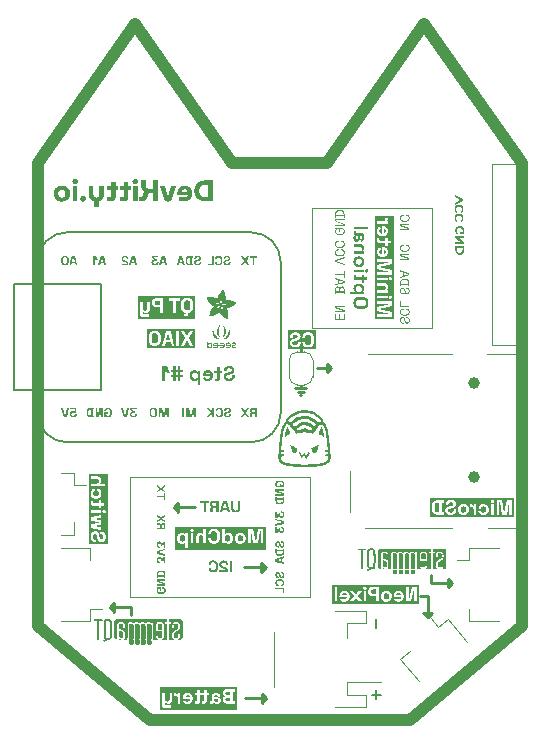
<source format=gbo>
G04 #@! TF.GenerationSoftware,KiCad,Pcbnew,7.0.7-7.0.7~ubuntu22.04.1*
G04 #@! TF.CreationDate,2024-07-01T00:22:53-07:00*
G04 #@! TF.ProjectId,v0.0-CutieCat,76302e30-2d43-4757-9469-654361742e6b,rev?*
G04 #@! TF.SameCoordinates,Original*
G04 #@! TF.FileFunction,Legend,Bot*
G04 #@! TF.FilePolarity,Positive*
%FSLAX46Y46*%
G04 Gerber Fmt 4.6, Leading zero omitted, Abs format (unit mm)*
G04 Created by KiCad (PCBNEW 7.0.7-7.0.7~ubuntu22.04.1) date 2024-07-01 00:22:53*
%MOMM*%
%LPD*%
G01*
G04 APERTURE LIST*
%ADD10C,0.250000*%
%ADD11C,1.000000*%
%ADD12C,0.200000*%
%ADD13C,0.187500*%
%ADD14C,0.160000*%
%ADD15C,0.150000*%
%ADD16C,0.120000*%
%ADD17C,1.000000*%
G04 APERTURE END LIST*
D10*
X1732500Y-1070000D02*
X1847500Y-1070000D01*
X1315000Y-470000D02*
X2260000Y-470000D01*
D11*
X11000000Y-28594600D02*
X-11000000Y-28594600D01*
D10*
X-1130000Y-26735000D02*
X-1500000Y-27105000D01*
X-12590000Y-19020000D02*
X-14400000Y-19020000D01*
X14250000Y-16605000D02*
X14620000Y-16965000D01*
X-14400000Y-19020000D02*
X-14030000Y-18650000D01*
D11*
X-20500000Y18623200D02*
X-20500000Y-20623200D01*
D10*
X-12590000Y-19690000D02*
X-12590000Y-19020000D01*
D11*
X20500000Y-20623200D02*
X11000000Y-28594600D01*
D10*
X12170000Y-19500000D02*
X12900000Y-19500000D01*
X1810000Y2900000D02*
X1810000Y2685000D01*
X12810000Y-16295000D02*
X12810000Y-16965000D01*
D11*
X20500000Y18623200D02*
X20500000Y-20623200D01*
D10*
X14250000Y-16605000D02*
X14250000Y-17335000D01*
X4010000Y1605000D02*
X4010000Y875000D01*
X12810000Y-16965000D02*
X14620000Y-16965000D01*
X-1500000Y-26375000D02*
X-1500000Y-27105000D01*
X1535000Y-770000D02*
X2040000Y-770000D01*
X-14030000Y-19380000D02*
X-14030000Y-18650000D01*
X4010000Y1605000D02*
X4380000Y1245000D01*
X1787500Y-255000D02*
X1787500Y-470000D01*
D11*
X4000000Y18623200D02*
X12250000Y30405400D01*
X-20500000Y18623200D02*
X-12250000Y30405400D01*
D10*
X-14030000Y-19380000D02*
X-14400000Y-19020000D01*
X-1500000Y-26375000D02*
X-1130000Y-26735000D01*
X12530000Y-18060000D02*
X12530000Y-19870000D01*
X4380000Y1245000D02*
X4010000Y875000D01*
X12530000Y-19870000D02*
X12900000Y-19500000D01*
X12170000Y-19500000D02*
X12530000Y-19870000D01*
X11860000Y-18060000D02*
X12530000Y-18060000D01*
D11*
X-12250000Y30405400D02*
X-4000000Y18623200D01*
D10*
X14620000Y-16965000D02*
X14250000Y-17335000D01*
X-2940000Y-26735000D02*
X-1130000Y-26735000D01*
D11*
X-4000000Y18623200D02*
X4000000Y18623200D01*
X-11000000Y-28594600D02*
X-20500000Y-20623200D01*
X12250000Y30405400D02*
X20500000Y18623200D01*
D10*
X3180000Y1245000D02*
X4380000Y1245000D01*
G36*
X3070948Y2808254D02*
G01*
X671020Y2808254D01*
X671020Y3364791D01*
X849591Y3364791D01*
X849813Y3350891D01*
X850479Y3337204D01*
X851588Y3323729D01*
X853140Y3310466D01*
X855137Y3297416D01*
X857577Y3284577D01*
X860461Y3271951D01*
X863788Y3259538D01*
X867559Y3247336D01*
X871773Y3235347D01*
X876432Y3223570D01*
X881534Y3212006D01*
X887079Y3200653D01*
X893068Y3189513D01*
X899501Y3178586D01*
X906378Y3167870D01*
X913662Y3157404D01*
X921319Y3147224D01*
X929347Y3137330D01*
X937748Y3127723D01*
X946520Y3118402D01*
X955665Y3109366D01*
X965182Y3100618D01*
X975071Y3092155D01*
X985332Y3083979D01*
X995965Y3076088D01*
X1006970Y3068484D01*
X1018348Y3061167D01*
X1030097Y3054135D01*
X1042219Y3047390D01*
X1054712Y3040931D01*
X1067578Y3034758D01*
X1080738Y3028954D01*
X1094192Y3023524D01*
X1107939Y3018468D01*
X1121979Y3013787D01*
X1136313Y3009481D01*
X1150940Y3005549D01*
X1165861Y3001991D01*
X1181075Y2998808D01*
X1196582Y2996000D01*
X1212383Y2993566D01*
X1228477Y2991506D01*
X1244864Y2989821D01*
X1261545Y2988510D01*
X1278519Y2987574D01*
X1295786Y2987012D01*
X1313347Y2986825D01*
X1330926Y2987023D01*
X1348247Y2987617D01*
X1365311Y2988607D01*
X1382117Y2989993D01*
X1398665Y2991774D01*
X1414956Y2993952D01*
X1430989Y2996526D01*
X1446765Y2999495D01*
X1462283Y3002861D01*
X1477543Y3006622D01*
X1492546Y3010780D01*
X1507291Y3015333D01*
X1521779Y3020282D01*
X1536009Y3025627D01*
X1549981Y3031369D01*
X1563696Y3037506D01*
X1577060Y3044011D01*
X1590057Y3050858D01*
X1602687Y3058046D01*
X1614949Y3065574D01*
X1626844Y3073444D01*
X1638372Y3081655D01*
X1649532Y3090207D01*
X1660325Y3099101D01*
X1670751Y3108335D01*
X1680809Y3117910D01*
X1690500Y3127827D01*
X1699824Y3138084D01*
X1708780Y3148683D01*
X1717369Y3159622D01*
X1725591Y3170903D01*
X1733445Y3182525D01*
X1740839Y3194506D01*
X1747756Y3206787D01*
X1754196Y3219369D01*
X1760159Y3232251D01*
X1765645Y3245434D01*
X1770654Y3258917D01*
X1775186Y3272701D01*
X1779241Y3286786D01*
X1782818Y3301171D01*
X1785919Y3315857D01*
X1788543Y3330843D01*
X1790689Y3346129D01*
X1792359Y3361717D01*
X1793552Y3377604D01*
X1794267Y3393792D01*
X1794506Y3410281D01*
X1794506Y3448750D01*
X1926397Y3448750D01*
X1926518Y3435387D01*
X1926880Y3422204D01*
X1927484Y3409200D01*
X1928329Y3396376D01*
X1929416Y3383731D01*
X1930744Y3371266D01*
X1932314Y3358980D01*
X1934125Y3346874D01*
X1938472Y3323199D01*
X1943785Y3300243D01*
X1950064Y3278005D01*
X1957309Y3256485D01*
X1965520Y3235682D01*
X1974697Y3215598D01*
X1984840Y3196231D01*
X1995949Y3177583D01*
X2008024Y3159652D01*
X2021065Y3142439D01*
X2035072Y3125945D01*
X2050045Y3110168D01*
X2065862Y3095232D01*
X2082479Y3081259D01*
X2099894Y3068251D01*
X2118108Y3056205D01*
X2137122Y3045124D01*
X2156934Y3035006D01*
X2177546Y3025852D01*
X2198957Y3017661D01*
X2221166Y3010434D01*
X2244175Y3004170D01*
X2267983Y2998870D01*
X2280186Y2996582D01*
X2292589Y2994534D01*
X2305192Y2992727D01*
X2317995Y2991161D01*
X2330998Y2989837D01*
X2344200Y2988752D01*
X2357602Y2987909D01*
X2371204Y2987307D01*
X2385005Y2986946D01*
X2399007Y2986825D01*
X2413130Y2986949D01*
X2427070Y2987320D01*
X2440825Y2987939D01*
X2454396Y2988805D01*
X2467782Y2989919D01*
X2480984Y2991280D01*
X2494002Y2992888D01*
X2506836Y2994744D01*
X2519486Y2996847D01*
X2531951Y2999198D01*
X2544232Y3001797D01*
X2556329Y3004643D01*
X2568241Y3007736D01*
X2591514Y3014665D01*
X2614049Y3022584D01*
X2635847Y3031492D01*
X2656908Y3041391D01*
X2677232Y3052279D01*
X2696819Y3064157D01*
X2715670Y3077025D01*
X2733783Y3090883D01*
X2751159Y3105731D01*
X2759570Y3113526D01*
X2775652Y3129829D01*
X2790697Y3146986D01*
X2804704Y3164996D01*
X2817673Y3183860D01*
X2829605Y3203579D01*
X2840500Y3224151D01*
X2850356Y3245577D01*
X2859176Y3267857D01*
X2866957Y3290991D01*
X2870459Y3302878D01*
X2873701Y3314979D01*
X2876684Y3327293D01*
X2879408Y3339821D01*
X2881872Y3352562D01*
X2884077Y3365516D01*
X2886022Y3378684D01*
X2887708Y3392066D01*
X2889135Y3405661D01*
X2890302Y3419469D01*
X2891210Y3433491D01*
X2891859Y3447726D01*
X2892248Y3462175D01*
X2892377Y3476837D01*
X2892377Y3770845D01*
X2892248Y3785507D01*
X2891859Y3799955D01*
X2891210Y3814189D01*
X2890302Y3828208D01*
X2889135Y3842014D01*
X2887708Y3855606D01*
X2886022Y3868983D01*
X2884077Y3882147D01*
X2881872Y3895096D01*
X2879408Y3907832D01*
X2876684Y3920353D01*
X2873701Y3932660D01*
X2870459Y3944754D01*
X2866957Y3956633D01*
X2863196Y3968298D01*
X2854896Y3990986D01*
X2845558Y4012817D01*
X2835182Y4033793D01*
X2823769Y4053912D01*
X2811318Y4073174D01*
X2797830Y4091581D01*
X2783304Y4109131D01*
X2767741Y4125825D01*
X2759570Y4133851D01*
X2742563Y4149230D01*
X2724818Y4163618D01*
X2706337Y4177013D01*
X2687118Y4189416D01*
X2667162Y4200827D01*
X2646470Y4211245D01*
X2625040Y4220671D01*
X2602873Y4229105D01*
X2579970Y4236547D01*
X2556329Y4242997D01*
X2544232Y4245849D01*
X2531951Y4248454D01*
X2519486Y4250811D01*
X2506836Y4252919D01*
X2494002Y4254780D01*
X2480984Y4256392D01*
X2467782Y4257756D01*
X2454396Y4258872D01*
X2440825Y4259741D01*
X2427070Y4260361D01*
X2413130Y4260733D01*
X2399007Y4260857D01*
X2385005Y4260736D01*
X2371204Y4260374D01*
X2357602Y4259770D01*
X2344200Y4258925D01*
X2330998Y4257838D01*
X2317995Y4256510D01*
X2305192Y4254940D01*
X2292589Y4253129D01*
X2280186Y4251076D01*
X2267983Y4248782D01*
X2255979Y4246246D01*
X2232571Y4240450D01*
X2209962Y4233688D01*
X2188151Y4225960D01*
X2167140Y4217266D01*
X2146928Y4207606D01*
X2127515Y4196980D01*
X2108901Y4185388D01*
X2091086Y4172830D01*
X2074071Y4159306D01*
X2057854Y4144816D01*
X2050045Y4137209D01*
X2035072Y4121432D01*
X2021065Y4104937D01*
X2008024Y4087725D01*
X1995949Y4069794D01*
X1984840Y4051146D01*
X1974697Y4031779D01*
X1965520Y4011695D01*
X1957309Y3990892D01*
X1950064Y3969372D01*
X1943785Y3947134D01*
X1938472Y3924178D01*
X1934125Y3900503D01*
X1932314Y3888397D01*
X1930744Y3876111D01*
X1929416Y3863646D01*
X1928329Y3851001D01*
X1927484Y3838177D01*
X1926880Y3825173D01*
X1926518Y3811990D01*
X1926397Y3798627D01*
X1926397Y3788247D01*
X2153848Y3788247D01*
X2153848Y3805649D01*
X2154084Y3819084D01*
X2154793Y3832216D01*
X2155973Y3845044D01*
X2157626Y3857570D01*
X2159751Y3869793D01*
X2163825Y3887559D01*
X2168961Y3904644D01*
X2175159Y3921047D01*
X2182420Y3936769D01*
X2190744Y3951809D01*
X2200130Y3966167D01*
X2210579Y3979844D01*
X2214298Y3984252D01*
X2226193Y3996746D01*
X2239210Y4008012D01*
X2253349Y4018049D01*
X2268609Y4026856D01*
X2284991Y4034435D01*
X2296535Y4038804D01*
X2308578Y4042628D01*
X2321119Y4045905D01*
X2334159Y4048636D01*
X2347697Y4050821D01*
X2361734Y4052460D01*
X2376269Y4053552D01*
X2391303Y4054098D01*
X2399007Y4054166D01*
X2414106Y4053872D01*
X2428798Y4052988D01*
X2443081Y4051515D01*
X2456957Y4049453D01*
X2470425Y4046802D01*
X2483485Y4043562D01*
X2496137Y4039733D01*
X2508382Y4035314D01*
X2520218Y4030306D01*
X2531647Y4024709D01*
X2542668Y4018523D01*
X2553281Y4011748D01*
X2563486Y4004384D01*
X2573283Y3996431D01*
X2582672Y3987888D01*
X2591653Y3978756D01*
X2600120Y3969156D01*
X2608040Y3959131D01*
X2615413Y3948682D01*
X2622241Y3937808D01*
X2628522Y3926509D01*
X2634258Y3914786D01*
X2639446Y3902638D01*
X2644089Y3890066D01*
X2648186Y3877069D01*
X2651736Y3863647D01*
X2654740Y3849802D01*
X2657198Y3835531D01*
X2659110Y3820836D01*
X2660475Y3805716D01*
X2661295Y3790172D01*
X2661568Y3774203D01*
X2661568Y3473174D01*
X2661295Y3457422D01*
X2660475Y3442071D01*
X2659110Y3427121D01*
X2657198Y3412571D01*
X2654740Y3398422D01*
X2651736Y3384674D01*
X2648186Y3371326D01*
X2644089Y3358380D01*
X2639446Y3345834D01*
X2634258Y3333688D01*
X2628522Y3321944D01*
X2622241Y3310600D01*
X2615413Y3299656D01*
X2608040Y3289114D01*
X2600120Y3278972D01*
X2591653Y3269231D01*
X2582672Y3260025D01*
X2573283Y3251414D01*
X2563486Y3243396D01*
X2553281Y3235972D01*
X2542668Y3229142D01*
X2531647Y3222906D01*
X2520218Y3217264D01*
X2508382Y3212216D01*
X2496137Y3207761D01*
X2483485Y3203901D01*
X2470425Y3200634D01*
X2456957Y3197962D01*
X2443081Y3195883D01*
X2428798Y3194398D01*
X2414106Y3193507D01*
X2399007Y3193210D01*
X2383724Y3193487D01*
X2368939Y3194317D01*
X2354653Y3195701D01*
X2340866Y3197637D01*
X2327577Y3200127D01*
X2314786Y3203171D01*
X2302494Y3206768D01*
X2290700Y3210918D01*
X2279405Y3215622D01*
X2263397Y3223715D01*
X2248511Y3233053D01*
X2234747Y3243636D01*
X2222104Y3255464D01*
X2214298Y3264041D01*
X2203495Y3277638D01*
X2193755Y3291869D01*
X2185077Y3306733D01*
X2177461Y3322230D01*
X2170909Y3338360D01*
X2165419Y3355124D01*
X2160991Y3372521D01*
X2157626Y3390551D01*
X2155973Y3402923D01*
X2154793Y3415576D01*
X2154084Y3428511D01*
X2153848Y3441728D01*
X2153848Y3473174D01*
X1926397Y3473174D01*
X1926397Y3448750D01*
X1794506Y3448750D01*
X1794506Y3459130D01*
X1567055Y3459130D01*
X1567055Y3410281D01*
X1566789Y3396719D01*
X1565991Y3383586D01*
X1564661Y3370883D01*
X1562799Y3358609D01*
X1559010Y3341002D01*
X1554023Y3324362D01*
X1547840Y3308688D01*
X1540460Y3293980D01*
X1531883Y3280237D01*
X1522109Y3267461D01*
X1511139Y3255651D01*
X1498972Y3244807D01*
X1485720Y3234986D01*
X1471609Y3226131D01*
X1456640Y3218242D01*
X1440812Y3211319D01*
X1424125Y3205362D01*
X1406579Y3200371D01*
X1394405Y3197580D01*
X1381850Y3195219D01*
X1368913Y3193287D01*
X1355594Y3191784D01*
X1341893Y3190711D01*
X1327811Y3190067D01*
X1313347Y3189852D01*
X1298700Y3190036D01*
X1284525Y3190587D01*
X1270822Y3191505D01*
X1257591Y3192791D01*
X1244833Y3194444D01*
X1232547Y3196464D01*
X1215003Y3200183D01*
X1198522Y3204728D01*
X1183104Y3210101D01*
X1168748Y3216299D01*
X1155455Y3223324D01*
X1143224Y3231175D01*
X1135661Y3236869D01*
X1125185Y3245972D01*
X1115740Y3255538D01*
X1107325Y3265564D01*
X1099940Y3276053D01*
X1093586Y3287002D01*
X1088262Y3298414D01*
X1083969Y3310287D01*
X1080706Y3322621D01*
X1078474Y3335417D01*
X1077271Y3348674D01*
X1077042Y3357769D01*
X1077496Y3370139D01*
X1079337Y3384755D01*
X1082594Y3398433D01*
X1087267Y3411171D01*
X1093357Y3422970D01*
X1100863Y3433830D01*
X1106046Y3439896D01*
X1115663Y3449527D01*
X1126577Y3458578D01*
X1138787Y3467047D01*
X1149490Y3473403D01*
X1161022Y3479387D01*
X1173384Y3485000D01*
X1186577Y3490240D01*
X1190005Y3491492D01*
X1204115Y3496491D01*
X1218970Y3501414D01*
X1234570Y3506261D01*
X1246757Y3509846D01*
X1259364Y3513388D01*
X1272388Y3516887D01*
X1285832Y3520343D01*
X1299694Y3523756D01*
X1313975Y3527127D01*
X1323728Y3529350D01*
X1364028Y3537898D01*
X1379648Y3541466D01*
X1394987Y3545149D01*
X1410045Y3548946D01*
X1424821Y3552858D01*
X1439316Y3556884D01*
X1453529Y3561025D01*
X1467461Y3565280D01*
X1481112Y3569650D01*
X1494481Y3574134D01*
X1507568Y3578732D01*
X1520374Y3583446D01*
X1532899Y3588273D01*
X1545142Y3593215D01*
X1557104Y3598272D01*
X1568784Y3603443D01*
X1580183Y3608729D01*
X1591277Y3614214D01*
X1607307Y3622837D01*
X1622601Y3631932D01*
X1637160Y3641499D01*
X1650983Y3651538D01*
X1664072Y3662049D01*
X1676425Y3673033D01*
X1688043Y3684489D01*
X1698925Y3696417D01*
X1709073Y3708818D01*
X1718485Y3721691D01*
X1727051Y3735170D01*
X1734775Y3749390D01*
X1741656Y3764350D01*
X1747694Y3780052D01*
X1752890Y3796493D01*
X1757243Y3813676D01*
X1760754Y3831598D01*
X1762626Y3843958D01*
X1764124Y3856648D01*
X1765248Y3869666D01*
X1765997Y3883013D01*
X1766371Y3896690D01*
X1766418Y3903652D01*
X1766210Y3917531D01*
X1765588Y3931158D01*
X1764550Y3944531D01*
X1763098Y3957652D01*
X1761230Y3970520D01*
X1758947Y3983136D01*
X1756250Y3995498D01*
X1753137Y4007608D01*
X1749609Y4019464D01*
X1745667Y4031068D01*
X1738975Y4048000D01*
X1731348Y4064363D01*
X1722789Y4080157D01*
X1713295Y4095382D01*
X1702894Y4109999D01*
X1691725Y4123965D01*
X1679788Y4137283D01*
X1667084Y4149951D01*
X1653613Y4161969D01*
X1639375Y4173339D01*
X1629456Y4180557D01*
X1619196Y4187488D01*
X1608595Y4194129D01*
X1597653Y4200482D01*
X1586370Y4206546D01*
X1574746Y4212322D01*
X1562780Y4217809D01*
X1550475Y4223022D01*
X1537908Y4227898D01*
X1525078Y4232439D01*
X1511985Y4236643D01*
X1498631Y4240510D01*
X1485014Y4244041D01*
X1471134Y4247236D01*
X1456993Y4250095D01*
X1442589Y4252617D01*
X1427922Y4254803D01*
X1412993Y4256653D01*
X1397802Y4258166D01*
X1382348Y4259344D01*
X1366632Y4260184D01*
X1350654Y4260689D01*
X1334413Y4260857D01*
X1318117Y4260682D01*
X1302046Y4260156D01*
X1286203Y4259279D01*
X1270586Y4258052D01*
X1255195Y4256474D01*
X1240032Y4254546D01*
X1225094Y4252267D01*
X1210384Y4249637D01*
X1195900Y4246657D01*
X1181642Y4243326D01*
X1167611Y4239644D01*
X1153807Y4235612D01*
X1140230Y4231229D01*
X1126878Y4226496D01*
X1113754Y4221412D01*
X1100856Y4215977D01*
X1088205Y4210234D01*
X1075898Y4204147D01*
X1063933Y4197716D01*
X1052313Y4190942D01*
X1041036Y4183825D01*
X1030102Y4176364D01*
X1019512Y4168560D01*
X1009265Y4160412D01*
X999362Y4151921D01*
X989802Y4143086D01*
X980586Y4133908D01*
X971713Y4124386D01*
X963183Y4114521D01*
X954997Y4104313D01*
X947155Y4093761D01*
X939656Y4082865D01*
X932558Y4071662D01*
X925917Y4060110D01*
X919735Y4048211D01*
X914010Y4035963D01*
X908744Y4023367D01*
X903935Y4010422D01*
X899585Y3997130D01*
X895692Y3983489D01*
X892257Y3969500D01*
X889281Y3955162D01*
X886762Y3940477D01*
X884701Y3925443D01*
X883098Y3910061D01*
X881953Y3894331D01*
X881267Y3878252D01*
X881038Y3861825D01*
X881038Y3809313D01*
X1108489Y3809313D01*
X1108489Y3861825D01*
X1108728Y3874695D01*
X1109444Y3887088D01*
X1111142Y3902868D01*
X1113690Y3917800D01*
X1117086Y3931882D01*
X1121332Y3945115D01*
X1126426Y3957499D01*
X1132370Y3969033D01*
X1135661Y3974482D01*
X1142821Y3984886D01*
X1150716Y3994575D01*
X1159346Y4003548D01*
X1168710Y4011806D01*
X1178809Y4019348D01*
X1189642Y4026174D01*
X1201210Y4032285D01*
X1213513Y4037680D01*
X1226489Y4042403D01*
X1240075Y4046496D01*
X1254271Y4049959D01*
X1269078Y4052793D01*
X1284496Y4054997D01*
X1300525Y4056571D01*
X1312947Y4057338D01*
X1325712Y4057751D01*
X1334413Y4057830D01*
X1347326Y4057676D01*
X1359806Y4057215D01*
X1377717Y4055946D01*
X1394657Y4053984D01*
X1410626Y4051330D01*
X1425623Y4047984D01*
X1439649Y4043946D01*
X1452703Y4039215D01*
X1464786Y4033792D01*
X1475898Y4027677D01*
X1486038Y4020869D01*
X1489202Y4018446D01*
X1500866Y4008147D01*
X1510974Y3996941D01*
X1519527Y3984829D01*
X1526526Y3971811D01*
X1531969Y3957886D01*
X1535856Y3943055D01*
X1538189Y3927318D01*
X1538918Y3914920D01*
X1538967Y3910674D01*
X1538393Y3896801D01*
X1536671Y3883614D01*
X1533801Y3871113D01*
X1529784Y3859297D01*
X1524618Y3848167D01*
X1516905Y3835716D01*
X1515458Y3833737D01*
X1507450Y3824164D01*
X1498309Y3815097D01*
X1488035Y3806537D01*
X1476628Y3798484D01*
X1464087Y3790938D01*
X1453240Y3785266D01*
X1444628Y3781225D01*
X1432387Y3776044D01*
X1419326Y3771036D01*
X1405444Y3766198D01*
X1390742Y3761533D01*
X1375219Y3757039D01*
X1363039Y3753782D01*
X1350396Y3750621D01*
X1337293Y3747556D01*
X1323728Y3744589D01*
X1283428Y3735735D01*
X1267151Y3732163D01*
X1251142Y3728470D01*
X1235400Y3724654D01*
X1219924Y3720718D01*
X1204717Y3716659D01*
X1189776Y3712479D01*
X1175102Y3708178D01*
X1160696Y3703754D01*
X1146556Y3699209D01*
X1132684Y3694543D01*
X1119079Y3689754D01*
X1105741Y3684845D01*
X1092670Y3679813D01*
X1079866Y3674660D01*
X1067330Y3669385D01*
X1055061Y3663989D01*
X1043093Y3658421D01*
X1031462Y3652635D01*
X1020167Y3646629D01*
X1009208Y3640404D01*
X998585Y3633959D01*
X988299Y3627295D01*
X973501Y3616887D01*
X959459Y3605986D01*
X946174Y3594590D01*
X933645Y3582701D01*
X921873Y3570319D01*
X910858Y3557442D01*
X903935Y3548584D01*
X894223Y3534777D01*
X885467Y3520262D01*
X877665Y3505039D01*
X870819Y3489107D01*
X864929Y3472467D01*
X859993Y3455118D01*
X857233Y3443159D01*
X854898Y3430884D01*
X852988Y3418295D01*
X851502Y3405392D01*
X850440Y3392173D01*
X849804Y3378639D01*
X849591Y3364791D01*
X671020Y3364791D01*
X671020Y4439428D01*
X3070948Y4439428D01*
X3070948Y2808254D01*
G37*
D12*
G36*
X-5664752Y15361000D02*
G01*
X-6310579Y15361000D01*
X-6345296Y15361441D01*
X-6379437Y15362765D01*
X-6413000Y15364972D01*
X-6445987Y15368061D01*
X-6478396Y15372033D01*
X-6510229Y15376888D01*
X-6541484Y15382626D01*
X-6572163Y15389246D01*
X-6602264Y15396749D01*
X-6631789Y15405135D01*
X-6660736Y15414403D01*
X-6689106Y15424555D01*
X-6716900Y15435588D01*
X-6744116Y15447505D01*
X-6770755Y15460304D01*
X-6796817Y15473986D01*
X-6822229Y15488499D01*
X-6846915Y15503682D01*
X-6870877Y15519535D01*
X-6894115Y15536058D01*
X-6916627Y15553250D01*
X-6938415Y15571112D01*
X-6959478Y15589643D01*
X-6979816Y15608845D01*
X-6999430Y15628716D01*
X-7018319Y15649257D01*
X-7036483Y15670468D01*
X-7053923Y15692349D01*
X-7070637Y15714899D01*
X-7086628Y15738119D01*
X-7101893Y15762009D01*
X-7116434Y15786568D01*
X-7130222Y15811743D01*
X-7143121Y15837367D01*
X-7155130Y15863441D01*
X-7166250Y15889965D01*
X-7176480Y15916940D01*
X-7185821Y15944364D01*
X-7194272Y15972238D01*
X-7201833Y16000562D01*
X-7208505Y16029336D01*
X-7214287Y16058559D01*
X-7219180Y16088233D01*
X-7223183Y16118357D01*
X-7226296Y16148931D01*
X-7228520Y16179954D01*
X-7229855Y16211428D01*
X-7230300Y16243351D01*
X-6806929Y16243351D01*
X-6806673Y16223133D01*
X-6805905Y16203255D01*
X-6804626Y16183717D01*
X-6802835Y16164519D01*
X-6800532Y16145661D01*
X-6797717Y16127143D01*
X-6794391Y16108965D01*
X-6790553Y16091127D01*
X-6786203Y16073629D01*
X-6781341Y16056471D01*
X-6773089Y16031372D01*
X-6763685Y16007038D01*
X-6753130Y15983469D01*
X-6741423Y15960665D01*
X-6733043Y15945988D01*
X-6719750Y15924785D01*
X-6705593Y15904556D01*
X-6690569Y15885300D01*
X-6674681Y15867018D01*
X-6657926Y15849710D01*
X-6640307Y15833376D01*
X-6621821Y15818015D01*
X-6602470Y15803628D01*
X-6582254Y15790215D01*
X-6561172Y15777775D01*
X-6546758Y15770109D01*
X-6524668Y15759537D01*
X-6502013Y15750078D01*
X-6478794Y15741732D01*
X-6455012Y15734499D01*
X-6430664Y15728378D01*
X-6405753Y15723370D01*
X-6380278Y15719475D01*
X-6354238Y15716693D01*
X-6336565Y15715457D01*
X-6318642Y15714715D01*
X-6300467Y15714468D01*
X-6086364Y15714468D01*
X-6086364Y16771355D01*
X-6300467Y16771355D01*
X-6309613Y16771293D01*
X-6327713Y16770795D01*
X-6345560Y16769799D01*
X-6371853Y16767371D01*
X-6397574Y16763823D01*
X-6422724Y16759154D01*
X-6447302Y16753364D01*
X-6471307Y16746454D01*
X-6494741Y16738423D01*
X-6517603Y16729272D01*
X-6539893Y16719000D01*
X-6561612Y16707608D01*
X-6575709Y16699427D01*
X-6596141Y16686356D01*
X-6615714Y16672327D01*
X-6634430Y16657340D01*
X-6652288Y16641395D01*
X-6669289Y16624491D01*
X-6685431Y16606629D01*
X-6700716Y16587809D01*
X-6715143Y16568030D01*
X-6728712Y16547293D01*
X-6741423Y16525598D01*
X-6753130Y16503097D01*
X-6763685Y16479776D01*
X-6773089Y16455637D01*
X-6781341Y16430678D01*
X-6786203Y16413584D01*
X-6790553Y16396125D01*
X-6794391Y16378303D01*
X-6797717Y16360116D01*
X-6800532Y16341565D01*
X-6802835Y16322651D01*
X-6804626Y16303372D01*
X-6805905Y16283729D01*
X-6806673Y16263722D01*
X-6806929Y16243351D01*
X-7230300Y16243351D01*
X-7229855Y16275271D01*
X-7228520Y16306735D01*
X-7226296Y16337741D01*
X-7223183Y16368291D01*
X-7219180Y16398383D01*
X-7214287Y16428019D01*
X-7208505Y16457199D01*
X-7201833Y16485921D01*
X-7194272Y16514187D01*
X-7185821Y16541995D01*
X-7176480Y16569347D01*
X-7166250Y16596242D01*
X-7155130Y16622681D01*
X-7143121Y16648662D01*
X-7130222Y16674187D01*
X-7116434Y16699255D01*
X-7101893Y16723761D01*
X-7086628Y16747601D01*
X-7070637Y16770775D01*
X-7053923Y16793282D01*
X-7036483Y16815123D01*
X-7018319Y16836298D01*
X-6999430Y16856806D01*
X-6979816Y16876648D01*
X-6959478Y16895824D01*
X-6938415Y16914334D01*
X-6916627Y16932177D01*
X-6894115Y16949353D01*
X-6870877Y16965864D01*
X-6846915Y16981708D01*
X-6822229Y16996886D01*
X-6796817Y17011397D01*
X-6770755Y17025132D01*
X-6744116Y17037982D01*
X-6716900Y17049945D01*
X-6689106Y17061021D01*
X-6660736Y17071212D01*
X-6631789Y17080516D01*
X-6602264Y17088935D01*
X-6572163Y17096467D01*
X-6541484Y17103113D01*
X-6510229Y17108873D01*
X-6478396Y17113747D01*
X-6445987Y17117734D01*
X-6413000Y17120836D01*
X-6379437Y17123051D01*
X-6345296Y17124381D01*
X-6310579Y17124824D01*
X-5664752Y17124824D01*
X-5664752Y15361000D01*
G37*
G36*
X-8014786Y16682672D02*
G01*
X-7992775Y16681724D01*
X-7971001Y16680144D01*
X-7949463Y16677933D01*
X-7928163Y16675089D01*
X-7907100Y16671613D01*
X-7886274Y16667505D01*
X-7865685Y16662765D01*
X-7845333Y16657393D01*
X-7825218Y16651389D01*
X-7805340Y16644754D01*
X-7785699Y16637486D01*
X-7766295Y16629586D01*
X-7747127Y16621054D01*
X-7728197Y16611891D01*
X-7709504Y16602095D01*
X-7691218Y16591709D01*
X-7673399Y16580773D01*
X-7656047Y16569287D01*
X-7639162Y16557252D01*
X-7622744Y16544668D01*
X-7606794Y16531533D01*
X-7591310Y16517850D01*
X-7576294Y16503616D01*
X-7561745Y16488834D01*
X-7547663Y16473501D01*
X-7534048Y16457619D01*
X-7520900Y16441188D01*
X-7508219Y16424207D01*
X-7496005Y16406676D01*
X-7484259Y16388596D01*
X-7472979Y16369967D01*
X-7462332Y16350822D01*
X-7452371Y16331196D01*
X-7443098Y16311090D01*
X-7434511Y16290502D01*
X-7426611Y16269434D01*
X-7419398Y16247885D01*
X-7412873Y16225855D01*
X-7407034Y16203344D01*
X-7401882Y16180353D01*
X-7397417Y16156880D01*
X-7393639Y16132927D01*
X-7390547Y16108493D01*
X-7388143Y16083577D01*
X-7386426Y16058182D01*
X-7385395Y16032305D01*
X-7385052Y16005947D01*
X-7385414Y15982325D01*
X-7386501Y15959050D01*
X-7388313Y15936122D01*
X-7390850Y15913541D01*
X-7394111Y15891307D01*
X-7398097Y15869419D01*
X-7402807Y15847879D01*
X-7408243Y15826685D01*
X-7414403Y15805838D01*
X-7421288Y15785339D01*
X-7428897Y15765186D01*
X-7437231Y15745380D01*
X-7446290Y15725921D01*
X-7456074Y15706808D01*
X-7466582Y15688043D01*
X-7477815Y15669625D01*
X-7489694Y15651684D01*
X-7502140Y15634241D01*
X-7515152Y15617296D01*
X-7528731Y15600849D01*
X-7542876Y15584900D01*
X-7557589Y15569449D01*
X-7572868Y15554497D01*
X-7588714Y15540042D01*
X-7605126Y15526085D01*
X-7622106Y15512626D01*
X-7639652Y15499666D01*
X-7657764Y15487203D01*
X-7676444Y15475238D01*
X-7695690Y15463772D01*
X-7715503Y15452803D01*
X-7735882Y15442332D01*
X-7756810Y15432483D01*
X-7778156Y15423270D01*
X-7799922Y15414692D01*
X-7822106Y15406749D01*
X-7844710Y15399442D01*
X-7867732Y15392770D01*
X-7891174Y15386734D01*
X-7915034Y15381333D01*
X-7939314Y15376567D01*
X-7964013Y15372437D01*
X-7989130Y15368942D01*
X-8014667Y15366083D01*
X-8040623Y15363859D01*
X-8066998Y15362270D01*
X-8093792Y15361317D01*
X-8121004Y15361000D01*
X-8503928Y15361000D01*
X-8503928Y15682814D01*
X-8110013Y15682814D01*
X-8094746Y15683003D01*
X-8074845Y15683845D01*
X-8055467Y15685359D01*
X-8036610Y15687547D01*
X-8018276Y15690408D01*
X-8000464Y15693943D01*
X-7983174Y15698150D01*
X-7962295Y15704356D01*
X-7954198Y15707193D01*
X-7934752Y15715067D01*
X-7916443Y15724057D01*
X-7899271Y15734164D01*
X-7883238Y15745387D01*
X-7868342Y15757726D01*
X-7854584Y15771181D01*
X-7849408Y15776924D01*
X-7837340Y15792002D01*
X-7826516Y15808110D01*
X-7816938Y15825249D01*
X-7808604Y15843419D01*
X-7801516Y15862619D01*
X-7795673Y15882849D01*
X-8642414Y15882849D01*
X-8645684Y15896890D01*
X-8648771Y15915248D01*
X-8650990Y15933843D01*
X-8652526Y15951872D01*
X-8653896Y15970388D01*
X-8655050Y15990261D01*
X-8655765Y16008760D01*
X-8656043Y16027929D01*
X-8655768Y16051398D01*
X-8654944Y16074544D01*
X-8653570Y16097368D01*
X-8651646Y16119868D01*
X-8650917Y16126408D01*
X-8277076Y16126408D01*
X-7786441Y16126408D01*
X-7789434Y16143925D01*
X-7793138Y16161194D01*
X-7797553Y16178216D01*
X-7803603Y16197763D01*
X-7810621Y16216973D01*
X-7815106Y16227696D01*
X-7823915Y16245701D01*
X-7833944Y16262738D01*
X-7845193Y16278808D01*
X-7857662Y16293909D01*
X-7869547Y16306125D01*
X-7884703Y16319165D01*
X-7901248Y16330901D01*
X-7916534Y16339922D01*
X-7932840Y16347985D01*
X-7941442Y16351599D01*
X-7959320Y16357761D01*
X-7978094Y16362501D01*
X-7997764Y16365818D01*
X-8018331Y16367714D01*
X-8036154Y16368208D01*
X-8044418Y16368104D01*
X-8063220Y16367049D01*
X-8081348Y16364858D01*
X-8098803Y16361531D01*
X-8117927Y16356338D01*
X-8136007Y16349798D01*
X-8152878Y16342050D01*
X-8168540Y16333092D01*
X-8182993Y16322926D01*
X-8194774Y16313272D01*
X-8208932Y16299625D01*
X-8220582Y16286326D01*
X-8231353Y16271928D01*
X-8241053Y16256540D01*
X-8249488Y16240274D01*
X-8256660Y16223128D01*
X-8262568Y16205103D01*
X-8263912Y16200468D01*
X-8268707Y16181550D01*
X-8272568Y16162027D01*
X-8275179Y16144449D01*
X-8277076Y16126408D01*
X-8650917Y16126408D01*
X-8649173Y16142046D01*
X-8646151Y16163901D01*
X-8642579Y16185432D01*
X-8638457Y16206642D01*
X-8633786Y16227528D01*
X-8628565Y16248091D01*
X-8622795Y16268332D01*
X-8616475Y16288249D01*
X-8609606Y16307844D01*
X-8602187Y16327116D01*
X-8594219Y16346065D01*
X-8585701Y16364691D01*
X-8576699Y16382963D01*
X-8567167Y16400741D01*
X-8557107Y16418025D01*
X-8546518Y16434813D01*
X-8535400Y16451107D01*
X-8523753Y16466907D01*
X-8511577Y16482212D01*
X-8498872Y16497022D01*
X-8485639Y16511338D01*
X-8471876Y16525159D01*
X-8457584Y16538485D01*
X-8442764Y16551317D01*
X-8427414Y16563654D01*
X-8411536Y16575497D01*
X-8395128Y16586845D01*
X-8378192Y16597699D01*
X-8360785Y16608027D01*
X-8342856Y16617688D01*
X-8324405Y16626684D01*
X-8305432Y16635013D01*
X-8285937Y16642676D01*
X-8265920Y16649672D01*
X-8245380Y16656002D01*
X-8224319Y16661666D01*
X-8202736Y16666663D01*
X-8180630Y16670994D01*
X-8158003Y16674659D01*
X-8134853Y16677658D01*
X-8111181Y16679990D01*
X-8086987Y16681656D01*
X-8062272Y16682655D01*
X-8037034Y16682988D01*
X-8014786Y16682672D01*
G37*
G36*
X-9446510Y15329785D02*
G01*
X-9424777Y15330315D01*
X-9403429Y15331903D01*
X-9382468Y15334550D01*
X-9361894Y15338255D01*
X-9341706Y15343019D01*
X-9321904Y15348843D01*
X-9302489Y15355724D01*
X-9283460Y15363665D01*
X-9264817Y15372664D01*
X-9246561Y15382722D01*
X-9234605Y15390016D01*
X-9217310Y15401766D01*
X-9201035Y15414266D01*
X-9185780Y15427516D01*
X-9171545Y15441515D01*
X-9158330Y15456264D01*
X-9146135Y15471762D01*
X-9134960Y15488010D01*
X-9124806Y15505008D01*
X-9115671Y15522755D01*
X-9107557Y15541252D01*
X-9102714Y15554000D01*
X-8735617Y16653093D01*
X-9163384Y16653093D01*
X-9424528Y15731614D01*
X-9434317Y15716518D01*
X-9435080Y15715787D01*
X-9449588Y15710511D01*
X-9465415Y15715787D01*
X-9474918Y15730986D01*
X-9475087Y15731614D01*
X-9737990Y16653093D01*
X-10156964Y16653093D01*
X-9789867Y15555759D01*
X-9782436Y15536754D01*
X-9773994Y15518484D01*
X-9764538Y15500948D01*
X-9754071Y15484146D01*
X-9742591Y15468078D01*
X-9730099Y15452745D01*
X-9716594Y15438145D01*
X-9702077Y15424280D01*
X-9686547Y15411149D01*
X-9670006Y15398752D01*
X-9658415Y15390895D01*
X-9640492Y15379974D01*
X-9622166Y15370127D01*
X-9603438Y15361355D01*
X-9584309Y15353656D01*
X-9564778Y15347032D01*
X-9544845Y15341482D01*
X-9524510Y15337006D01*
X-9503773Y15333605D01*
X-9482634Y15331277D01*
X-9461094Y15330024D01*
X-9446510Y15329785D01*
G37*
G36*
X-10335457Y15361000D02*
G01*
X-10335457Y17124824D01*
X-10757069Y17124824D01*
X-10757069Y16410853D01*
X-11049427Y16410853D01*
X-11067892Y16411341D01*
X-11085917Y16412804D01*
X-11103503Y16415242D01*
X-11124866Y16419662D01*
X-11145543Y16425607D01*
X-11165533Y16433075D01*
X-11184836Y16442067D01*
X-11203320Y16452509D01*
X-11220582Y16464324D01*
X-11236620Y16477513D01*
X-11251434Y16492076D01*
X-11265024Y16508013D01*
X-11277391Y16525323D01*
X-11281995Y16532632D01*
X-11292381Y16551864D01*
X-11299422Y16568038D01*
X-11305336Y16584913D01*
X-11310124Y16602488D01*
X-11313786Y16620764D01*
X-11316320Y16639740D01*
X-11317729Y16659418D01*
X-11318046Y16674635D01*
X-11318046Y17124824D01*
X-11739658Y17124824D01*
X-11739658Y16671558D01*
X-11739343Y16650594D01*
X-11738400Y16629909D01*
X-11736829Y16609502D01*
X-11734629Y16589373D01*
X-11731801Y16569522D01*
X-11728344Y16549950D01*
X-11724258Y16530656D01*
X-11719544Y16511640D01*
X-11714202Y16492902D01*
X-11708230Y16474442D01*
X-11701631Y16456261D01*
X-11694402Y16438358D01*
X-11686546Y16420733D01*
X-11678060Y16403386D01*
X-11668946Y16386317D01*
X-11659204Y16369527D01*
X-11649000Y16353080D01*
X-11638390Y16337042D01*
X-11627375Y16321413D01*
X-11615955Y16306192D01*
X-11604129Y16291380D01*
X-11591898Y16276977D01*
X-11579262Y16262982D01*
X-11566221Y16249396D01*
X-11552774Y16236219D01*
X-11538922Y16223451D01*
X-11524665Y16211091D01*
X-11510002Y16199140D01*
X-11494934Y16187598D01*
X-11479461Y16176465D01*
X-11463583Y16165740D01*
X-11447299Y16155424D01*
X-11638981Y15751397D01*
X-11648826Y15735938D01*
X-11662206Y15724181D01*
X-11666678Y15721502D01*
X-11683760Y15714590D01*
X-11701280Y15711637D01*
X-11708443Y15711390D01*
X-11867592Y15711390D01*
X-11867592Y15361000D01*
X-11621395Y15361000D01*
X-11595971Y15361467D01*
X-11571467Y15362870D01*
X-11547883Y15365207D01*
X-11525218Y15368480D01*
X-11503472Y15372688D01*
X-11482647Y15377831D01*
X-11462741Y15383909D01*
X-11443754Y15390922D01*
X-11425688Y15398871D01*
X-11408540Y15407754D01*
X-11397620Y15414196D01*
X-11381976Y15424585D01*
X-11367027Y15435638D01*
X-11352774Y15447356D01*
X-11339217Y15459739D01*
X-11326355Y15472787D01*
X-11314188Y15486499D01*
X-11302718Y15500875D01*
X-11291942Y15515917D01*
X-11281862Y15531622D01*
X-11272478Y15547993D01*
X-11266608Y15559276D01*
X-11028325Y16058264D01*
X-11009752Y16058264D01*
X-10991952Y16058264D01*
X-10989637Y16058264D01*
X-10970952Y16058264D01*
X-10952237Y16058264D01*
X-10950949Y16058264D01*
X-10757069Y16058264D01*
X-10757069Y15361000D01*
X-10335457Y15361000D01*
G37*
G36*
X-12032016Y15361000D02*
G01*
X-12032016Y16653093D01*
X-12425052Y16653093D01*
X-12425052Y15361000D01*
X-12032016Y15361000D01*
G37*
G36*
X-12228974Y16801251D02*
G01*
X-12205858Y16802315D01*
X-12183554Y16805510D01*
X-12162060Y16810833D01*
X-12141376Y16818287D01*
X-12121503Y16827869D01*
X-12102441Y16839582D01*
X-12084189Y16853423D01*
X-12071032Y16865202D01*
X-12066748Y16869394D01*
X-12054648Y16882470D01*
X-12040367Y16900578D01*
X-12028201Y16919455D01*
X-12018151Y16939101D01*
X-12010217Y16959517D01*
X-12004399Y16980702D01*
X-12000696Y17002656D01*
X-11999110Y17025380D01*
X-11999043Y17031181D01*
X-12000101Y17054303D01*
X-12003275Y17076628D01*
X-12008564Y17098157D01*
X-12015969Y17118889D01*
X-12025490Y17138823D01*
X-12037127Y17157961D01*
X-12050879Y17176302D01*
X-12062582Y17189535D01*
X-12066748Y17193847D01*
X-12079753Y17206103D01*
X-12097802Y17220570D01*
X-12116661Y17232894D01*
X-12136332Y17243074D01*
X-12156813Y17251111D01*
X-12178104Y17257005D01*
X-12200206Y17260756D01*
X-12223119Y17262363D01*
X-12228974Y17262430D01*
X-12252089Y17261358D01*
X-12274394Y17258144D01*
X-12295888Y17252786D01*
X-12316571Y17245284D01*
X-12336444Y17235640D01*
X-12355507Y17223852D01*
X-12373759Y17209921D01*
X-12386915Y17198066D01*
X-12391200Y17193847D01*
X-12403378Y17180763D01*
X-12417752Y17162621D01*
X-12429996Y17143683D01*
X-12440112Y17123947D01*
X-12448097Y17103415D01*
X-12453953Y17082085D01*
X-12457680Y17059959D01*
X-12459277Y17037036D01*
X-12459344Y17031181D01*
X-12458279Y17008265D01*
X-12455085Y16986118D01*
X-12449761Y16964741D01*
X-12442308Y16944133D01*
X-12432725Y16924294D01*
X-12421013Y16905225D01*
X-12407171Y16886925D01*
X-12395392Y16873705D01*
X-12391200Y16869394D01*
X-12378195Y16857216D01*
X-12360146Y16842842D01*
X-12341286Y16830598D01*
X-12321616Y16820483D01*
X-12301135Y16812497D01*
X-12279843Y16806641D01*
X-12257741Y16802914D01*
X-12234828Y16801317D01*
X-12228974Y16801251D01*
G37*
G36*
X-13186943Y15361000D02*
G01*
X-13164987Y15361396D01*
X-13143632Y15362586D01*
X-13122878Y15364570D01*
X-13102725Y15367347D01*
X-13083173Y15370917D01*
X-13064222Y15375281D01*
X-13045873Y15380438D01*
X-13028124Y15386389D01*
X-13010976Y15393133D01*
X-12994430Y15400670D01*
X-12978485Y15409001D01*
X-12963140Y15418125D01*
X-12948397Y15428042D01*
X-12934255Y15438753D01*
X-12920714Y15450258D01*
X-12907773Y15462556D01*
X-12895582Y15475589D01*
X-12884177Y15489188D01*
X-12873559Y15503354D01*
X-12863727Y15518087D01*
X-12854682Y15533387D01*
X-12846423Y15549253D01*
X-12838951Y15565687D01*
X-12832266Y15582687D01*
X-12826367Y15600253D01*
X-12821254Y15618386D01*
X-12816928Y15637086D01*
X-12813389Y15656353D01*
X-12810636Y15676187D01*
X-12808670Y15696587D01*
X-12807490Y15717554D01*
X-12807096Y15739087D01*
X-12807096Y16968752D01*
X-13198813Y16968752D01*
X-13198813Y15761069D01*
X-13200917Y15742969D01*
X-13208091Y15725041D01*
X-13219030Y15710547D01*
X-13220355Y15709192D01*
X-13234910Y15697832D01*
X-13251096Y15690679D01*
X-13268913Y15687734D01*
X-13272672Y15687650D01*
X-13554040Y15687650D01*
X-13554040Y15361000D01*
X-13186943Y15361000D01*
G37*
G36*
X-12595631Y16333916D02*
G01*
X-12595631Y16653093D01*
X-13554040Y16653093D01*
X-13554040Y16333916D01*
X-12595631Y16333916D01*
G37*
G36*
X-14266692Y15361000D02*
G01*
X-14244736Y15361396D01*
X-14223381Y15362586D01*
X-14202627Y15364570D01*
X-14182474Y15367347D01*
X-14162922Y15370917D01*
X-14143971Y15375281D01*
X-14125621Y15380438D01*
X-14107873Y15386389D01*
X-14090725Y15393133D01*
X-14074179Y15400670D01*
X-14058233Y15409001D01*
X-14042889Y15418125D01*
X-14028146Y15428042D01*
X-14014003Y15438753D01*
X-14000462Y15450258D01*
X-13987522Y15462556D01*
X-13975331Y15475589D01*
X-13963926Y15489188D01*
X-13953308Y15503354D01*
X-13943476Y15518087D01*
X-13934431Y15533387D01*
X-13926172Y15549253D01*
X-13918700Y15565687D01*
X-13912015Y15582687D01*
X-13906115Y15600253D01*
X-13901003Y15618386D01*
X-13896677Y15637086D01*
X-13893138Y15656353D01*
X-13890385Y15676187D01*
X-13888418Y15696587D01*
X-13887239Y15717554D01*
X-13886845Y15739087D01*
X-13886845Y16968752D01*
X-14278562Y16968752D01*
X-14278562Y15761069D01*
X-14280666Y15742969D01*
X-14287839Y15725041D01*
X-14298779Y15710547D01*
X-14300104Y15709192D01*
X-14314659Y15697832D01*
X-14330844Y15690679D01*
X-14348662Y15687734D01*
X-14352421Y15687650D01*
X-14633789Y15687650D01*
X-14633789Y15361000D01*
X-14266692Y15361000D01*
G37*
G36*
X-13675380Y16333916D02*
G01*
X-13675380Y16653093D01*
X-14633789Y16653093D01*
X-14633789Y16333916D01*
X-13675380Y16333916D01*
G37*
G36*
X-15320502Y14849262D02*
G01*
X-15320502Y15354405D01*
X-15303019Y15358764D01*
X-15285853Y15363486D01*
X-15269003Y15368573D01*
X-15244319Y15376886D01*
X-15220347Y15386018D01*
X-15197086Y15395969D01*
X-15174536Y15406739D01*
X-15152696Y15418328D01*
X-15131568Y15430737D01*
X-15111151Y15443965D01*
X-15091444Y15458012D01*
X-15078702Y15467831D01*
X-15060320Y15483218D01*
X-15042766Y15499207D01*
X-15026039Y15515799D01*
X-15010139Y15532994D01*
X-14995065Y15550791D01*
X-14980819Y15569192D01*
X-14967399Y15588195D01*
X-14954806Y15607801D01*
X-14943040Y15628010D01*
X-14932101Y15648821D01*
X-14925268Y15663030D01*
X-14915761Y15684703D01*
X-14907190Y15706693D01*
X-14899553Y15729000D01*
X-14892852Y15751624D01*
X-14887085Y15774565D01*
X-14882254Y15797822D01*
X-14878358Y15821396D01*
X-14875397Y15845287D01*
X-14873371Y15869495D01*
X-14872280Y15894020D01*
X-14872072Y15910546D01*
X-14872072Y16653093D01*
X-15262470Y16653093D01*
X-15262470Y15921976D01*
X-15263264Y15901077D01*
X-15265647Y15880692D01*
X-15269618Y15860822D01*
X-15275178Y15841468D01*
X-15282326Y15822629D01*
X-15291063Y15804305D01*
X-15295003Y15797120D01*
X-15305897Y15779807D01*
X-15317972Y15763589D01*
X-15331228Y15748465D01*
X-15345664Y15734437D01*
X-15361281Y15721503D01*
X-15378079Y15709664D01*
X-15385129Y15705235D01*
X-15403332Y15695356D01*
X-15422223Y15687152D01*
X-15441801Y15680622D01*
X-15462065Y15675766D01*
X-15483017Y15672585D01*
X-15504655Y15671078D01*
X-15513503Y15670944D01*
X-15531390Y15671479D01*
X-15553055Y15673656D01*
X-15573946Y15677507D01*
X-15594064Y15683033D01*
X-15613410Y15690233D01*
X-15631983Y15699107D01*
X-15642756Y15705235D01*
X-15659878Y15716636D01*
X-15675797Y15729132D01*
X-15690515Y15742723D01*
X-15704030Y15757408D01*
X-15716344Y15773188D01*
X-15727455Y15790063D01*
X-15731563Y15797120D01*
X-15740935Y15815237D01*
X-15748719Y15833870D01*
X-15754914Y15853019D01*
X-15759521Y15872682D01*
X-15762539Y15892861D01*
X-15763969Y15913555D01*
X-15764096Y15921976D01*
X-15764096Y16653093D01*
X-16155373Y16653093D01*
X-16155373Y15910546D01*
X-16154913Y15885818D01*
X-16153534Y15861422D01*
X-16151235Y15837358D01*
X-16148016Y15813627D01*
X-16143877Y15790227D01*
X-16138819Y15767161D01*
X-16132842Y15744426D01*
X-16125945Y15722024D01*
X-16118128Y15699954D01*
X-16109391Y15678217D01*
X-16103056Y15663909D01*
X-16092912Y15642846D01*
X-16081933Y15622353D01*
X-16070119Y15602433D01*
X-16057471Y15583085D01*
X-16043988Y15564308D01*
X-16029671Y15546104D01*
X-16014519Y15528471D01*
X-15998532Y15511410D01*
X-15981711Y15494921D01*
X-15964055Y15479004D01*
X-15951821Y15468711D01*
X-15932903Y15453968D01*
X-15913243Y15440076D01*
X-15892841Y15427034D01*
X-15871697Y15414841D01*
X-15849811Y15403499D01*
X-15827184Y15393007D01*
X-15803814Y15383365D01*
X-15779703Y15374573D01*
X-15754850Y15366631D01*
X-15737869Y15361809D01*
X-15720558Y15357365D01*
X-15711779Y15355284D01*
X-15711779Y14849262D01*
X-15320502Y14849262D01*
G37*
G36*
X-16637215Y15329785D02*
G01*
X-16618750Y15330419D01*
X-16600780Y15332320D01*
X-16583305Y15335489D01*
X-16560773Y15341685D01*
X-16539121Y15350134D01*
X-16518348Y15360836D01*
X-16503346Y15370342D01*
X-16488838Y15381115D01*
X-16474824Y15393155D01*
X-16465757Y15401886D01*
X-16453029Y15415719D01*
X-16441553Y15430016D01*
X-16431328Y15444776D01*
X-16422356Y15460000D01*
X-16412341Y15481020D01*
X-16404551Y15502865D01*
X-16398987Y15525534D01*
X-16396274Y15543076D01*
X-16394814Y15561082D01*
X-16394535Y15573344D01*
X-16395161Y15591888D01*
X-16397039Y15609929D01*
X-16400169Y15627467D01*
X-16404551Y15644504D01*
X-16412341Y15666437D01*
X-16422356Y15687478D01*
X-16431328Y15702673D01*
X-16441553Y15717365D01*
X-16453029Y15731555D01*
X-16465757Y15745242D01*
X-16479440Y15758049D01*
X-16493619Y15769596D01*
X-16508292Y15779883D01*
X-16523459Y15788911D01*
X-16544452Y15798988D01*
X-16566324Y15806826D01*
X-16589075Y15812424D01*
X-16606715Y15815154D01*
X-16624850Y15816623D01*
X-16637215Y15816903D01*
X-16655758Y15816273D01*
X-16673799Y15814384D01*
X-16691338Y15811235D01*
X-16708375Y15806826D01*
X-16730308Y15798988D01*
X-16751349Y15788911D01*
X-16766544Y15779883D01*
X-16781236Y15769596D01*
X-16795426Y15758049D01*
X-16809113Y15745242D01*
X-16821920Y15731555D01*
X-16833467Y15717365D01*
X-16843754Y15702673D01*
X-16852782Y15687478D01*
X-16862859Y15666437D01*
X-16870697Y15644504D01*
X-16875106Y15627467D01*
X-16878255Y15609929D01*
X-16880144Y15591888D01*
X-16880774Y15573344D01*
X-16879969Y15553110D01*
X-16877554Y15533348D01*
X-16873529Y15514058D01*
X-16867894Y15495240D01*
X-16860649Y15476895D01*
X-16851794Y15459021D01*
X-16847801Y15452004D01*
X-16837087Y15435104D01*
X-16825278Y15419298D01*
X-16812375Y15404587D01*
X-16798376Y15390970D01*
X-16783283Y15378449D01*
X-16767095Y15367022D01*
X-16760314Y15362758D01*
X-16742818Y15353259D01*
X-16724679Y15345370D01*
X-16705896Y15339091D01*
X-16686468Y15334422D01*
X-16666397Y15331363D01*
X-16645682Y15329914D01*
X-16637215Y15329785D01*
G37*
G36*
X-17117739Y15361000D02*
G01*
X-17117739Y16653093D01*
X-17510774Y16653093D01*
X-17510774Y15361000D01*
X-17117739Y15361000D01*
G37*
G36*
X-17314696Y16801251D02*
G01*
X-17291581Y16802315D01*
X-17269276Y16805510D01*
X-17247782Y16810833D01*
X-17227098Y16818287D01*
X-17207225Y16827869D01*
X-17188163Y16839582D01*
X-17169911Y16853423D01*
X-17156754Y16865202D01*
X-17152470Y16869394D01*
X-17140370Y16882470D01*
X-17126089Y16900578D01*
X-17113923Y16919455D01*
X-17103874Y16939101D01*
X-17095940Y16959517D01*
X-17090121Y16980702D01*
X-17086419Y17002656D01*
X-17084832Y17025380D01*
X-17084766Y17031181D01*
X-17085824Y17054303D01*
X-17088997Y17076628D01*
X-17094287Y17098157D01*
X-17101692Y17118889D01*
X-17111213Y17138823D01*
X-17122849Y17157961D01*
X-17136602Y17176302D01*
X-17148304Y17189535D01*
X-17152470Y17193847D01*
X-17165475Y17206103D01*
X-17183524Y17220570D01*
X-17202384Y17232894D01*
X-17222054Y17243074D01*
X-17242535Y17251111D01*
X-17263826Y17257005D01*
X-17285928Y17260756D01*
X-17308841Y17262363D01*
X-17314696Y17262430D01*
X-17337811Y17261358D01*
X-17360116Y17258144D01*
X-17381610Y17252786D01*
X-17402294Y17245284D01*
X-17422167Y17235640D01*
X-17441229Y17223852D01*
X-17459481Y17209921D01*
X-17472638Y17198066D01*
X-17476922Y17193847D01*
X-17489100Y17180763D01*
X-17503474Y17162621D01*
X-17515719Y17143683D01*
X-17525834Y17123947D01*
X-17533819Y17103415D01*
X-17539676Y17082085D01*
X-17543402Y17059959D01*
X-17544999Y17037036D01*
X-17545066Y17031181D01*
X-17544001Y17008265D01*
X-17540807Y16986118D01*
X-17535483Y16964741D01*
X-17528030Y16944133D01*
X-17518447Y16924294D01*
X-17506735Y16905225D01*
X-17492893Y16886925D01*
X-17481114Y16873705D01*
X-17476922Y16869394D01*
X-17463917Y16857216D01*
X-17445868Y16842842D01*
X-17427008Y16830598D01*
X-17407338Y16820483D01*
X-17386857Y16812497D01*
X-17365565Y16806641D01*
X-17343463Y16802914D01*
X-17320551Y16801317D01*
X-17314696Y16801251D01*
G37*
G36*
X-18414218Y16682641D02*
G01*
X-18389897Y16681601D01*
X-18365885Y16679866D01*
X-18342183Y16677438D01*
X-18318789Y16674316D01*
X-18295705Y16670500D01*
X-18272930Y16665990D01*
X-18250464Y16660787D01*
X-18228307Y16654889D01*
X-18206459Y16648298D01*
X-18184920Y16641013D01*
X-18163690Y16633035D01*
X-18142770Y16624362D01*
X-18122158Y16614996D01*
X-18101856Y16604936D01*
X-18081863Y16594182D01*
X-18062282Y16582882D01*
X-18043216Y16571073D01*
X-18024665Y16558757D01*
X-18006630Y16545931D01*
X-17989110Y16532598D01*
X-17972105Y16518756D01*
X-17955615Y16504406D01*
X-17939640Y16489548D01*
X-17924181Y16474181D01*
X-17909236Y16458306D01*
X-17894807Y16441923D01*
X-17880894Y16425031D01*
X-17867495Y16407631D01*
X-17854612Y16389723D01*
X-17842243Y16371306D01*
X-17830390Y16352381D01*
X-17819157Y16333102D01*
X-17808649Y16313515D01*
X-17798865Y16293618D01*
X-17789806Y16273411D01*
X-17781472Y16252896D01*
X-17773863Y16232072D01*
X-17766978Y16210938D01*
X-17760818Y16189496D01*
X-17755382Y16167744D01*
X-17750672Y16145683D01*
X-17746686Y16123313D01*
X-17743425Y16100634D01*
X-17740888Y16077646D01*
X-17739076Y16054348D01*
X-17737989Y16030742D01*
X-17737627Y16006826D01*
X-17737989Y15982907D01*
X-17739076Y15959291D01*
X-17740888Y15935976D01*
X-17743425Y15912964D01*
X-17746686Y15890254D01*
X-17750672Y15867846D01*
X-17755382Y15845741D01*
X-17760818Y15823937D01*
X-17766978Y15802436D01*
X-17773863Y15781238D01*
X-17781472Y15760341D01*
X-17789806Y15739747D01*
X-17798865Y15719455D01*
X-17808649Y15699465D01*
X-17819157Y15679778D01*
X-17830390Y15660392D01*
X-17842242Y15641467D01*
X-17854605Y15623051D01*
X-17867480Y15605142D01*
X-17880866Y15587742D01*
X-17894764Y15570851D01*
X-17909175Y15554467D01*
X-17924097Y15538592D01*
X-17939530Y15523226D01*
X-17955476Y15508367D01*
X-17971933Y15494017D01*
X-17988902Y15480176D01*
X-18006383Y15466842D01*
X-18024375Y15454017D01*
X-18042879Y15441700D01*
X-18061895Y15429892D01*
X-18081423Y15418592D01*
X-18101416Y15407945D01*
X-18121719Y15397984D01*
X-18142330Y15388710D01*
X-18163251Y15380124D01*
X-18184480Y15372224D01*
X-18206019Y15365011D01*
X-18227867Y15358485D01*
X-18250024Y15352646D01*
X-18272490Y15347494D01*
X-18295265Y15343029D01*
X-18318350Y15339251D01*
X-18341743Y15336160D01*
X-18365446Y15333756D01*
X-18389458Y15332038D01*
X-18413778Y15331008D01*
X-18438408Y15330665D01*
X-18462983Y15331008D01*
X-18487249Y15332038D01*
X-18511206Y15333756D01*
X-18534854Y15336160D01*
X-18558192Y15339251D01*
X-18581222Y15343029D01*
X-18603942Y15347494D01*
X-18626353Y15352646D01*
X-18648455Y15358485D01*
X-18670248Y15365011D01*
X-18691732Y15372224D01*
X-18712907Y15380124D01*
X-18733772Y15388710D01*
X-18754329Y15397984D01*
X-18774576Y15407945D01*
X-18794515Y15418592D01*
X-18814094Y15429892D01*
X-18833154Y15441700D01*
X-18851697Y15454017D01*
X-18869720Y15466842D01*
X-18887225Y15480176D01*
X-18904211Y15494017D01*
X-18920678Y15508367D01*
X-18936627Y15523226D01*
X-18952057Y15538592D01*
X-18966969Y15554467D01*
X-18981362Y15570851D01*
X-18995236Y15587742D01*
X-19008592Y15605142D01*
X-19021429Y15623051D01*
X-19033748Y15641467D01*
X-19045547Y15660392D01*
X-19056727Y15679724D01*
X-19067186Y15699362D01*
X-19076923Y15719305D01*
X-19085939Y15739555D01*
X-19094234Y15760109D01*
X-19101807Y15780970D01*
X-19108659Y15802136D01*
X-19114790Y15823608D01*
X-19120200Y15845385D01*
X-19124888Y15867468D01*
X-19128855Y15889857D01*
X-19132101Y15912552D01*
X-19134625Y15935552D01*
X-19136429Y15958858D01*
X-19137510Y15982470D01*
X-19137871Y16006387D01*
X-19137851Y16007706D01*
X-18743956Y16007706D01*
X-18743920Y16001762D01*
X-18743372Y15984165D01*
X-18741621Y15961242D01*
X-18738701Y15938937D01*
X-18734614Y15917250D01*
X-18729359Y15896182D01*
X-18722936Y15875732D01*
X-18715345Y15855900D01*
X-18706587Y15836687D01*
X-18696750Y15818263D01*
X-18685924Y15800801D01*
X-18674109Y15784301D01*
X-18661304Y15768763D01*
X-18647511Y15754186D01*
X-18632728Y15740571D01*
X-18616956Y15727918D01*
X-18600195Y15716226D01*
X-18582657Y15705819D01*
X-18564337Y15696800D01*
X-18545233Y15689168D01*
X-18525347Y15682924D01*
X-18504677Y15678067D01*
X-18483224Y15674598D01*
X-18460988Y15672517D01*
X-18437969Y15671823D01*
X-18415046Y15672517D01*
X-18392879Y15674598D01*
X-18371467Y15678067D01*
X-18350811Y15682924D01*
X-18330910Y15689168D01*
X-18311765Y15696800D01*
X-18293376Y15705819D01*
X-18275743Y15716226D01*
X-18259078Y15727918D01*
X-18243374Y15740571D01*
X-18228633Y15754186D01*
X-18214853Y15768763D01*
X-18202035Y15784301D01*
X-18190178Y15800801D01*
X-18179284Y15818263D01*
X-18169351Y15836687D01*
X-18167024Y15841459D01*
X-18158458Y15860927D01*
X-18151074Y15880999D01*
X-18144871Y15901676D01*
X-18139849Y15922957D01*
X-18136009Y15944843D01*
X-18133351Y15967333D01*
X-18131874Y15990428D01*
X-18131542Y16008145D01*
X-18132132Y16031577D01*
X-18133905Y16054390D01*
X-18136859Y16076584D01*
X-18140994Y16098161D01*
X-18146311Y16119119D01*
X-18152809Y16139459D01*
X-18160489Y16159181D01*
X-18169351Y16178285D01*
X-18179284Y16196702D01*
X-18190178Y16214143D01*
X-18202035Y16230609D01*
X-18214853Y16246099D01*
X-18228633Y16260614D01*
X-18243374Y16274153D01*
X-18259078Y16286717D01*
X-18275743Y16298306D01*
X-18293383Y16308816D01*
X-18311793Y16317925D01*
X-18330972Y16325632D01*
X-18350921Y16331938D01*
X-18371639Y16336843D01*
X-18393126Y16340346D01*
X-18415382Y16342448D01*
X-18438408Y16343149D01*
X-18461325Y16342448D01*
X-18483471Y16340346D01*
X-18504849Y16336843D01*
X-18525457Y16331938D01*
X-18545295Y16325632D01*
X-18564364Y16317925D01*
X-18582664Y16308816D01*
X-18600195Y16298306D01*
X-18616956Y16286717D01*
X-18632728Y16274153D01*
X-18647511Y16260614D01*
X-18661304Y16246099D01*
X-18674109Y16230609D01*
X-18685924Y16214143D01*
X-18696750Y16196702D01*
X-18706587Y16178285D01*
X-18708886Y16173540D01*
X-18717353Y16154182D01*
X-18724651Y16134220D01*
X-18730782Y16113653D01*
X-18735745Y16092482D01*
X-18739541Y16070706D01*
X-18742168Y16048326D01*
X-18743628Y16025341D01*
X-18743956Y16007706D01*
X-19137851Y16007706D01*
X-19137510Y16030514D01*
X-19136429Y16054314D01*
X-19134625Y16077788D01*
X-19132101Y16100936D01*
X-19128855Y16123758D01*
X-19124888Y16146253D01*
X-19120200Y16168422D01*
X-19114790Y16190265D01*
X-19108659Y16211781D01*
X-19101807Y16232972D01*
X-19094234Y16253836D01*
X-19085939Y16274373D01*
X-19076923Y16294584D01*
X-19067186Y16314469D01*
X-19056727Y16334028D01*
X-19045547Y16353260D01*
X-19033749Y16372079D01*
X-19021436Y16390396D01*
X-19008607Y16408212D01*
X-18995264Y16425526D01*
X-18981405Y16442339D01*
X-18967031Y16458650D01*
X-18952142Y16474460D01*
X-18936737Y16489768D01*
X-18920817Y16504575D01*
X-18904383Y16518880D01*
X-18887432Y16532684D01*
X-18869967Y16545986D01*
X-18851987Y16558787D01*
X-18833491Y16571087D01*
X-18814480Y16582885D01*
X-18794954Y16594182D01*
X-18775067Y16604936D01*
X-18754865Y16614996D01*
X-18734346Y16624362D01*
X-18713511Y16633035D01*
X-18692361Y16641013D01*
X-18670894Y16648298D01*
X-18649111Y16654889D01*
X-18627013Y16660787D01*
X-18604598Y16665990D01*
X-18581868Y16670500D01*
X-18558821Y16674316D01*
X-18535458Y16677438D01*
X-18511780Y16679866D01*
X-18487785Y16681601D01*
X-18463475Y16682641D01*
X-18438848Y16682988D01*
X-18414218Y16682641D01*
G37*
D10*
G36*
X-14550571Y-13701101D02*
G01*
X-16181745Y-13701101D01*
X-16181745Y-13041372D01*
X-16003174Y-13041372D01*
X-16002976Y-13058951D01*
X-16002382Y-13076272D01*
X-16001392Y-13093336D01*
X-16000006Y-13110142D01*
X-15998225Y-13126690D01*
X-15996047Y-13142981D01*
X-15993473Y-13159014D01*
X-15990504Y-13174790D01*
X-15987138Y-13190308D01*
X-15983377Y-13205568D01*
X-15979219Y-13220571D01*
X-15974666Y-13235316D01*
X-15969717Y-13249804D01*
X-15964372Y-13264034D01*
X-15958630Y-13278006D01*
X-15952493Y-13291721D01*
X-15945988Y-13305085D01*
X-15939141Y-13318082D01*
X-15931953Y-13330711D01*
X-15924425Y-13342974D01*
X-15916555Y-13354869D01*
X-15908344Y-13366396D01*
X-15899792Y-13377556D01*
X-15890898Y-13388349D01*
X-15881664Y-13398775D01*
X-15872089Y-13408833D01*
X-15862172Y-13418524D01*
X-15851915Y-13427848D01*
X-15841316Y-13436804D01*
X-15830377Y-13445393D01*
X-15819096Y-13453615D01*
X-15807474Y-13461470D01*
X-15795493Y-13468864D01*
X-15783212Y-13475781D01*
X-15770630Y-13482221D01*
X-15757748Y-13488184D01*
X-15744565Y-13493670D01*
X-15731082Y-13498678D01*
X-15717298Y-13503210D01*
X-15703213Y-13507265D01*
X-15688828Y-13510843D01*
X-15674142Y-13513944D01*
X-15659156Y-13516567D01*
X-15643870Y-13518714D01*
X-15628282Y-13520384D01*
X-15612395Y-13521576D01*
X-15596207Y-13522292D01*
X-15579718Y-13522530D01*
X-15530869Y-13522530D01*
X-15530869Y-13295079D01*
X-15579718Y-13295079D01*
X-15593280Y-13294813D01*
X-15606413Y-13294015D01*
X-15619116Y-13292686D01*
X-15631390Y-13290824D01*
X-15648997Y-13287034D01*
X-15665637Y-13282048D01*
X-15681311Y-13275864D01*
X-15696019Y-13268484D01*
X-15709762Y-13259908D01*
X-15722538Y-13250134D01*
X-15734348Y-13239164D01*
X-15745192Y-13226996D01*
X-15755013Y-13213744D01*
X-15763868Y-13199634D01*
X-15771757Y-13184664D01*
X-15778680Y-13168836D01*
X-15784637Y-13152149D01*
X-15789628Y-13134604D01*
X-15792419Y-13122430D01*
X-15794780Y-13109874D01*
X-15796712Y-13096937D01*
X-15798215Y-13083618D01*
X-15799288Y-13069918D01*
X-15799932Y-13055836D01*
X-15800147Y-13041372D01*
X-15799963Y-13026724D01*
X-15799412Y-13012549D01*
X-15798494Y-12998846D01*
X-15797208Y-12985616D01*
X-15795555Y-12972857D01*
X-15793535Y-12960571D01*
X-15789816Y-12943028D01*
X-15785271Y-12926547D01*
X-15779898Y-12911128D01*
X-15773700Y-12896772D01*
X-15766675Y-12883479D01*
X-15758824Y-12871249D01*
X-15753130Y-12863685D01*
X-15744027Y-12853209D01*
X-15734461Y-12843764D01*
X-15724435Y-12835349D01*
X-15713946Y-12827965D01*
X-15702997Y-12821611D01*
X-15691585Y-12816287D01*
X-15679712Y-12811994D01*
X-15667378Y-12808731D01*
X-15654582Y-12806498D01*
X-15641325Y-12805296D01*
X-15632230Y-12805067D01*
X-15619860Y-12805520D01*
X-15605244Y-12807361D01*
X-15591566Y-12810618D01*
X-15578828Y-12815292D01*
X-15567029Y-12821382D01*
X-15556169Y-12828887D01*
X-15550103Y-12834071D01*
X-15540472Y-12843688D01*
X-15531421Y-12854601D01*
X-15522952Y-12866812D01*
X-15516596Y-12877514D01*
X-15510612Y-12889047D01*
X-15504999Y-12901409D01*
X-15499759Y-12914601D01*
X-15498507Y-12918029D01*
X-15493508Y-12932140D01*
X-15488585Y-12946995D01*
X-15483738Y-12962594D01*
X-15480153Y-12974782D01*
X-15476611Y-12987388D01*
X-15473112Y-13000413D01*
X-15469656Y-13013856D01*
X-15466243Y-13027719D01*
X-15462872Y-13041999D01*
X-15460649Y-13051752D01*
X-15452101Y-13092052D01*
X-15448533Y-13107673D01*
X-15444850Y-13123012D01*
X-15441053Y-13138070D01*
X-15437141Y-13152846D01*
X-15433115Y-13167341D01*
X-15428974Y-13181554D01*
X-15424719Y-13195486D01*
X-15420349Y-13209136D01*
X-15415865Y-13222505D01*
X-15411267Y-13235593D01*
X-15406553Y-13248399D01*
X-15401726Y-13260923D01*
X-15396784Y-13273166D01*
X-15391727Y-13285128D01*
X-15386556Y-13296808D01*
X-15381270Y-13308207D01*
X-15375785Y-13319302D01*
X-15367162Y-13335331D01*
X-15358067Y-13350625D01*
X-15348500Y-13365184D01*
X-15338461Y-13379008D01*
X-15327950Y-13392096D01*
X-15316966Y-13404449D01*
X-15305510Y-13416067D01*
X-15293582Y-13426950D01*
X-15281181Y-13437097D01*
X-15268308Y-13446510D01*
X-15254829Y-13455076D01*
X-15240609Y-13462799D01*
X-15225649Y-13469680D01*
X-15209947Y-13475719D01*
X-15193506Y-13480915D01*
X-15176323Y-13485268D01*
X-15158401Y-13488778D01*
X-15146041Y-13490651D01*
X-15133351Y-13492149D01*
X-15120333Y-13493272D01*
X-15106986Y-13494021D01*
X-15093309Y-13494396D01*
X-15086347Y-13494442D01*
X-15072468Y-13494235D01*
X-15058841Y-13493612D01*
X-15045468Y-13492575D01*
X-15032347Y-13491122D01*
X-15019479Y-13489255D01*
X-15006863Y-13486972D01*
X-14994501Y-13484274D01*
X-14982391Y-13481162D01*
X-14970535Y-13477634D01*
X-14958931Y-13473691D01*
X-14941999Y-13466999D01*
X-14925636Y-13459373D01*
X-14909842Y-13450813D01*
X-14894617Y-13441320D01*
X-14880000Y-13430918D01*
X-14866034Y-13419749D01*
X-14852716Y-13407813D01*
X-14840048Y-13395109D01*
X-14828030Y-13381638D01*
X-14816660Y-13367399D01*
X-14809442Y-13357480D01*
X-14802511Y-13347220D01*
X-14795870Y-13336620D01*
X-14789517Y-13325677D01*
X-14783453Y-13314394D01*
X-14777677Y-13302770D01*
X-14772190Y-13290805D01*
X-14766977Y-13278500D01*
X-14762101Y-13265932D01*
X-14757560Y-13253102D01*
X-14753356Y-13240010D01*
X-14749489Y-13226655D01*
X-14745958Y-13213038D01*
X-14742763Y-13199159D01*
X-14739904Y-13185017D01*
X-14737382Y-13170613D01*
X-14735196Y-13155947D01*
X-14733346Y-13141018D01*
X-14731833Y-13125826D01*
X-14730655Y-13110373D01*
X-14729815Y-13094657D01*
X-14729310Y-13078679D01*
X-14729142Y-13062438D01*
X-14729317Y-13046141D01*
X-14729843Y-13030071D01*
X-14730720Y-13014227D01*
X-14731947Y-12998610D01*
X-14733525Y-12983220D01*
X-14735453Y-12968056D01*
X-14737732Y-12953119D01*
X-14740362Y-12938408D01*
X-14743342Y-12923924D01*
X-14746673Y-12909667D01*
X-14750355Y-12895636D01*
X-14754387Y-12881832D01*
X-14758770Y-12868254D01*
X-14763503Y-12854903D01*
X-14768587Y-12841779D01*
X-14774022Y-12828881D01*
X-14779765Y-12816230D01*
X-14785852Y-12803922D01*
X-14792283Y-12791958D01*
X-14799057Y-12780337D01*
X-14806174Y-12769060D01*
X-14813635Y-12758127D01*
X-14821439Y-12747536D01*
X-14829587Y-12737290D01*
X-14838078Y-12727386D01*
X-14846913Y-12717826D01*
X-14856091Y-12708610D01*
X-14865613Y-12699737D01*
X-14875478Y-12691208D01*
X-14885686Y-12683022D01*
X-14896238Y-12675179D01*
X-14907134Y-12667680D01*
X-14918337Y-12660582D01*
X-14929889Y-12653942D01*
X-14941788Y-12647759D01*
X-14954036Y-12642035D01*
X-14966632Y-12636768D01*
X-14979577Y-12631960D01*
X-14992869Y-12627609D01*
X-15006510Y-12623717D01*
X-15020499Y-12620282D01*
X-15034837Y-12617305D01*
X-15049522Y-12614786D01*
X-15064556Y-12612726D01*
X-15079938Y-12611123D01*
X-15095668Y-12609978D01*
X-15111747Y-12609291D01*
X-15128174Y-12609062D01*
X-15180686Y-12609062D01*
X-15180686Y-12836513D01*
X-15128174Y-12836513D01*
X-15115304Y-12836752D01*
X-15102911Y-12837468D01*
X-15087131Y-12839167D01*
X-15072199Y-12841714D01*
X-15058117Y-12845111D01*
X-15044884Y-12849356D01*
X-15032500Y-12854451D01*
X-15020966Y-12860395D01*
X-15015517Y-12863685D01*
X-15005113Y-12870846D01*
X-14995424Y-12878741D01*
X-14986451Y-12887370D01*
X-14978193Y-12896734D01*
X-14970651Y-12906833D01*
X-14963825Y-12917667D01*
X-14957714Y-12929235D01*
X-14952319Y-12941538D01*
X-14947596Y-12954513D01*
X-14943503Y-12968099D01*
X-14940040Y-12982296D01*
X-14937206Y-12997103D01*
X-14935002Y-13012521D01*
X-14933428Y-13028549D01*
X-14932661Y-13040971D01*
X-14932248Y-13053737D01*
X-14932169Y-13062438D01*
X-14932323Y-13075350D01*
X-14932784Y-13087831D01*
X-14934053Y-13105742D01*
X-14936015Y-13122682D01*
X-14938669Y-13138650D01*
X-14942015Y-13153647D01*
X-14946053Y-13167673D01*
X-14950784Y-13180727D01*
X-14956207Y-13192811D01*
X-14962322Y-13203922D01*
X-14969130Y-13214063D01*
X-14971553Y-13217227D01*
X-14981852Y-13228890D01*
X-14993058Y-13238999D01*
X-15005170Y-13247552D01*
X-15018188Y-13254550D01*
X-15032113Y-13259993D01*
X-15046944Y-13263881D01*
X-15062681Y-13266214D01*
X-15075079Y-13266943D01*
X-15079325Y-13266991D01*
X-15093198Y-13266417D01*
X-15106385Y-13264695D01*
X-15118886Y-13261826D01*
X-15130702Y-13257808D01*
X-15141832Y-13252643D01*
X-15154283Y-13244929D01*
X-15156262Y-13243483D01*
X-15165835Y-13235475D01*
X-15174902Y-13226333D01*
X-15183462Y-13216059D01*
X-15191515Y-13204652D01*
X-15199061Y-13192112D01*
X-15204733Y-13181264D01*
X-15208774Y-13172652D01*
X-15213955Y-13160412D01*
X-15218963Y-13147350D01*
X-15223801Y-13133469D01*
X-15228466Y-13118766D01*
X-15232960Y-13103244D01*
X-15236217Y-13091063D01*
X-15239378Y-13078421D01*
X-15242443Y-13065317D01*
X-15245410Y-13051752D01*
X-15254264Y-13011452D01*
X-15257836Y-12995176D01*
X-15261529Y-12979166D01*
X-15265345Y-12963424D01*
X-15269281Y-12947949D01*
X-15273340Y-12932741D01*
X-15277520Y-12917800D01*
X-15281821Y-12903127D01*
X-15286245Y-12888720D01*
X-15290790Y-12874581D01*
X-15295456Y-12860709D01*
X-15300245Y-12847103D01*
X-15305154Y-12833765D01*
X-15310186Y-12820695D01*
X-15315339Y-12807891D01*
X-15320614Y-12795354D01*
X-15326010Y-12783085D01*
X-15331578Y-12771117D01*
X-15337364Y-12759486D01*
X-15343370Y-12748191D01*
X-15349595Y-12737232D01*
X-15356040Y-12726610D01*
X-15362704Y-12716324D01*
X-15373112Y-12701525D01*
X-15384013Y-12687483D01*
X-15395409Y-12674198D01*
X-15407298Y-12661670D01*
X-15419680Y-12649898D01*
X-15432557Y-12638883D01*
X-15441415Y-12631960D01*
X-15455222Y-12622248D01*
X-15469737Y-12613491D01*
X-15484960Y-12605690D01*
X-15500892Y-12598844D01*
X-15517532Y-12592953D01*
X-15534881Y-12588018D01*
X-15546840Y-12585258D01*
X-15559115Y-12582923D01*
X-15571704Y-12581012D01*
X-15584607Y-12579526D01*
X-15597826Y-12578465D01*
X-15611360Y-12577828D01*
X-15625208Y-12577616D01*
X-15639108Y-12577838D01*
X-15652795Y-12578503D01*
X-15666270Y-12579612D01*
X-15679533Y-12581165D01*
X-15692583Y-12583161D01*
X-15705422Y-12585601D01*
X-15718048Y-12588485D01*
X-15730461Y-12591812D01*
X-15742663Y-12595583D01*
X-15754652Y-12599798D01*
X-15766429Y-12604456D01*
X-15777993Y-12609558D01*
X-15789346Y-12615104D01*
X-15800486Y-12621093D01*
X-15811413Y-12627526D01*
X-15822129Y-12634402D01*
X-15832595Y-12641687D01*
X-15842775Y-12649343D01*
X-15852669Y-12657372D01*
X-15862276Y-12665772D01*
X-15871597Y-12674545D01*
X-15880633Y-12683690D01*
X-15889381Y-12693207D01*
X-15897844Y-12703096D01*
X-15906020Y-12713357D01*
X-15913911Y-12723990D01*
X-15921515Y-12734995D01*
X-15928832Y-12746372D01*
X-15935864Y-12758122D01*
X-15942609Y-12770243D01*
X-15949068Y-12782737D01*
X-15955241Y-12795603D01*
X-15961045Y-12808763D01*
X-15966475Y-12822216D01*
X-15971531Y-12835963D01*
X-15976212Y-12850004D01*
X-15980518Y-12864338D01*
X-15984450Y-12878965D01*
X-15988008Y-12893885D01*
X-15991191Y-12909099D01*
X-15993999Y-12924606D01*
X-15996433Y-12940407D01*
X-15998493Y-12956501D01*
X-16000178Y-12972888D01*
X-16001489Y-12989569D01*
X-16002425Y-13006543D01*
X-16002987Y-13023811D01*
X-16003174Y-13041372D01*
X-16181745Y-13041372D01*
X-16181745Y-12329404D01*
X-15978750Y-12329404D01*
X-15110771Y-12452136D01*
X-15110771Y-12233233D01*
X-15830067Y-12156297D01*
X-15830067Y-12124851D01*
X-15110771Y-12012804D01*
X-15110771Y-11659263D01*
X-15830067Y-11547216D01*
X-15830067Y-11515770D01*
X-15110771Y-11438834D01*
X-15110771Y-11219931D01*
X-15978750Y-11342663D01*
X-15978750Y-11708417D01*
X-15259454Y-11820158D01*
X-15259454Y-11851909D01*
X-15978750Y-11963650D01*
X-15978750Y-12329404D01*
X-16181745Y-12329404D01*
X-16181745Y-10807771D01*
X-15978750Y-10807771D01*
X-15978750Y-11028200D01*
X-15110771Y-11028200D01*
X-15110771Y-10917680D01*
X-15009105Y-10917680D01*
X-15008504Y-10932278D01*
X-15006701Y-10946303D01*
X-15003696Y-10959755D01*
X-14999488Y-10972635D01*
X-14994079Y-10984943D01*
X-14987467Y-10996678D01*
X-14979653Y-11007840D01*
X-14970637Y-11018431D01*
X-14960638Y-11028091D01*
X-14949877Y-11036463D01*
X-14938351Y-11043547D01*
X-14926063Y-11049343D01*
X-14913011Y-11053850D01*
X-14899196Y-11057070D01*
X-14884618Y-11059002D01*
X-14869276Y-11059646D01*
X-14853935Y-11059002D01*
X-14839357Y-11057070D01*
X-14825542Y-11053850D01*
X-14812490Y-11049343D01*
X-14800201Y-11043547D01*
X-14788676Y-11036463D01*
X-14777914Y-11028091D01*
X-14767916Y-11018431D01*
X-14758828Y-11007840D01*
X-14750952Y-10996678D01*
X-14744288Y-10984943D01*
X-14738835Y-10972635D01*
X-14734595Y-10959755D01*
X-14731565Y-10946303D01*
X-14729748Y-10932278D01*
X-14729142Y-10917680D01*
X-14729748Y-10902740D01*
X-14731565Y-10888448D01*
X-14734595Y-10874804D01*
X-14738835Y-10861810D01*
X-14744288Y-10849464D01*
X-14750952Y-10837767D01*
X-14758828Y-10826719D01*
X-14767916Y-10816320D01*
X-14777914Y-10806874D01*
X-14788676Y-10798688D01*
X-14800201Y-10791762D01*
X-14812490Y-10786095D01*
X-14825542Y-10781687D01*
X-14839357Y-10778538D01*
X-14853935Y-10776649D01*
X-14869276Y-10776019D01*
X-14884618Y-10776649D01*
X-14899196Y-10778538D01*
X-14913011Y-10781687D01*
X-14926063Y-10786095D01*
X-14938351Y-10791762D01*
X-14949877Y-10798688D01*
X-14960638Y-10806874D01*
X-14970637Y-10816320D01*
X-14979653Y-10826719D01*
X-14987467Y-10837767D01*
X-14994079Y-10849464D01*
X-14999488Y-10861810D01*
X-15003696Y-10874804D01*
X-15006701Y-10888448D01*
X-15008504Y-10902740D01*
X-15009105Y-10917680D01*
X-15110771Y-10917680D01*
X-15110771Y-10807771D01*
X-15978750Y-10807771D01*
X-16181745Y-10807771D01*
X-16181745Y-10230442D01*
X-15978750Y-10230442D01*
X-15978280Y-10246243D01*
X-15976871Y-10261476D01*
X-15974523Y-10276139D01*
X-15971236Y-10290234D01*
X-15967010Y-10303760D01*
X-15961845Y-10316717D01*
X-15955740Y-10329105D01*
X-15948696Y-10340924D01*
X-15940713Y-10352174D01*
X-15931791Y-10362856D01*
X-15925321Y-10369660D01*
X-15914990Y-10379154D01*
X-15904030Y-10387714D01*
X-15892443Y-10395340D01*
X-15880227Y-10402032D01*
X-15867384Y-10407791D01*
X-15853913Y-10412615D01*
X-15839813Y-10416506D01*
X-15825086Y-10419463D01*
X-15809731Y-10421486D01*
X-15793749Y-10422576D01*
X-15782745Y-10422783D01*
X-15292732Y-10422783D01*
X-15292732Y-10639854D01*
X-15110771Y-10639854D01*
X-15110771Y-10422783D01*
X-14841188Y-10422783D01*
X-14841188Y-10202354D01*
X-15110771Y-10202354D01*
X-15110771Y-9964217D01*
X-15292732Y-9964217D01*
X-15292732Y-10202354D01*
X-15744276Y-10202354D01*
X-15756584Y-10201586D01*
X-15769661Y-10198466D01*
X-15781968Y-10191554D01*
X-15790584Y-10181185D01*
X-15795507Y-10167361D01*
X-15796789Y-10153200D01*
X-15796789Y-9985283D01*
X-15978750Y-9985283D01*
X-15978750Y-10230442D01*
X-16181745Y-10230442D01*
X-16181745Y-9389331D01*
X-16003174Y-9389331D01*
X-16002969Y-9405000D01*
X-16002353Y-9420486D01*
X-16001328Y-9435788D01*
X-15999892Y-9450907D01*
X-15998046Y-9465841D01*
X-15995789Y-9480593D01*
X-15993123Y-9495160D01*
X-15990046Y-9509544D01*
X-15986559Y-9523744D01*
X-15982661Y-9537761D01*
X-15978354Y-9551594D01*
X-15973636Y-9565243D01*
X-15968508Y-9578708D01*
X-15962969Y-9591990D01*
X-15957020Y-9605089D01*
X-15950662Y-9618003D01*
X-15943914Y-9630621D01*
X-15936799Y-9642904D01*
X-15929317Y-9654854D01*
X-15921467Y-9666470D01*
X-15913250Y-9677752D01*
X-15904666Y-9688700D01*
X-15895714Y-9699314D01*
X-15886395Y-9709594D01*
X-15876709Y-9719540D01*
X-15866655Y-9729153D01*
X-15856235Y-9738431D01*
X-15845446Y-9747375D01*
X-15834291Y-9755986D01*
X-15822768Y-9764263D01*
X-15810878Y-9772205D01*
X-15798620Y-9779814D01*
X-15785978Y-9786986D01*
X-15773008Y-9793696D01*
X-15759712Y-9799943D01*
X-15746089Y-9805727D01*
X-15732139Y-9811048D01*
X-15717863Y-9815907D01*
X-15703260Y-9820302D01*
X-15688329Y-9824236D01*
X-15673073Y-9827706D01*
X-15657489Y-9830714D01*
X-15641579Y-9833259D01*
X-15625342Y-9835341D01*
X-15608778Y-9836961D01*
X-15591887Y-9838117D01*
X-15574670Y-9838812D01*
X-15557125Y-9839043D01*
X-15532396Y-9839043D01*
X-15514853Y-9838812D01*
X-15497639Y-9838117D01*
X-15480754Y-9836961D01*
X-15464199Y-9835341D01*
X-15447972Y-9833259D01*
X-15432075Y-9830714D01*
X-15416507Y-9827706D01*
X-15401268Y-9824236D01*
X-15386358Y-9820302D01*
X-15371777Y-9815907D01*
X-15357526Y-9811048D01*
X-15343604Y-9805727D01*
X-15330010Y-9799943D01*
X-15316746Y-9793696D01*
X-15303812Y-9786986D01*
X-15291206Y-9779814D01*
X-15278911Y-9772205D01*
X-15266987Y-9764263D01*
X-15255432Y-9755986D01*
X-15244246Y-9747375D01*
X-15233431Y-9738431D01*
X-15222985Y-9729153D01*
X-15212909Y-9719540D01*
X-15203202Y-9709594D01*
X-15193865Y-9699314D01*
X-15184898Y-9688700D01*
X-15176301Y-9677752D01*
X-15168073Y-9666470D01*
X-15160215Y-9654854D01*
X-15152727Y-9642904D01*
X-15145608Y-9630621D01*
X-15138859Y-9618003D01*
X-15132501Y-9605089D01*
X-15126552Y-9591990D01*
X-15121013Y-9578708D01*
X-15115885Y-9565243D01*
X-15111167Y-9551594D01*
X-15106860Y-9537761D01*
X-15102962Y-9523744D01*
X-15099475Y-9509544D01*
X-15096398Y-9495160D01*
X-15093732Y-9480593D01*
X-15091475Y-9465841D01*
X-15089629Y-9450907D01*
X-15088193Y-9435788D01*
X-15087168Y-9420486D01*
X-15086552Y-9405000D01*
X-15086347Y-9389331D01*
X-15086518Y-9373936D01*
X-15087029Y-9358815D01*
X-15087882Y-9343968D01*
X-15089076Y-9329396D01*
X-15090611Y-9315098D01*
X-15092487Y-9301074D01*
X-15094704Y-9287325D01*
X-15097262Y-9273850D01*
X-15100161Y-9260649D01*
X-15103401Y-9247722D01*
X-15106983Y-9235070D01*
X-15110905Y-9222692D01*
X-15115169Y-9210589D01*
X-15119773Y-9198759D01*
X-15124719Y-9187204D01*
X-15130006Y-9175924D01*
X-15135591Y-9164912D01*
X-15141431Y-9154166D01*
X-15150669Y-9138543D01*
X-15160482Y-9123515D01*
X-15170869Y-9109083D01*
X-15181831Y-9095247D01*
X-15193367Y-9082007D01*
X-15205476Y-9069362D01*
X-15218161Y-9057313D01*
X-15231419Y-9045859D01*
X-15245251Y-9035002D01*
X-15249990Y-9031515D01*
X-15264421Y-9021486D01*
X-15279206Y-9012123D01*
X-15294345Y-9003426D01*
X-15309839Y-8995394D01*
X-15325687Y-8988027D01*
X-15341889Y-8981326D01*
X-15358445Y-8975290D01*
X-15375355Y-8969920D01*
X-15392620Y-8965215D01*
X-15410238Y-8961176D01*
X-15422181Y-8958853D01*
X-15467671Y-9172260D01*
X-15454710Y-9174292D01*
X-15442083Y-9176878D01*
X-15429790Y-9180017D01*
X-15417831Y-9183709D01*
X-15406205Y-9187954D01*
X-15394914Y-9192753D01*
X-15381269Y-9199530D01*
X-15373333Y-9204011D01*
X-15360599Y-9212136D01*
X-15348729Y-9221244D01*
X-15337725Y-9231337D01*
X-15327585Y-9242413D01*
X-15318309Y-9254473D01*
X-15311512Y-9264829D01*
X-15306776Y-9273010D01*
X-15301052Y-9284497D01*
X-15296091Y-9296671D01*
X-15291893Y-9309532D01*
X-15288458Y-9323080D01*
X-15285787Y-9337315D01*
X-15283879Y-9352236D01*
X-15282734Y-9367845D01*
X-15282352Y-9384141D01*
X-15282607Y-9396504D01*
X-15283740Y-9412631D01*
X-15285779Y-9428347D01*
X-15288725Y-9443652D01*
X-15292577Y-9458548D01*
X-15297336Y-9473033D01*
X-15303000Y-9487108D01*
X-15309572Y-9500773D01*
X-15311356Y-9504125D01*
X-15318969Y-9517057D01*
X-15327461Y-9529293D01*
X-15336830Y-9540833D01*
X-15347076Y-9551676D01*
X-15358201Y-9561822D01*
X-15370203Y-9571273D01*
X-15383083Y-9580026D01*
X-15396841Y-9588083D01*
X-15411438Y-9595239D01*
X-15422912Y-9599979D01*
X-15434837Y-9604183D01*
X-15447212Y-9607851D01*
X-15460039Y-9610981D01*
X-15473316Y-9613575D01*
X-15487044Y-9615632D01*
X-15501223Y-9617153D01*
X-15515852Y-9618137D01*
X-15530932Y-9618584D01*
X-15536059Y-9618614D01*
X-15553462Y-9618614D01*
X-15568692Y-9618345D01*
X-15583472Y-9617540D01*
X-15597801Y-9616199D01*
X-15611679Y-9614320D01*
X-15625107Y-9611905D01*
X-15638083Y-9608954D01*
X-15650609Y-9605465D01*
X-15662684Y-9601440D01*
X-15674308Y-9596879D01*
X-15685482Y-9591780D01*
X-15692680Y-9588083D01*
X-15706443Y-9580026D01*
X-15719337Y-9571273D01*
X-15731363Y-9561822D01*
X-15742521Y-9551676D01*
X-15752811Y-9540833D01*
X-15762232Y-9529293D01*
X-15770785Y-9517057D01*
X-15778470Y-9504125D01*
X-15785197Y-9490563D01*
X-15791026Y-9476590D01*
X-15795959Y-9462208D01*
X-15799994Y-9447415D01*
X-15803133Y-9432212D01*
X-15805375Y-9416598D01*
X-15806720Y-9400574D01*
X-15807141Y-9388288D01*
X-15807169Y-9384141D01*
X-15806967Y-9371850D01*
X-15805909Y-9354120D01*
X-15803944Y-9337238D01*
X-15801072Y-9321205D01*
X-15797293Y-9306019D01*
X-15792607Y-9291681D01*
X-15787014Y-9278191D01*
X-15780514Y-9265549D01*
X-15773107Y-9253754D01*
X-15764793Y-9242808D01*
X-15755573Y-9232710D01*
X-15745614Y-9223366D01*
X-15735086Y-9214682D01*
X-15723990Y-9206658D01*
X-15712324Y-9199294D01*
X-15700090Y-9192590D01*
X-15687287Y-9186546D01*
X-15673915Y-9181162D01*
X-15659974Y-9176439D01*
X-15645465Y-9172375D01*
X-15630386Y-9168972D01*
X-15620018Y-9167070D01*
X-15670698Y-8953663D01*
X-15687956Y-8958186D01*
X-15704923Y-8963283D01*
X-15721601Y-8968955D01*
X-15737989Y-8975201D01*
X-15754087Y-8982021D01*
X-15769896Y-8989415D01*
X-15785414Y-8997384D01*
X-15800643Y-9005927D01*
X-15815582Y-9015044D01*
X-15830231Y-9024735D01*
X-15839836Y-9031515D01*
X-15853806Y-9042174D01*
X-15867206Y-9053429D01*
X-15880038Y-9065279D01*
X-15892301Y-9077726D01*
X-15903995Y-9090767D01*
X-15915120Y-9104405D01*
X-15925676Y-9118638D01*
X-15935664Y-9133467D01*
X-15945082Y-9148892D01*
X-15953932Y-9164912D01*
X-15959515Y-9175924D01*
X-15964802Y-9187204D01*
X-15969748Y-9198759D01*
X-15974352Y-9210589D01*
X-15978616Y-9222692D01*
X-15982538Y-9235070D01*
X-15986120Y-9247722D01*
X-15989360Y-9260649D01*
X-15992259Y-9273850D01*
X-15994817Y-9287325D01*
X-15997034Y-9301074D01*
X-15998910Y-9315098D01*
X-16000445Y-9329396D01*
X-16001639Y-9343968D01*
X-16002492Y-9358815D01*
X-16003003Y-9373936D01*
X-16003174Y-9389331D01*
X-16181745Y-9389331D01*
X-16181745Y-7932422D01*
X-15978750Y-7932422D01*
X-15978750Y-8153157D01*
X-15478357Y-8153157D01*
X-15460414Y-8153581D01*
X-15443334Y-8154852D01*
X-15427119Y-8156972D01*
X-15411767Y-8159940D01*
X-15397280Y-8163756D01*
X-15383657Y-8168419D01*
X-15370898Y-8173931D01*
X-15359002Y-8180290D01*
X-15347971Y-8187498D01*
X-15337804Y-8195553D01*
X-15331506Y-8201395D01*
X-15322722Y-8210744D01*
X-15314801Y-8220818D01*
X-15307745Y-8231617D01*
X-15301553Y-8243140D01*
X-15296225Y-8255388D01*
X-15291760Y-8268360D01*
X-15288160Y-8282056D01*
X-15285424Y-8296478D01*
X-15283552Y-8311623D01*
X-15282544Y-8327493D01*
X-15282352Y-8338476D01*
X-15282616Y-8351006D01*
X-15283999Y-8369136D01*
X-15286569Y-8386466D01*
X-15290325Y-8402996D01*
X-15295267Y-8418727D01*
X-15301394Y-8433658D01*
X-15308708Y-8447789D01*
X-15317208Y-8461121D01*
X-15326894Y-8473653D01*
X-15337766Y-8485385D01*
X-15349824Y-8496318D01*
X-15362890Y-8506302D01*
X-15376901Y-8515305D01*
X-15391856Y-8523326D01*
X-15407756Y-8530364D01*
X-15424600Y-8536420D01*
X-15436354Y-8539912D01*
X-15448528Y-8542968D01*
X-15461122Y-8545586D01*
X-15474135Y-8547769D01*
X-15487569Y-8549515D01*
X-15501422Y-8550824D01*
X-15515695Y-8551697D01*
X-15530387Y-8552134D01*
X-15537891Y-8552188D01*
X-15978750Y-8552188D01*
X-15978750Y-8772618D01*
X-14753872Y-8772618D01*
X-14753872Y-8552188D01*
X-15217628Y-8552188D01*
X-15217628Y-8520437D01*
X-15205339Y-8513547D01*
X-15194806Y-8506456D01*
X-15184273Y-8498270D01*
X-15173740Y-8488990D01*
X-15164963Y-8480419D01*
X-15161452Y-8476778D01*
X-15152913Y-8467032D01*
X-15144851Y-8456302D01*
X-15137266Y-8444587D01*
X-15130158Y-8431889D01*
X-15123527Y-8418207D01*
X-15118566Y-8406553D01*
X-15115046Y-8397399D01*
X-15110752Y-8384462D01*
X-15107032Y-8370685D01*
X-15103883Y-8356069D01*
X-15101307Y-8340613D01*
X-15099751Y-8328470D01*
X-15098516Y-8315855D01*
X-15097604Y-8302767D01*
X-15097014Y-8289208D01*
X-15096745Y-8275175D01*
X-15096728Y-8270393D01*
X-15096909Y-8257785D01*
X-15097453Y-8245377D01*
X-15098359Y-8233170D01*
X-15100398Y-8215235D01*
X-15103253Y-8197750D01*
X-15106924Y-8180716D01*
X-15111411Y-8164133D01*
X-15116713Y-8148001D01*
X-15122831Y-8132320D01*
X-15129765Y-8117089D01*
X-15137514Y-8102309D01*
X-15143134Y-8092707D01*
X-15152143Y-8078750D01*
X-15161770Y-8065390D01*
X-15172014Y-8052626D01*
X-15182876Y-8040457D01*
X-15194354Y-8028883D01*
X-15206450Y-8017906D01*
X-15219162Y-8007524D01*
X-15232492Y-7997738D01*
X-15246439Y-7988548D01*
X-15261003Y-7979953D01*
X-15271056Y-7974554D01*
X-15286522Y-7967025D01*
X-15302465Y-7960236D01*
X-15318886Y-7954188D01*
X-15335785Y-7948880D01*
X-15353161Y-7944313D01*
X-15371015Y-7940486D01*
X-15383183Y-7938347D01*
X-15395564Y-7936537D01*
X-15408156Y-7935055D01*
X-15420961Y-7933903D01*
X-15433978Y-7933080D01*
X-15447208Y-7932587D01*
X-15460649Y-7932422D01*
X-15978750Y-7932422D01*
X-16181745Y-7932422D01*
X-16181745Y-7753851D01*
X-14550571Y-7753851D01*
X-14550571Y-13701101D01*
G37*
D13*
G36*
X15633706Y12863347D02*
G01*
X15633597Y12874126D01*
X15633271Y12884800D01*
X15632727Y12895369D01*
X15631966Y12905834D01*
X15630987Y12916195D01*
X15629790Y12926451D01*
X15628376Y12936602D01*
X15626745Y12946649D01*
X15624896Y12956592D01*
X15622829Y12966430D01*
X15620545Y12976164D01*
X15618044Y12985793D01*
X15615325Y12995318D01*
X15612388Y13004738D01*
X15609234Y13014054D01*
X15605862Y13023265D01*
X15602291Y13032326D01*
X15598538Y13041237D01*
X15594603Y13049998D01*
X15590486Y13058608D01*
X15586188Y13067068D01*
X15581708Y13075378D01*
X15577046Y13083537D01*
X15572202Y13091547D01*
X15567177Y13099405D01*
X15561970Y13107114D01*
X15556581Y13114673D01*
X15551011Y13122081D01*
X15545258Y13129339D01*
X15539324Y13136446D01*
X15533208Y13143404D01*
X15526911Y13150211D01*
X15520429Y13156849D01*
X15513807Y13163300D01*
X15507045Y13169563D01*
X15500143Y13175639D01*
X15493101Y13181527D01*
X15485918Y13187228D01*
X15478595Y13192741D01*
X15471132Y13198067D01*
X15463528Y13203205D01*
X15455785Y13208156D01*
X15447901Y13212920D01*
X15439876Y13217496D01*
X15431712Y13221884D01*
X15423407Y13226085D01*
X15414962Y13230099D01*
X15406377Y13233925D01*
X15397645Y13237541D01*
X15388806Y13240923D01*
X15379859Y13244072D01*
X15370805Y13246988D01*
X15361644Y13249671D01*
X15352375Y13252120D01*
X15342999Y13254336D01*
X15333516Y13256319D01*
X15323926Y13258068D01*
X15314228Y13259585D01*
X15304422Y13260868D01*
X15294510Y13261917D01*
X15284490Y13262734D01*
X15274363Y13263317D01*
X15264128Y13263667D01*
X15253786Y13263784D01*
X15243444Y13263667D01*
X15233210Y13263317D01*
X15223082Y13262734D01*
X15213062Y13261917D01*
X15203150Y13260868D01*
X15193345Y13259585D01*
X15183647Y13258068D01*
X15174056Y13256319D01*
X15164573Y13254336D01*
X15155197Y13252120D01*
X15145928Y13249671D01*
X15136767Y13246988D01*
X15127713Y13244072D01*
X15118767Y13240923D01*
X15109927Y13237541D01*
X15101195Y13233925D01*
X15092589Y13230097D01*
X15084125Y13226079D01*
X15075805Y13221871D01*
X15067627Y13217473D01*
X15059593Y13212884D01*
X15051702Y13208105D01*
X15043954Y13203135D01*
X15036349Y13197975D01*
X15028887Y13192625D01*
X15021568Y13187085D01*
X15014393Y13181354D01*
X15007360Y13175432D01*
X15000471Y13169321D01*
X14993725Y13163019D01*
X14987122Y13156527D01*
X14980662Y13149844D01*
X14974364Y13142968D01*
X14968248Y13135942D01*
X14962314Y13128766D01*
X14956562Y13121440D01*
X14950991Y13113963D01*
X14945602Y13106336D01*
X14940395Y13098558D01*
X14935370Y13090631D01*
X14930526Y13082553D01*
X14925864Y13074325D01*
X14921384Y13065946D01*
X14917086Y13057417D01*
X14912969Y13048738D01*
X14909034Y13039909D01*
X14905281Y13030930D01*
X14901710Y13021800D01*
X14898338Y13012538D01*
X14895184Y13003164D01*
X14892248Y12993676D01*
X14889528Y12984076D01*
X14887027Y12974362D01*
X14884743Y12964535D01*
X14882676Y12954596D01*
X14880827Y12944543D01*
X14879196Y12934377D01*
X14877782Y12924098D01*
X14876585Y12913706D01*
X14875607Y12903201D01*
X14874845Y12892583D01*
X14874301Y12881852D01*
X14873975Y12871007D01*
X14873866Y12860050D01*
X14873993Y12847899D01*
X14874373Y12835902D01*
X14875006Y12824057D01*
X14875893Y12812365D01*
X14877033Y12800827D01*
X14878426Y12789442D01*
X14880072Y12778210D01*
X14881972Y12767131D01*
X14884125Y12756205D01*
X14886532Y12745432D01*
X14889191Y12734813D01*
X14892104Y12724346D01*
X14895271Y12714033D01*
X14898690Y12703873D01*
X14902363Y12693866D01*
X14906290Y12684012D01*
X14910436Y12674311D01*
X14914813Y12664807D01*
X14919423Y12655500D01*
X14924264Y12646391D01*
X14929338Y12637480D01*
X14934643Y12628765D01*
X14940180Y12620249D01*
X14945949Y12611930D01*
X14951949Y12603808D01*
X14958182Y12595884D01*
X14964646Y12588158D01*
X14971342Y12580629D01*
X14978270Y12573297D01*
X14985430Y12566163D01*
X14992822Y12559226D01*
X15000445Y12552487D01*
X15101379Y12660931D01*
X15093636Y12668580D01*
X15086277Y12676344D01*
X15079301Y12684225D01*
X15072708Y12692221D01*
X15066498Y12700333D01*
X15060671Y12708561D01*
X15055228Y12716905D01*
X15050168Y12725365D01*
X15045491Y12733941D01*
X15041197Y12742633D01*
X15038547Y12748492D01*
X15034881Y12757400D01*
X15031575Y12766468D01*
X15028630Y12775698D01*
X15026045Y12785089D01*
X15023821Y12794640D01*
X15021958Y12804353D01*
X15020455Y12814226D01*
X15019313Y12824261D01*
X15018532Y12834456D01*
X15018111Y12844813D01*
X15018031Y12851807D01*
X15018180Y12861657D01*
X15018630Y12871357D01*
X15019378Y12880904D01*
X15020426Y12890301D01*
X15021774Y12899546D01*
X15023421Y12908640D01*
X15025367Y12917582D01*
X15027613Y12926373D01*
X15030159Y12935013D01*
X15033004Y12943502D01*
X15035067Y12949077D01*
X15038388Y12957248D01*
X15041964Y12965207D01*
X15045794Y12972953D01*
X15049879Y12980487D01*
X15054218Y12987808D01*
X15058811Y12994917D01*
X15063659Y13001813D01*
X15068761Y13008496D01*
X15074117Y13014967D01*
X15079728Y13021226D01*
X15083610Y13025280D01*
X15089588Y13031130D01*
X15095775Y13036724D01*
X15102172Y13042065D01*
X15108777Y13047151D01*
X15115593Y13051982D01*
X15122617Y13056559D01*
X15129851Y13060882D01*
X15137294Y13064951D01*
X15144946Y13068765D01*
X15152808Y13072325D01*
X15158165Y13074556D01*
X15166320Y13077634D01*
X15174643Y13080408D01*
X15183133Y13082880D01*
X15191790Y13085049D01*
X15200615Y13086916D01*
X15209608Y13088480D01*
X15218768Y13089741D01*
X15228095Y13090699D01*
X15237590Y13091355D01*
X15247252Y13091708D01*
X15253786Y13091775D01*
X15263301Y13091624D01*
X15272681Y13091170D01*
X15281926Y13090413D01*
X15291035Y13089354D01*
X15300009Y13087992D01*
X15308848Y13086327D01*
X15317552Y13084360D01*
X15326120Y13082090D01*
X15334553Y13079517D01*
X15342851Y13076642D01*
X15348308Y13074556D01*
X15356312Y13071166D01*
X15364114Y13067522D01*
X15371713Y13063623D01*
X15379108Y13059470D01*
X15386301Y13055062D01*
X15393291Y13050400D01*
X15400079Y13045484D01*
X15406663Y13040313D01*
X15413045Y13034888D01*
X15419223Y13029208D01*
X15423230Y13025280D01*
X15429046Y13019170D01*
X15434611Y13012860D01*
X15439925Y13006350D01*
X15444988Y12999641D01*
X15449800Y12992732D01*
X15454361Y12985623D01*
X15458670Y12978315D01*
X15462728Y12970807D01*
X15466535Y12963099D01*
X15470091Y12955192D01*
X15472322Y12949809D01*
X15475400Y12941587D01*
X15478174Y12933201D01*
X15480646Y12924650D01*
X15482815Y12915935D01*
X15484682Y12907056D01*
X15486246Y12898012D01*
X15487507Y12888805D01*
X15488465Y12879433D01*
X15489121Y12869897D01*
X15489474Y12860197D01*
X15489542Y12853639D01*
X15489398Y12844154D01*
X15488968Y12834727D01*
X15488252Y12825357D01*
X15487249Y12816046D01*
X15485959Y12806793D01*
X15484383Y12797598D01*
X15482520Y12788461D01*
X15480371Y12779381D01*
X15477935Y12770360D01*
X15475213Y12761396D01*
X15473238Y12755453D01*
X15469947Y12746539D01*
X15466257Y12737657D01*
X15462168Y12728808D01*
X15457679Y12719990D01*
X15452791Y12711205D01*
X15447504Y12702452D01*
X15441818Y12693731D01*
X15435732Y12685042D01*
X15429247Y12676386D01*
X15424702Y12670633D01*
X15419979Y12664894D01*
X15417551Y12662030D01*
X15540100Y12565860D01*
X15545739Y12573467D01*
X15551208Y12581221D01*
X15556507Y12589123D01*
X15561635Y12597172D01*
X15566593Y12605369D01*
X15571381Y12613713D01*
X15575999Y12622205D01*
X15580446Y12630843D01*
X15584723Y12639630D01*
X15588829Y12648563D01*
X15592765Y12657645D01*
X15596531Y12666873D01*
X15600127Y12676249D01*
X15603552Y12685772D01*
X15606807Y12695443D01*
X15609892Y12705261D01*
X15612776Y12715152D01*
X15615474Y12725042D01*
X15617985Y12734930D01*
X15620311Y12744817D01*
X15622450Y12754702D01*
X15624404Y12764586D01*
X15626171Y12774469D01*
X15627752Y12784350D01*
X15629148Y12794230D01*
X15630357Y12804108D01*
X15631380Y12813985D01*
X15632218Y12823860D01*
X15632869Y12833734D01*
X15633334Y12843607D01*
X15633613Y12853478D01*
X15633706Y12863347D01*
G37*
G36*
X15518118Y12721015D02*
G01*
X15242062Y12721015D01*
X15242062Y12565860D01*
X15540100Y12565860D01*
X15518118Y12721015D01*
G37*
G36*
X15621250Y12409056D02*
G01*
X14886323Y12409056D01*
X14886323Y12268555D01*
X15415902Y11834596D01*
X15415902Y11902557D01*
X14886323Y11902557D01*
X14886323Y11734579D01*
X15621250Y11734579D01*
X15621250Y11874897D01*
X15091670Y12308855D01*
X15091670Y12240894D01*
X15621250Y12240894D01*
X15621250Y12409056D01*
G37*
G36*
X15621250Y11227531D02*
G01*
X15621205Y11220037D01*
X15621071Y11212601D01*
X15620849Y11205221D01*
X15620537Y11197898D01*
X15619646Y11183423D01*
X15618399Y11169176D01*
X15616795Y11155156D01*
X15614835Y11141364D01*
X15612519Y11127799D01*
X15609846Y11114462D01*
X15606817Y11101352D01*
X15603432Y11088470D01*
X15599691Y11075815D01*
X15595593Y11063388D01*
X15591138Y11051189D01*
X15586328Y11039217D01*
X15581161Y11027472D01*
X15575637Y11015956D01*
X15569792Y11004708D01*
X15563659Y10993773D01*
X15557238Y10983150D01*
X15550530Y10972839D01*
X15543534Y10962840D01*
X15536250Y10953153D01*
X15528679Y10943777D01*
X15520820Y10934714D01*
X15512673Y10925963D01*
X15504239Y10917524D01*
X15495517Y10909396D01*
X15486508Y10901581D01*
X15477210Y10894078D01*
X15467626Y10886887D01*
X15457753Y10880007D01*
X15447593Y10873440D01*
X15437175Y10867229D01*
X15426530Y10861419D01*
X15415657Y10856009D01*
X15404556Y10851000D01*
X15393229Y10846392D01*
X15381673Y10842184D01*
X15369890Y10838378D01*
X15357879Y10834972D01*
X15345641Y10831966D01*
X15333176Y10829362D01*
X15320482Y10827158D01*
X15307562Y10825355D01*
X15294413Y10823952D01*
X15281037Y10822950D01*
X15267434Y10822349D01*
X15253603Y10822149D01*
X15239751Y10822349D01*
X15226128Y10822950D01*
X15212737Y10823952D01*
X15199576Y10825355D01*
X15186645Y10827158D01*
X15173944Y10829362D01*
X15161475Y10831966D01*
X15149235Y10834972D01*
X15137226Y10838378D01*
X15125447Y10842184D01*
X15113899Y10846392D01*
X15102581Y10851000D01*
X15091493Y10856009D01*
X15080636Y10861419D01*
X15070009Y10867229D01*
X15059613Y10873440D01*
X15049476Y10880007D01*
X15039626Y10886887D01*
X15030064Y10894078D01*
X15020790Y10901581D01*
X15011803Y10909396D01*
X15003104Y10917524D01*
X14994693Y10925963D01*
X14986569Y10934714D01*
X14978733Y10943777D01*
X14971185Y10953153D01*
X14963924Y10962840D01*
X14956951Y10972839D01*
X14950266Y10983150D01*
X14943868Y10993773D01*
X14937758Y11004708D01*
X14931935Y11015956D01*
X14926412Y11027472D01*
X14921245Y11039217D01*
X14916434Y11051189D01*
X14911980Y11063388D01*
X14907882Y11075815D01*
X14904140Y11088470D01*
X14900755Y11101352D01*
X14897726Y11114462D01*
X14895053Y11127799D01*
X14892737Y11141364D01*
X14890777Y11155156D01*
X14889174Y11169176D01*
X14887926Y11183423D01*
X14887035Y11197898D01*
X14886724Y11205221D01*
X14886501Y11212601D01*
X14886367Y11220037D01*
X14886323Y11227531D01*
X14886323Y11390746D01*
X15025541Y11390746D01*
X15025541Y11235408D01*
X15025651Y11226280D01*
X15025979Y11217307D01*
X15026527Y11208489D01*
X15027293Y11199825D01*
X15028278Y11191315D01*
X15029482Y11182960D01*
X15030906Y11174760D01*
X15032548Y11166714D01*
X15034409Y11158823D01*
X15036489Y11151087D01*
X15038788Y11143505D01*
X15041306Y11136077D01*
X15044043Y11128804D01*
X15046999Y11121686D01*
X15050174Y11114722D01*
X15053568Y11107913D01*
X15057139Y11101275D01*
X15060890Y11094824D01*
X15064821Y11088561D01*
X15071056Y11079517D01*
X15077697Y11070896D01*
X15084743Y11062696D01*
X15092195Y11054918D01*
X15100053Y11047562D01*
X15108317Y11040628D01*
X15116986Y11034115D01*
X15126061Y11028025D01*
X15132336Y11024199D01*
X15138756Y11020561D01*
X15145331Y11017158D01*
X15152060Y11013989D01*
X15158944Y11011055D01*
X15165982Y11008356D01*
X15173175Y11005892D01*
X15180522Y11003662D01*
X15188024Y11001667D01*
X15195680Y10999907D01*
X15203491Y10998382D01*
X15211457Y10997091D01*
X15219577Y10996034D01*
X15227852Y10995213D01*
X15236281Y10994626D01*
X15244865Y10994274D01*
X15253603Y10994157D01*
X15262255Y10994274D01*
X15270765Y10994626D01*
X15279131Y10995213D01*
X15287354Y10996034D01*
X15295434Y10997091D01*
X15303371Y10998382D01*
X15311165Y10999907D01*
X15318816Y11001667D01*
X15326323Y11003662D01*
X15333688Y11005892D01*
X15340909Y11008356D01*
X15347988Y11011055D01*
X15354923Y11013989D01*
X15361715Y11017158D01*
X15368364Y11020561D01*
X15374870Y11024199D01*
X15378052Y11026088D01*
X15384281Y11030008D01*
X15393279Y11036239D01*
X15401866Y11042892D01*
X15410040Y11049967D01*
X15417803Y11057464D01*
X15425153Y11065383D01*
X15432091Y11073723D01*
X15438617Y11082485D01*
X15442739Y11088561D01*
X15446677Y11094824D01*
X15450432Y11101275D01*
X15454004Y11107913D01*
X15457376Y11114722D01*
X15460530Y11121686D01*
X15463467Y11128804D01*
X15466186Y11136077D01*
X15468687Y11143505D01*
X15470971Y11151087D01*
X15473038Y11158823D01*
X15474887Y11166714D01*
X15476518Y11174760D01*
X15477932Y11182960D01*
X15479129Y11191315D01*
X15480108Y11199825D01*
X15480869Y11208489D01*
X15481413Y11217307D01*
X15481739Y11226280D01*
X15481848Y11235408D01*
X15481848Y11390746D01*
X15025541Y11390746D01*
X14886323Y11390746D01*
X14886323Y11561289D01*
X15621250Y11561289D01*
X15621250Y11227531D01*
G37*
D10*
G36*
X-7777230Y-26474088D02*
G01*
X-7761481Y-26475288D01*
X-7746375Y-26477287D01*
X-7731914Y-26480086D01*
X-7718096Y-26483684D01*
X-7704923Y-26488082D01*
X-7692394Y-26493279D01*
X-7680508Y-26499277D01*
X-7669267Y-26506074D01*
X-7658670Y-26513670D01*
X-7651962Y-26519179D01*
X-7642471Y-26527971D01*
X-7633687Y-26537289D01*
X-7625612Y-26547134D01*
X-7618245Y-26557504D01*
X-7611587Y-26568400D01*
X-7605637Y-26579822D01*
X-7600396Y-26591770D01*
X-7595863Y-26604244D01*
X-7592038Y-26617244D01*
X-7588922Y-26630770D01*
X-7587238Y-26640079D01*
X-7993292Y-26640079D01*
X-7991567Y-26626202D01*
X-7989027Y-26612852D01*
X-7985671Y-26600027D01*
X-7981499Y-26587729D01*
X-7976512Y-26575956D01*
X-7970709Y-26564709D01*
X-7964090Y-26553989D01*
X-7956655Y-26543794D01*
X-7948405Y-26534125D01*
X-7939339Y-26524982D01*
X-7932842Y-26519179D01*
X-7922539Y-26511049D01*
X-7911668Y-26503719D01*
X-7900228Y-26497189D01*
X-7888220Y-26491458D01*
X-7875642Y-26486527D01*
X-7862495Y-26482396D01*
X-7848780Y-26479064D01*
X-7834496Y-26476532D01*
X-7819643Y-26474799D01*
X-7804221Y-26473866D01*
X-7793623Y-26473688D01*
X-7777230Y-26474088D01*
G37*
G36*
X-5305428Y-26813596D02*
G01*
X-5291317Y-26814827D01*
X-5278027Y-26816878D01*
X-5265557Y-26819750D01*
X-5253908Y-26823442D01*
X-5240500Y-26829211D01*
X-5228374Y-26836263D01*
X-5223883Y-26839442D01*
X-5213856Y-26848161D01*
X-5205529Y-26857909D01*
X-5198901Y-26868686D01*
X-5193973Y-26880491D01*
X-5190744Y-26893325D01*
X-5189215Y-26907187D01*
X-5189079Y-26913020D01*
X-5189973Y-26927384D01*
X-5192656Y-26940897D01*
X-5197129Y-26953561D01*
X-5203390Y-26965375D01*
X-5211440Y-26976339D01*
X-5221279Y-26986454D01*
X-5225715Y-26990262D01*
X-5238064Y-26998794D01*
X-5249103Y-27004578D01*
X-5261172Y-27009436D01*
X-5274271Y-27013369D01*
X-5288401Y-27016377D01*
X-5303561Y-27018459D01*
X-5319752Y-27019616D01*
X-5332571Y-27019877D01*
X-5349673Y-27019423D01*
X-5366174Y-27018063D01*
X-5382073Y-27015795D01*
X-5397372Y-27012621D01*
X-5412069Y-27008539D01*
X-5426166Y-27003551D01*
X-5439661Y-26997656D01*
X-5452556Y-26990854D01*
X-5464849Y-26983144D01*
X-5476541Y-26974528D01*
X-5484002Y-26968280D01*
X-5494478Y-26958253D01*
X-5503923Y-26947636D01*
X-5512338Y-26936429D01*
X-5519722Y-26924631D01*
X-5526076Y-26912243D01*
X-5531400Y-26899265D01*
X-5535694Y-26885696D01*
X-5538956Y-26871537D01*
X-5541189Y-26856788D01*
X-5542391Y-26841448D01*
X-5542620Y-26830894D01*
X-5542620Y-26813186D01*
X-5320359Y-26813186D01*
X-5305428Y-26813596D01*
G37*
G36*
X-4213328Y-26963701D02*
G01*
X-4430094Y-26963701D01*
X-4443978Y-26963379D01*
X-4457353Y-26962413D01*
X-4470218Y-26960803D01*
X-4482573Y-26958549D01*
X-4498253Y-26954542D01*
X-4513027Y-26949390D01*
X-4526894Y-26943093D01*
X-4539855Y-26935651D01*
X-4551910Y-26927064D01*
X-4562786Y-26917342D01*
X-4572213Y-26906647D01*
X-4580189Y-26894979D01*
X-4586715Y-26882337D01*
X-4591790Y-26868723D01*
X-4595416Y-26854135D01*
X-4597591Y-26838574D01*
X-4598271Y-26826265D01*
X-4598316Y-26822040D01*
X-4598316Y-26804637D01*
X-4597916Y-26792094D01*
X-4596139Y-26776237D01*
X-4592941Y-26761373D01*
X-4588321Y-26747500D01*
X-4582279Y-26734620D01*
X-4574816Y-26722733D01*
X-4565931Y-26711837D01*
X-4555625Y-26701934D01*
X-4552826Y-26699613D01*
X-4540957Y-26690955D01*
X-4528096Y-26683451D01*
X-4514243Y-26677102D01*
X-4499398Y-26671907D01*
X-4483560Y-26667866D01*
X-4471031Y-26665593D01*
X-4457943Y-26663970D01*
X-4444298Y-26662996D01*
X-4430094Y-26662671D01*
X-4213328Y-26662671D01*
X-4213328Y-26963701D01*
G37*
G36*
X-4213328Y-26452622D02*
G01*
X-4426736Y-26452622D01*
X-4439965Y-26452300D01*
X-4452750Y-26451334D01*
X-4465088Y-26449724D01*
X-4480847Y-26446576D01*
X-4495814Y-26442283D01*
X-4509990Y-26436845D01*
X-4523373Y-26430261D01*
X-4535964Y-26422533D01*
X-4544888Y-26415986D01*
X-4555765Y-26406388D01*
X-4565191Y-26395912D01*
X-4573167Y-26384559D01*
X-4579693Y-26372328D01*
X-4584768Y-26359219D01*
X-4588394Y-26345232D01*
X-4590569Y-26330367D01*
X-4591294Y-26314625D01*
X-4591294Y-26296918D01*
X-4590894Y-26284709D01*
X-4589117Y-26269275D01*
X-4585919Y-26254804D01*
X-4581299Y-26241297D01*
X-4575257Y-26228753D01*
X-4567794Y-26217173D01*
X-4558909Y-26206556D01*
X-4548603Y-26196904D01*
X-4545804Y-26194641D01*
X-4533993Y-26186197D01*
X-4521303Y-26178880D01*
X-4507736Y-26172688D01*
X-4493292Y-26167622D01*
X-4477969Y-26163681D01*
X-4465902Y-26161465D01*
X-4453340Y-26159882D01*
X-4440285Y-26158932D01*
X-4426736Y-26158615D01*
X-4213328Y-26158615D01*
X-4213328Y-26452622D01*
G37*
G36*
X-3642748Y-27702198D02*
G01*
X-10116341Y-27702198D01*
X-10116341Y-26305771D01*
X-9937770Y-26305771D01*
X-9937770Y-27327622D01*
X-9937309Y-27344076D01*
X-9935924Y-27359890D01*
X-9933616Y-27375066D01*
X-9930386Y-27389604D01*
X-9926232Y-27403503D01*
X-9921155Y-27416763D01*
X-9915155Y-27429384D01*
X-9908232Y-27441367D01*
X-9900386Y-27452711D01*
X-9891617Y-27463417D01*
X-9885258Y-27470199D01*
X-9875103Y-27479747D01*
X-9864332Y-27488356D01*
X-9852943Y-27496026D01*
X-9840936Y-27502757D01*
X-9828313Y-27508549D01*
X-9815073Y-27513401D01*
X-9801215Y-27517314D01*
X-9786740Y-27520288D01*
X-9771648Y-27522323D01*
X-9755939Y-27523419D01*
X-9745124Y-27523627D01*
X-9199241Y-27523627D01*
X-9199241Y-27331286D01*
X-9671545Y-27331286D01*
X-9685706Y-27330004D01*
X-9697466Y-27326158D01*
X-9708411Y-27318158D01*
X-9715899Y-27306466D01*
X-9719499Y-27293902D01*
X-9720699Y-27278774D01*
X-9720699Y-27059871D01*
X-9689253Y-27059871D01*
X-9683428Y-27071091D01*
X-9676488Y-27082311D01*
X-9668430Y-27093531D01*
X-9659257Y-27104751D01*
X-9650760Y-27114101D01*
X-9645289Y-27119711D01*
X-9635521Y-27128712D01*
X-9624723Y-27137206D01*
X-9612897Y-27145193D01*
X-9600042Y-27152674D01*
X-9589018Y-27158294D01*
X-9577335Y-27163589D01*
X-9564994Y-27168559D01*
X-9551886Y-27173067D01*
X-9537899Y-27176974D01*
X-9523034Y-27180280D01*
X-9507292Y-27182985D01*
X-9494909Y-27184619D01*
X-9482033Y-27185915D01*
X-9468663Y-27186873D01*
X-9454799Y-27187493D01*
X-9440441Y-27187775D01*
X-9435546Y-27187793D01*
X-9422937Y-27187612D01*
X-9410525Y-27187068D01*
X-9398312Y-27186162D01*
X-9380363Y-27184123D01*
X-9362860Y-27181268D01*
X-9345802Y-27177597D01*
X-9329189Y-27173110D01*
X-9313022Y-27167808D01*
X-9297301Y-27161690D01*
X-9282024Y-27154756D01*
X-9267194Y-27147007D01*
X-9257554Y-27141387D01*
X-9243598Y-27132372D01*
X-9230237Y-27122729D01*
X-9217473Y-27112458D01*
X-9205304Y-27101560D01*
X-9193731Y-27090033D01*
X-9182753Y-27077878D01*
X-9172371Y-27065096D01*
X-9162585Y-27051685D01*
X-9153395Y-27037647D01*
X-9144800Y-27022981D01*
X-9139401Y-27012855D01*
X-9131926Y-26997187D01*
X-9125187Y-26981095D01*
X-9119182Y-26964579D01*
X-9113913Y-26947639D01*
X-9109379Y-26930275D01*
X-9105581Y-26912487D01*
X-9103457Y-26900393D01*
X-9101659Y-26888111D01*
X-9100189Y-26875640D01*
X-9099045Y-26862980D01*
X-9098228Y-26850132D01*
X-9097738Y-26837096D01*
X-9097575Y-26823872D01*
X-9097575Y-26305771D01*
X-9318309Y-26305771D01*
X-9318309Y-26806164D01*
X-9318731Y-26824110D01*
X-9319994Y-26841198D01*
X-9322101Y-26857426D01*
X-9325050Y-26872797D01*
X-9328841Y-26887308D01*
X-9333475Y-26900961D01*
X-9338952Y-26913755D01*
X-9345271Y-26925690D01*
X-9352433Y-26936767D01*
X-9360438Y-26946985D01*
X-9366242Y-26953320D01*
X-9375646Y-26962050D01*
X-9385769Y-26969921D01*
X-9396612Y-26976934D01*
X-9408173Y-26983087D01*
X-9420454Y-26988383D01*
X-9433454Y-26992819D01*
X-9447173Y-26996397D01*
X-9461611Y-26999116D01*
X-9476768Y-27000976D01*
X-9492645Y-27001978D01*
X-9503628Y-27002169D01*
X-9516158Y-27001907D01*
X-9534281Y-27000529D01*
X-9551599Y-26997971D01*
X-9568113Y-26994232D01*
X-9583821Y-26989313D01*
X-9598724Y-26983213D01*
X-9612822Y-26975932D01*
X-9626115Y-26967470D01*
X-9638604Y-26957828D01*
X-9650287Y-26947006D01*
X-9661165Y-26935002D01*
X-9671150Y-26921882D01*
X-9680152Y-26907822D01*
X-9688173Y-26892823D01*
X-9695211Y-26876885D01*
X-9701268Y-26860007D01*
X-9704759Y-26848234D01*
X-9707815Y-26836044D01*
X-9710434Y-26823435D01*
X-9712616Y-26810410D01*
X-9714362Y-26796967D01*
X-9715672Y-26783107D01*
X-9716545Y-26768829D01*
X-9716981Y-26754134D01*
X-9717036Y-26746630D01*
X-9717036Y-26305771D01*
X-9937770Y-26305771D01*
X-10116341Y-26305771D01*
X-10116341Y-26302108D01*
X-8933627Y-26302108D01*
X-8933627Y-26498113D01*
X-8825244Y-26498113D01*
X-8809762Y-26498507D01*
X-8794801Y-26499691D01*
X-8780360Y-26501663D01*
X-8766440Y-26504424D01*
X-8753040Y-26507974D01*
X-8740161Y-26512313D01*
X-8727802Y-26517441D01*
X-8715964Y-26523358D01*
X-8704647Y-26530063D01*
X-8693850Y-26537558D01*
X-8686941Y-26542992D01*
X-8677230Y-26551774D01*
X-8668473Y-26561404D01*
X-8660672Y-26571881D01*
X-8653826Y-26583207D01*
X-8647935Y-26595380D01*
X-8642999Y-26608401D01*
X-8639019Y-26622270D01*
X-8635994Y-26636988D01*
X-8633924Y-26652553D01*
X-8632810Y-26668966D01*
X-8632597Y-26680379D01*
X-8632597Y-27173750D01*
X-8412168Y-27173750D01*
X-8412168Y-26804637D01*
X-8217385Y-26804637D01*
X-7585406Y-26804637D01*
X-7586614Y-26821063D01*
X-7588862Y-26836909D01*
X-7592152Y-26852175D01*
X-7596483Y-26866862D01*
X-7601855Y-26880969D01*
X-7608268Y-26894497D01*
X-7615723Y-26907445D01*
X-7624218Y-26919813D01*
X-7633754Y-26931602D01*
X-7644332Y-26942811D01*
X-7651962Y-26949962D01*
X-7664056Y-26959947D01*
X-7676638Y-26968949D01*
X-7689709Y-26976970D01*
X-7703268Y-26984008D01*
X-7717315Y-26990064D01*
X-7731851Y-26995139D01*
X-7746875Y-26999231D01*
X-7762387Y-27002341D01*
X-7778388Y-27004469D01*
X-7794877Y-27005614D01*
X-7806141Y-27005833D01*
X-7823056Y-27005478D01*
X-7839113Y-27004416D01*
X-7854312Y-27002645D01*
X-7868652Y-27000165D01*
X-7882133Y-26996978D01*
X-7894755Y-26993081D01*
X-7906519Y-26988477D01*
X-7920868Y-26981235D01*
X-7933691Y-26972735D01*
X-7942306Y-26965532D01*
X-7952968Y-26955324D01*
X-7962971Y-26944848D01*
X-7972316Y-26934105D01*
X-7981003Y-26923095D01*
X-7989032Y-26911818D01*
X-7996402Y-26900274D01*
X-8003114Y-26888462D01*
X-8009168Y-26876384D01*
X-8189297Y-26970723D01*
X-8182847Y-26982219D01*
X-8175711Y-26993964D01*
X-8167887Y-27005957D01*
X-8159377Y-27018197D01*
X-8150180Y-27030686D01*
X-8140295Y-27043423D01*
X-8132431Y-27053138D01*
X-8124181Y-27062993D01*
X-8118466Y-27069641D01*
X-8109494Y-27079519D01*
X-8099980Y-27089118D01*
X-8089924Y-27098439D01*
X-8079325Y-27107480D01*
X-8068185Y-27116242D01*
X-8056503Y-27124724D01*
X-8044278Y-27132928D01*
X-8031512Y-27140853D01*
X-8018204Y-27148499D01*
X-8004353Y-27155865D01*
X-7994818Y-27160621D01*
X-7980025Y-27167332D01*
X-7964497Y-27173383D01*
X-7948233Y-27178774D01*
X-7931234Y-27183505D01*
X-7913500Y-27187576D01*
X-7901269Y-27189923D01*
X-7888711Y-27191976D01*
X-7875826Y-27193736D01*
X-7862614Y-27195203D01*
X-7849076Y-27196377D01*
X-7835211Y-27197257D01*
X-7821019Y-27197844D01*
X-7806501Y-27198137D01*
X-7799119Y-27198174D01*
X-7783057Y-27197959D01*
X-7767234Y-27197315D01*
X-7751649Y-27196242D01*
X-7736303Y-27194739D01*
X-7721195Y-27192807D01*
X-7706326Y-27190446D01*
X-7691695Y-27187655D01*
X-7677303Y-27184435D01*
X-7663149Y-27180786D01*
X-7649234Y-27176707D01*
X-7635557Y-27172199D01*
X-7622119Y-27167262D01*
X-7608919Y-27161895D01*
X-7595958Y-27156099D01*
X-7583236Y-27149874D01*
X-7570752Y-27143219D01*
X-7558557Y-27136135D01*
X-7546704Y-27128698D01*
X-7535192Y-27120908D01*
X-7524021Y-27112765D01*
X-7513191Y-27104269D01*
X-7502702Y-27095420D01*
X-7492555Y-27086218D01*
X-7482748Y-27076663D01*
X-7473282Y-27066755D01*
X-7464158Y-27056494D01*
X-7455374Y-27045880D01*
X-7446932Y-27034913D01*
X-7438831Y-27023593D01*
X-7431070Y-27011920D01*
X-7423651Y-26999893D01*
X-7416573Y-26987514D01*
X-7409919Y-26974781D01*
X-7403693Y-26961769D01*
X-7397897Y-26948477D01*
X-7392531Y-26934907D01*
X-7387593Y-26921057D01*
X-7383085Y-26906929D01*
X-7379007Y-26892521D01*
X-7375357Y-26877834D01*
X-7372137Y-26862868D01*
X-7369347Y-26847623D01*
X-7366985Y-26832099D01*
X-7365053Y-26816296D01*
X-7363551Y-26800214D01*
X-7362477Y-26783853D01*
X-7361833Y-26767213D01*
X-7361619Y-26750293D01*
X-7361619Y-26729228D01*
X-7361830Y-26712309D01*
X-7362463Y-26695673D01*
X-7363519Y-26679318D01*
X-7364996Y-26663244D01*
X-7366896Y-26647451D01*
X-7369218Y-26631941D01*
X-7371962Y-26616711D01*
X-7375128Y-26601763D01*
X-7378717Y-26587097D01*
X-7382728Y-26572712D01*
X-7387160Y-26558608D01*
X-7392015Y-26544786D01*
X-7397293Y-26531245D01*
X-7402992Y-26517986D01*
X-7409114Y-26505008D01*
X-7415657Y-26492312D01*
X-7418226Y-26487732D01*
X-7204693Y-26487732D01*
X-6966861Y-26487732D01*
X-6966861Y-26939276D01*
X-6967624Y-26951584D01*
X-6970725Y-26964661D01*
X-6977595Y-26976968D01*
X-6987899Y-26985584D01*
X-7001637Y-26990507D01*
X-7015710Y-26991789D01*
X-7183627Y-26991789D01*
X-7183627Y-27173750D01*
X-6938773Y-27173750D01*
X-6922972Y-27173280D01*
X-6907740Y-27171871D01*
X-6893076Y-27169523D01*
X-6878981Y-27166236D01*
X-6865456Y-27162010D01*
X-6852499Y-27156845D01*
X-6840111Y-27150740D01*
X-6828292Y-27143696D01*
X-6817041Y-27135713D01*
X-6806360Y-27126791D01*
X-6799555Y-27120321D01*
X-6790007Y-27109990D01*
X-6781398Y-27099030D01*
X-6773728Y-27087443D01*
X-6766997Y-27075227D01*
X-6761206Y-27062384D01*
X-6756353Y-27048913D01*
X-6752440Y-27034813D01*
X-6749466Y-27020086D01*
X-6747431Y-27004731D01*
X-6746335Y-26988749D01*
X-6746127Y-26977745D01*
X-6746127Y-26487732D01*
X-6581873Y-26487732D01*
X-6396249Y-26487732D01*
X-6396249Y-26939276D01*
X-6397017Y-26951584D01*
X-6400137Y-26964661D01*
X-6407049Y-26976968D01*
X-6417418Y-26985584D01*
X-6431242Y-26990507D01*
X-6445403Y-26991789D01*
X-6613320Y-26991789D01*
X-6613320Y-27173750D01*
X-6368161Y-27173750D01*
X-5875096Y-27173750D01*
X-5728245Y-27173750D01*
X-5712345Y-27173258D01*
X-5697161Y-27171784D01*
X-5682692Y-27169327D01*
X-5668939Y-27165888D01*
X-5655902Y-27161466D01*
X-5643580Y-27156061D01*
X-5631974Y-27149673D01*
X-5621083Y-27142303D01*
X-5611280Y-27134113D01*
X-5602784Y-27125263D01*
X-5594002Y-27113276D01*
X-5587262Y-27100261D01*
X-5582565Y-27086217D01*
X-5579910Y-27071144D01*
X-5579257Y-27058345D01*
X-5579257Y-27056513D01*
X-5545978Y-27056513D01*
X-5541380Y-27067866D01*
X-5535572Y-27079147D01*
X-5529268Y-27089816D01*
X-5521740Y-27101408D01*
X-5514532Y-27111773D01*
X-5506214Y-27122177D01*
X-5496524Y-27132208D01*
X-5485463Y-27141866D01*
X-5475626Y-27149325D01*
X-5464912Y-27156545D01*
X-5453320Y-27163526D01*
X-5440850Y-27170269D01*
X-5437596Y-27171918D01*
X-5423867Y-27178071D01*
X-5408935Y-27183405D01*
X-5396948Y-27186866D01*
X-5384284Y-27189866D01*
X-5370945Y-27192405D01*
X-5356929Y-27194482D01*
X-5342237Y-27196097D01*
X-5326868Y-27197251D01*
X-5310824Y-27197943D01*
X-5294103Y-27198174D01*
X-5276870Y-27197889D01*
X-5259975Y-27197036D01*
X-5243418Y-27195614D01*
X-5227199Y-27193623D01*
X-5211318Y-27191063D01*
X-5195775Y-27187934D01*
X-5180570Y-27184237D01*
X-5165704Y-27179970D01*
X-5151175Y-27175135D01*
X-5136985Y-27169730D01*
X-5127713Y-27165812D01*
X-5114240Y-27159483D01*
X-5101298Y-27152635D01*
X-5088887Y-27145265D01*
X-5077008Y-27137375D01*
X-5065661Y-27128965D01*
X-5054844Y-27120034D01*
X-5044559Y-27110582D01*
X-5034805Y-27100610D01*
X-5025582Y-27090117D01*
X-5016891Y-27079104D01*
X-5011392Y-27071473D01*
X-5003753Y-27059559D01*
X-4996866Y-27047173D01*
X-4990730Y-27034314D01*
X-4985346Y-27020983D01*
X-4980712Y-27007180D01*
X-4976831Y-26992905D01*
X-4973700Y-26978157D01*
X-4971321Y-26962937D01*
X-4969693Y-26947245D01*
X-4968816Y-26931081D01*
X-4968649Y-26920042D01*
X-4969025Y-26903579D01*
X-4970152Y-26887620D01*
X-4972030Y-26872166D01*
X-4974660Y-26857216D01*
X-4976319Y-26850128D01*
X-4829126Y-26850128D01*
X-4828941Y-26862686D01*
X-4828386Y-26875020D01*
X-4826861Y-26893100D01*
X-4824504Y-26910676D01*
X-4821316Y-26927747D01*
X-4817295Y-26944314D01*
X-4812443Y-26960376D01*
X-4806759Y-26975934D01*
X-4800243Y-26990988D01*
X-4792895Y-27005537D01*
X-4784715Y-27019581D01*
X-4781804Y-27024151D01*
X-4772669Y-27037474D01*
X-4762895Y-27050197D01*
X-4752483Y-27062318D01*
X-4741432Y-27073839D01*
X-4729743Y-27084758D01*
X-4717414Y-27095077D01*
X-4704448Y-27104794D01*
X-4690842Y-27113910D01*
X-4676598Y-27122425D01*
X-4661716Y-27130339D01*
X-4651439Y-27135281D01*
X-4635630Y-27142156D01*
X-4619343Y-27148354D01*
X-4602578Y-27153877D01*
X-4585336Y-27158723D01*
X-4567616Y-27162893D01*
X-4555538Y-27165297D01*
X-4543247Y-27167401D01*
X-4530744Y-27169204D01*
X-4518028Y-27170707D01*
X-4505101Y-27171909D01*
X-4491961Y-27172810D01*
X-4478608Y-27173411D01*
X-4465044Y-27173712D01*
X-4458182Y-27173750D01*
X-3821319Y-27173750D01*
X-3821319Y-26970723D01*
X-3982214Y-26970723D01*
X-3982214Y-26151898D01*
X-3821319Y-26151898D01*
X-3821319Y-25948872D01*
X-4451160Y-25948872D01*
X-4465052Y-25949018D01*
X-4478718Y-25949458D01*
X-4492158Y-25950192D01*
X-4505370Y-25951219D01*
X-4518356Y-25952539D01*
X-4531116Y-25954152D01*
X-4543649Y-25956059D01*
X-4555955Y-25958260D01*
X-4568035Y-25960753D01*
X-4585730Y-25965044D01*
X-4602915Y-25969995D01*
X-4619590Y-25975606D01*
X-4635755Y-25981877D01*
X-4646249Y-25986424D01*
X-4661549Y-25993744D01*
X-4676195Y-26001622D01*
X-4690186Y-26010059D01*
X-4703522Y-26019053D01*
X-4716203Y-26028606D01*
X-4728230Y-26038717D01*
X-4739602Y-26049386D01*
X-4750319Y-26060613D01*
X-4760382Y-26072398D01*
X-4769789Y-26084741D01*
X-4775698Y-26093280D01*
X-4783991Y-26106456D01*
X-4791468Y-26120110D01*
X-4798130Y-26134241D01*
X-4803976Y-26148850D01*
X-4809007Y-26163937D01*
X-4813221Y-26179501D01*
X-4816620Y-26195543D01*
X-4819203Y-26212062D01*
X-4820971Y-26229059D01*
X-4821922Y-26246534D01*
X-4822104Y-26258449D01*
X-4822104Y-26275852D01*
X-4821827Y-26291380D01*
X-4820998Y-26306367D01*
X-4820208Y-26314625D01*
X-4819616Y-26320811D01*
X-4817682Y-26334713D01*
X-4815194Y-26348074D01*
X-4812154Y-26360892D01*
X-4808561Y-26373168D01*
X-4804415Y-26384902D01*
X-4798028Y-26399705D01*
X-4790657Y-26413544D01*
X-4782615Y-26426447D01*
X-4774209Y-26438598D01*
X-4765441Y-26449994D01*
X-4756311Y-26460637D01*
X-4746818Y-26470526D01*
X-4736962Y-26479661D01*
X-4726744Y-26488042D01*
X-4716163Y-26495670D01*
X-4705545Y-26502592D01*
X-4695059Y-26509008D01*
X-4682141Y-26516317D01*
X-4669430Y-26522836D01*
X-4656929Y-26528565D01*
X-4644636Y-26533504D01*
X-4634953Y-26536886D01*
X-4634953Y-26568333D01*
X-4647145Y-26572031D01*
X-4659681Y-26576639D01*
X-4672560Y-26582156D01*
X-4685781Y-26588583D01*
X-4696605Y-26594379D01*
X-4707648Y-26600757D01*
X-4718911Y-26607717D01*
X-4730079Y-26615292D01*
X-4740836Y-26623669D01*
X-4751183Y-26632847D01*
X-4761119Y-26642827D01*
X-4770646Y-26653608D01*
X-4779762Y-26665190D01*
X-4788468Y-26677574D01*
X-4796764Y-26690759D01*
X-4804348Y-26704860D01*
X-4809373Y-26716113D01*
X-4813830Y-26727944D01*
X-4817717Y-26740356D01*
X-4821035Y-26753346D01*
X-4823785Y-26766917D01*
X-4825965Y-26781067D01*
X-4827577Y-26795797D01*
X-4828620Y-26811106D01*
X-4828946Y-26822040D01*
X-4829094Y-26826995D01*
X-4829126Y-26832420D01*
X-4829126Y-26850128D01*
X-4976319Y-26850128D01*
X-4978041Y-26842771D01*
X-4982173Y-26828830D01*
X-4987057Y-26815394D01*
X-4992692Y-26802462D01*
X-4999078Y-26790035D01*
X-5006216Y-26778112D01*
X-5011392Y-26770443D01*
X-5019753Y-26759372D01*
X-5028694Y-26748827D01*
X-5038214Y-26738807D01*
X-5048315Y-26729313D01*
X-5058994Y-26720346D01*
X-5070253Y-26711904D01*
X-5082092Y-26703988D01*
X-5094511Y-26696598D01*
X-5107509Y-26689734D01*
X-5121087Y-26683396D01*
X-5130460Y-26679463D01*
X-5144907Y-26673952D01*
X-5159741Y-26668984D01*
X-5174961Y-26664557D01*
X-5190567Y-26660673D01*
X-5206560Y-26657330D01*
X-5222939Y-26654530D01*
X-5239704Y-26652271D01*
X-5256856Y-26650555D01*
X-5274394Y-26649380D01*
X-5292319Y-26648748D01*
X-5304483Y-26648627D01*
X-5542620Y-26648627D01*
X-5542620Y-26599779D01*
X-5542019Y-26584781D01*
X-5540216Y-26570470D01*
X-5537211Y-26556845D01*
X-5533003Y-26543908D01*
X-5527593Y-26531658D01*
X-5520982Y-26520095D01*
X-5513168Y-26509218D01*
X-5504152Y-26499029D01*
X-5493824Y-26489798D01*
X-5482075Y-26481798D01*
X-5468904Y-26475029D01*
X-5454311Y-26469491D01*
X-5442434Y-26466144D01*
X-5429757Y-26463491D01*
X-5416280Y-26461529D01*
X-5402004Y-26460260D01*
X-5386928Y-26459683D01*
X-5381725Y-26459644D01*
X-5366639Y-26459977D01*
X-5352294Y-26460975D01*
X-5338690Y-26462639D01*
X-5325826Y-26464968D01*
X-5313703Y-26467963D01*
X-5298690Y-26472991D01*
X-5284995Y-26479202D01*
X-5272615Y-26486596D01*
X-5261553Y-26495173D01*
X-5258993Y-26497502D01*
X-5249357Y-26507234D01*
X-5240599Y-26517652D01*
X-5232718Y-26528758D01*
X-5225715Y-26540550D01*
X-5219590Y-26553029D01*
X-5214342Y-26566195D01*
X-5209973Y-26580049D01*
X-5206481Y-26594589D01*
X-5003454Y-26526201D01*
X-5007627Y-26513823D01*
X-5012245Y-26501650D01*
X-5017308Y-26489681D01*
X-5022817Y-26477915D01*
X-5028771Y-26466353D01*
X-5035171Y-26454996D01*
X-5042016Y-26443842D01*
X-5049307Y-26432892D01*
X-5057043Y-26422146D01*
X-5065224Y-26411604D01*
X-5070926Y-26404690D01*
X-5079904Y-26394516D01*
X-5089434Y-26384719D01*
X-5099517Y-26375297D01*
X-5110153Y-26366250D01*
X-5121341Y-26357579D01*
X-5133083Y-26349284D01*
X-5145377Y-26341365D01*
X-5158224Y-26333821D01*
X-5171624Y-26326653D01*
X-5185576Y-26319861D01*
X-5195185Y-26315541D01*
X-5210083Y-26309430D01*
X-5225581Y-26303921D01*
X-5241681Y-26299012D01*
X-5258382Y-26294704D01*
X-5275685Y-26290998D01*
X-5293588Y-26287892D01*
X-5305857Y-26286156D01*
X-5318394Y-26284686D01*
X-5331197Y-26283484D01*
X-5344268Y-26282549D01*
X-5357606Y-26281881D01*
X-5371211Y-26281481D01*
X-5385083Y-26281347D01*
X-5406250Y-26281682D01*
X-5426853Y-26282688D01*
X-5446893Y-26284363D01*
X-5466371Y-26286709D01*
X-5485285Y-26289725D01*
X-5503637Y-26293411D01*
X-5521425Y-26297768D01*
X-5538651Y-26302795D01*
X-5555314Y-26308492D01*
X-5571414Y-26314859D01*
X-5586951Y-26321897D01*
X-5601925Y-26329604D01*
X-5616337Y-26337982D01*
X-5630185Y-26347030D01*
X-5643470Y-26356749D01*
X-5656193Y-26367137D01*
X-5668282Y-26378125D01*
X-5679592Y-26389716D01*
X-5690121Y-26401910D01*
X-5699871Y-26414708D01*
X-5708840Y-26428109D01*
X-5717030Y-26442113D01*
X-5724439Y-26456721D01*
X-5731069Y-26471933D01*
X-5736918Y-26487748D01*
X-5741988Y-26504166D01*
X-5746278Y-26521188D01*
X-5749788Y-26538814D01*
X-5752517Y-26557042D01*
X-5754467Y-26575874D01*
X-5755637Y-26595310D01*
X-5756027Y-26615349D01*
X-5756027Y-26813186D01*
X-5756027Y-26939276D01*
X-5756795Y-26951584D01*
X-5759915Y-26964661D01*
X-5766828Y-26976968D01*
X-5777196Y-26985584D01*
X-5791021Y-26990507D01*
X-5805181Y-26991789D01*
X-5875096Y-26991789D01*
X-5875096Y-27173750D01*
X-6368161Y-27173750D01*
X-6352360Y-27173280D01*
X-6337127Y-27171871D01*
X-6322464Y-27169523D01*
X-6308369Y-27166236D01*
X-6294843Y-27162010D01*
X-6281886Y-27156845D01*
X-6269498Y-27150740D01*
X-6257679Y-27143696D01*
X-6246429Y-27135713D01*
X-6235747Y-27126791D01*
X-6228943Y-27120321D01*
X-6219449Y-27109990D01*
X-6210889Y-27099030D01*
X-6203263Y-27087443D01*
X-6196571Y-27075227D01*
X-6190812Y-27062384D01*
X-6185988Y-27048913D01*
X-6182097Y-27034813D01*
X-6179140Y-27020086D01*
X-6177117Y-27004731D01*
X-6176027Y-26988749D01*
X-6175820Y-26977745D01*
X-6175820Y-26487732D01*
X-5958749Y-26487732D01*
X-5958749Y-26305771D01*
X-6175820Y-26305771D01*
X-6175820Y-26036188D01*
X-6396249Y-26036188D01*
X-6396249Y-26305771D01*
X-6581873Y-26305771D01*
X-6746127Y-26305771D01*
X-6746127Y-26036188D01*
X-6966861Y-26036188D01*
X-6966861Y-26305771D01*
X-7204693Y-26305771D01*
X-7204693Y-26487732D01*
X-7418226Y-26487732D01*
X-7422621Y-26479897D01*
X-7429926Y-26467840D01*
X-7437571Y-26456141D01*
X-7445558Y-26444799D01*
X-7453886Y-26433815D01*
X-7462555Y-26423189D01*
X-7471565Y-26412921D01*
X-7480916Y-26403011D01*
X-7490608Y-26393458D01*
X-7500642Y-26384263D01*
X-7511016Y-26375426D01*
X-7521731Y-26366947D01*
X-7532788Y-26358825D01*
X-7544185Y-26351061D01*
X-7555924Y-26343655D01*
X-7568004Y-26336607D01*
X-7580377Y-26329916D01*
X-7592996Y-26323656D01*
X-7605860Y-26317827D01*
X-7618971Y-26312431D01*
X-7632326Y-26307466D01*
X-7645928Y-26302933D01*
X-7659775Y-26298832D01*
X-7673868Y-26295162D01*
X-7688206Y-26291924D01*
X-7702791Y-26289118D01*
X-7717621Y-26286744D01*
X-7732696Y-26284801D01*
X-7748017Y-26283290D01*
X-7763584Y-26282211D01*
X-7779397Y-26281563D01*
X-7795455Y-26281347D01*
X-7811314Y-26281569D01*
X-7826911Y-26282234D01*
X-7842245Y-26283344D01*
X-7857317Y-26284896D01*
X-7872127Y-26286893D01*
X-7886674Y-26289333D01*
X-7900959Y-26292216D01*
X-7914981Y-26295544D01*
X-7928742Y-26299315D01*
X-7942239Y-26303529D01*
X-7955475Y-26308188D01*
X-7968448Y-26313290D01*
X-7981158Y-26318835D01*
X-7993607Y-26324824D01*
X-8005793Y-26331257D01*
X-8017716Y-26338134D01*
X-8029382Y-26345404D01*
X-8040719Y-26353017D01*
X-8051726Y-26360974D01*
X-8062405Y-26369275D01*
X-8072754Y-26377919D01*
X-8082774Y-26386906D01*
X-8092465Y-26396237D01*
X-8101827Y-26405911D01*
X-8110860Y-26415929D01*
X-8119563Y-26426290D01*
X-8127938Y-26436995D01*
X-8135983Y-26448043D01*
X-8143699Y-26459435D01*
X-8151086Y-26471170D01*
X-8158144Y-26483248D01*
X-8164872Y-26495670D01*
X-8171231Y-26508354D01*
X-8177180Y-26521292D01*
X-8182718Y-26534486D01*
X-8187846Y-26547934D01*
X-8192564Y-26561639D01*
X-8196872Y-26575598D01*
X-8200769Y-26589812D01*
X-8204257Y-26604282D01*
X-8207333Y-26619007D01*
X-8210000Y-26633987D01*
X-8210902Y-26640079D01*
X-8212256Y-26649222D01*
X-8214103Y-26664713D01*
X-8215538Y-26680459D01*
X-8216564Y-26696460D01*
X-8217179Y-26712716D01*
X-8217385Y-26729228D01*
X-8217385Y-26804637D01*
X-8412168Y-26804637D01*
X-8412168Y-26305771D01*
X-8629239Y-26305771D01*
X-8629239Y-26403774D01*
X-8660685Y-26403774D01*
X-8665890Y-26391085D01*
X-8671886Y-26379273D01*
X-8678674Y-26368340D01*
X-8686255Y-26358284D01*
X-8694627Y-26349106D01*
X-8703790Y-26340805D01*
X-8713746Y-26333382D01*
X-8724494Y-26326837D01*
X-8735938Y-26321041D01*
X-8747830Y-26316018D01*
X-8760171Y-26311768D01*
X-8772961Y-26308290D01*
X-8786199Y-26305585D01*
X-8799885Y-26303653D01*
X-8814019Y-26302494D01*
X-8828602Y-26302108D01*
X-8933627Y-26302108D01*
X-10116341Y-26302108D01*
X-10116341Y-25770301D01*
X-3642748Y-25770301D01*
X-3642748Y-27702198D01*
G37*
D13*
G36*
X15551250Y15557070D02*
G01*
X14816323Y15874891D01*
X14816323Y15690427D01*
X15467169Y15414005D01*
X15467169Y15521899D01*
X14816323Y15240532D01*
X14816323Y15071638D01*
X15551250Y15388909D01*
X15551250Y15557070D01*
G37*
G36*
X15563706Y14667355D02*
G01*
X15563597Y14677999D01*
X15563271Y14688544D01*
X15562727Y14698990D01*
X15561966Y14709338D01*
X15560987Y14719587D01*
X15559790Y14729737D01*
X15558376Y14739788D01*
X15556745Y14749741D01*
X15554896Y14759595D01*
X15552829Y14769350D01*
X15550545Y14779006D01*
X15548044Y14788564D01*
X15545325Y14798023D01*
X15542388Y14807383D01*
X15539234Y14816645D01*
X15535862Y14825807D01*
X15532291Y14834845D01*
X15528538Y14843730D01*
X15524603Y14852465D01*
X15520486Y14861047D01*
X15516188Y14869478D01*
X15511708Y14877757D01*
X15507046Y14885884D01*
X15502202Y14893859D01*
X15497177Y14901683D01*
X15491970Y14909355D01*
X15486581Y14916876D01*
X15481011Y14924245D01*
X15475258Y14931462D01*
X15469324Y14938527D01*
X15463208Y14945441D01*
X15456911Y14952203D01*
X15450429Y14958797D01*
X15443807Y14965206D01*
X15437045Y14971431D01*
X15430143Y14977471D01*
X15423101Y14983326D01*
X15415918Y14988997D01*
X15408595Y14994483D01*
X15401132Y14999784D01*
X15393528Y15004901D01*
X15385785Y15009834D01*
X15377901Y15014581D01*
X15369876Y15019145D01*
X15361712Y15023523D01*
X15353407Y15027717D01*
X15344962Y15031726D01*
X15336377Y15035551D01*
X15327645Y15039166D01*
X15318806Y15042549D01*
X15309859Y15045698D01*
X15300805Y15048614D01*
X15291644Y15051297D01*
X15282375Y15053746D01*
X15272999Y15055962D01*
X15263516Y15057945D01*
X15253926Y15059694D01*
X15244228Y15061211D01*
X15234422Y15062494D01*
X15224510Y15063543D01*
X15214490Y15064360D01*
X15204363Y15064943D01*
X15194128Y15065293D01*
X15183786Y15065409D01*
X15173444Y15065293D01*
X15163210Y15064943D01*
X15153082Y15064360D01*
X15143062Y15063543D01*
X15133150Y15062494D01*
X15123345Y15061211D01*
X15113647Y15059694D01*
X15104056Y15057945D01*
X15094573Y15055962D01*
X15085197Y15053746D01*
X15075928Y15051297D01*
X15066767Y15048614D01*
X15057713Y15045698D01*
X15048767Y15042549D01*
X15039927Y15039166D01*
X15031195Y15035551D01*
X15022589Y15031725D01*
X15014125Y15027711D01*
X15005805Y15023510D01*
X14997627Y15019122D01*
X14989593Y15014546D01*
X14981702Y15009782D01*
X14973954Y15004831D01*
X14966349Y14999693D01*
X14958887Y14994367D01*
X14951568Y14988854D01*
X14944393Y14983153D01*
X14937360Y14977265D01*
X14930471Y14971189D01*
X14923725Y14964925D01*
X14917122Y14958475D01*
X14910662Y14951837D01*
X14904364Y14945031D01*
X14898248Y14938078D01*
X14892314Y14930977D01*
X14886562Y14923730D01*
X14880991Y14916334D01*
X14875602Y14908792D01*
X14870395Y14901102D01*
X14865370Y14893264D01*
X14860526Y14885279D01*
X14855864Y14877147D01*
X14851384Y14868867D01*
X14847086Y14860440D01*
X14842969Y14851866D01*
X14839034Y14843144D01*
X14835281Y14834274D01*
X14831710Y14825258D01*
X14828338Y14816094D01*
X14825184Y14806831D01*
X14822248Y14797467D01*
X14819528Y14788003D01*
X14817027Y14778439D01*
X14814743Y14768775D01*
X14812676Y14759010D01*
X14810827Y14749146D01*
X14809196Y14739181D01*
X14807782Y14729116D01*
X14806585Y14718951D01*
X14805607Y14708685D01*
X14804845Y14698320D01*
X14804301Y14687854D01*
X14803975Y14677288D01*
X14803866Y14666622D01*
X14803996Y14654762D01*
X14804384Y14643043D01*
X14805032Y14631464D01*
X14805939Y14620025D01*
X14807104Y14608726D01*
X14808529Y14597568D01*
X14810213Y14586550D01*
X14812155Y14575672D01*
X14814357Y14564934D01*
X14816818Y14554337D01*
X14819538Y14543880D01*
X14822517Y14533563D01*
X14825755Y14523386D01*
X14829251Y14513350D01*
X14833007Y14503454D01*
X14837022Y14493698D01*
X14841264Y14484112D01*
X14845746Y14474724D01*
X14850469Y14465536D01*
X14855432Y14456546D01*
X14860636Y14447756D01*
X14866080Y14439164D01*
X14871764Y14430771D01*
X14877689Y14422578D01*
X14883854Y14414583D01*
X14890260Y14406787D01*
X14896906Y14399190D01*
X14903792Y14391792D01*
X14910919Y14384592D01*
X14918287Y14377592D01*
X14925894Y14370791D01*
X14933743Y14364188D01*
X15034859Y14473182D01*
X15027005Y14480300D01*
X15019519Y14487573D01*
X15012400Y14495000D01*
X15005647Y14502582D01*
X14999262Y14510319D01*
X14993244Y14518210D01*
X14987593Y14526256D01*
X14982309Y14534456D01*
X14977392Y14542811D01*
X14972842Y14551320D01*
X14970013Y14557079D01*
X14966084Y14565846D01*
X14962542Y14574768D01*
X14959387Y14583844D01*
X14956617Y14593074D01*
X14954235Y14602460D01*
X14952238Y14611999D01*
X14950628Y14621694D01*
X14949405Y14631543D01*
X14948567Y14641546D01*
X14948117Y14651704D01*
X14948031Y14658562D01*
X14948180Y14668138D01*
X14948630Y14677562D01*
X14949378Y14686835D01*
X14950426Y14695957D01*
X14951774Y14704927D01*
X14953421Y14713746D01*
X14955367Y14722414D01*
X14957613Y14730930D01*
X14960159Y14739295D01*
X14963004Y14747509D01*
X14965067Y14752901D01*
X14968388Y14760838D01*
X14971964Y14768576D01*
X14975794Y14776114D01*
X14979879Y14783452D01*
X14984218Y14790591D01*
X14988811Y14797530D01*
X14993659Y14804269D01*
X14998761Y14810809D01*
X15004117Y14817149D01*
X15009728Y14823290D01*
X15013610Y14827273D01*
X15019589Y14833056D01*
X15025782Y14838592D01*
X15032186Y14843880D01*
X15038803Y14848920D01*
X15045633Y14853712D01*
X15052675Y14858256D01*
X15059930Y14862552D01*
X15067397Y14866600D01*
X15075076Y14870400D01*
X15082969Y14873952D01*
X15088348Y14876182D01*
X15096533Y14879260D01*
X15104875Y14882034D01*
X15113376Y14884506D01*
X15122034Y14886675D01*
X15130850Y14888542D01*
X15139823Y14890106D01*
X15148955Y14891367D01*
X15158244Y14892325D01*
X15167691Y14892981D01*
X15177295Y14893334D01*
X15183786Y14893401D01*
X15193465Y14893250D01*
X15202992Y14892796D01*
X15212368Y14892039D01*
X15221593Y14890980D01*
X15230667Y14889618D01*
X15239589Y14887953D01*
X15248359Y14885986D01*
X15256979Y14883716D01*
X15265447Y14881143D01*
X15273764Y14878267D01*
X15279224Y14876182D01*
X15287227Y14872795D01*
X15295023Y14869161D01*
X15302614Y14865278D01*
X15309999Y14861147D01*
X15317177Y14856768D01*
X15324149Y14852142D01*
X15330916Y14847267D01*
X15337476Y14842145D01*
X15343830Y14836774D01*
X15349978Y14831156D01*
X15353962Y14827273D01*
X15359743Y14821265D01*
X15365269Y14815058D01*
X15370541Y14808651D01*
X15375558Y14802045D01*
X15380321Y14795239D01*
X15384829Y14788233D01*
X15389083Y14781028D01*
X15393083Y14773623D01*
X15396829Y14766019D01*
X15400320Y14758214D01*
X15402506Y14752901D01*
X15405550Y14744788D01*
X15408295Y14736524D01*
X15410741Y14728108D01*
X15412887Y14719542D01*
X15414734Y14710823D01*
X15416281Y14701954D01*
X15417529Y14692933D01*
X15418477Y14683761D01*
X15419126Y14674437D01*
X15419475Y14664963D01*
X15419542Y14658562D01*
X15419348Y14648301D01*
X15418769Y14638194D01*
X15417803Y14628242D01*
X15416450Y14618445D01*
X15414712Y14608802D01*
X15412586Y14599314D01*
X15410075Y14589980D01*
X15407177Y14580801D01*
X15403892Y14571777D01*
X15400222Y14562907D01*
X15397560Y14557079D01*
X15393250Y14548467D01*
X15388563Y14540009D01*
X15383500Y14531705D01*
X15378059Y14523557D01*
X15372242Y14515563D01*
X15366049Y14507723D01*
X15359478Y14500038D01*
X15352531Y14492507D01*
X15345207Y14485131D01*
X15337507Y14477910D01*
X15332164Y14473182D01*
X15433097Y14364188D01*
X15440904Y14370791D01*
X15448479Y14377592D01*
X15455822Y14384592D01*
X15462933Y14391792D01*
X15469812Y14399190D01*
X15476460Y14406787D01*
X15482875Y14414583D01*
X15489059Y14422578D01*
X15495011Y14430771D01*
X15500731Y14439164D01*
X15506220Y14447756D01*
X15511476Y14456546D01*
X15516501Y14465536D01*
X15521293Y14474724D01*
X15525854Y14484112D01*
X15530184Y14493698D01*
X15534243Y14503457D01*
X15538040Y14513361D01*
X15541576Y14523412D01*
X15544850Y14533609D01*
X15547861Y14543951D01*
X15550611Y14554440D01*
X15553099Y14565075D01*
X15555325Y14575855D01*
X15557290Y14586782D01*
X15558992Y14597854D01*
X15560432Y14609073D01*
X15561611Y14620437D01*
X15562527Y14631948D01*
X15563182Y14643604D01*
X15563575Y14655406D01*
X15563706Y14667355D01*
G37*
G36*
X15563706Y13913377D02*
G01*
X15563597Y13924021D01*
X15563271Y13934566D01*
X15562727Y13945012D01*
X15561966Y13955360D01*
X15560987Y13965609D01*
X15559790Y13975759D01*
X15558376Y13985811D01*
X15556745Y13995763D01*
X15554896Y14005617D01*
X15552829Y14015372D01*
X15550545Y14025029D01*
X15548044Y14034586D01*
X15545325Y14044045D01*
X15542388Y14053405D01*
X15539234Y14062667D01*
X15535862Y14071830D01*
X15532291Y14080867D01*
X15528538Y14089753D01*
X15524603Y14098487D01*
X15520486Y14107069D01*
X15516188Y14115500D01*
X15511708Y14123779D01*
X15507046Y14131906D01*
X15502202Y14139882D01*
X15497177Y14147706D01*
X15491970Y14155378D01*
X15486581Y14162898D01*
X15481011Y14170267D01*
X15475258Y14177484D01*
X15469324Y14184550D01*
X15463208Y14191463D01*
X15456911Y14198225D01*
X15450429Y14204819D01*
X15443807Y14211228D01*
X15437045Y14217453D01*
X15430143Y14223493D01*
X15423101Y14229348D01*
X15415918Y14235019D01*
X15408595Y14240505D01*
X15401132Y14245807D01*
X15393528Y14250924D01*
X15385785Y14255856D01*
X15377901Y14260604D01*
X15369876Y14265167D01*
X15361712Y14269545D01*
X15353407Y14273739D01*
X15344962Y14277748D01*
X15336377Y14281573D01*
X15327645Y14285189D01*
X15318806Y14288571D01*
X15309859Y14291720D01*
X15300805Y14294636D01*
X15291644Y14297319D01*
X15282375Y14299768D01*
X15272999Y14301984D01*
X15263516Y14303967D01*
X15253926Y14305717D01*
X15244228Y14307233D01*
X15234422Y14308516D01*
X15224510Y14309566D01*
X15214490Y14310382D01*
X15204363Y14310965D01*
X15194128Y14311315D01*
X15183786Y14311432D01*
X15173444Y14311315D01*
X15163210Y14310965D01*
X15153082Y14310382D01*
X15143062Y14309566D01*
X15133150Y14308516D01*
X15123345Y14307233D01*
X15113647Y14305717D01*
X15104056Y14303967D01*
X15094573Y14301984D01*
X15085197Y14299768D01*
X15075928Y14297319D01*
X15066767Y14294636D01*
X15057713Y14291720D01*
X15048767Y14288571D01*
X15039927Y14285189D01*
X15031195Y14281573D01*
X15022589Y14277747D01*
X15014125Y14273733D01*
X15005805Y14269532D01*
X14997627Y14265144D01*
X14989593Y14260568D01*
X14981702Y14255805D01*
X14973954Y14250854D01*
X14966349Y14245715D01*
X14958887Y14240389D01*
X14951568Y14234876D01*
X14944393Y14229175D01*
X14937360Y14223287D01*
X14930471Y14217211D01*
X14923725Y14210948D01*
X14917122Y14204497D01*
X14910662Y14197859D01*
X14904364Y14191053D01*
X14898248Y14184100D01*
X14892314Y14177000D01*
X14886562Y14169752D01*
X14880991Y14162357D01*
X14875602Y14154814D01*
X14870395Y14147124D01*
X14865370Y14139286D01*
X14860526Y14131302D01*
X14855864Y14123169D01*
X14851384Y14114890D01*
X14847086Y14106462D01*
X14842969Y14097888D01*
X14839034Y14089166D01*
X14835281Y14080297D01*
X14831710Y14071280D01*
X14828338Y14062117D01*
X14825184Y14052853D01*
X14822248Y14043489D01*
X14819528Y14034025D01*
X14817027Y14024461D01*
X14814743Y14014797D01*
X14812676Y14005032D01*
X14810827Y13995168D01*
X14809196Y13985203D01*
X14807782Y13975138D01*
X14806585Y13964973D01*
X14805607Y13954707D01*
X14804845Y13944342D01*
X14804301Y13933876D01*
X14803975Y13923310D01*
X14803866Y13912644D01*
X14803996Y13900785D01*
X14804384Y13889065D01*
X14805032Y13877486D01*
X14805939Y13866047D01*
X14807104Y13854749D01*
X14808529Y13843590D01*
X14810213Y13832572D01*
X14812155Y13821694D01*
X14814357Y13810957D01*
X14816818Y13800359D01*
X14819538Y13789902D01*
X14822517Y13779585D01*
X14825755Y13769409D01*
X14829251Y13759372D01*
X14833007Y13749476D01*
X14837022Y13739720D01*
X14841264Y13730134D01*
X14845746Y13720747D01*
X14850469Y13711558D01*
X14855432Y13702569D01*
X14860636Y13693778D01*
X14866080Y13685186D01*
X14871764Y13676794D01*
X14877689Y13668600D01*
X14883854Y13660605D01*
X14890260Y13652809D01*
X14896906Y13645212D01*
X14903792Y13637814D01*
X14910919Y13630615D01*
X14918287Y13623614D01*
X14925894Y13616813D01*
X14933743Y13610211D01*
X15034859Y13719204D01*
X15027005Y13726322D01*
X15019519Y13733595D01*
X15012400Y13741023D01*
X15005647Y13748605D01*
X14999262Y13756341D01*
X14993244Y13764232D01*
X14987593Y13772278D01*
X14982309Y13780478D01*
X14977392Y13788833D01*
X14972842Y13797343D01*
X14970013Y13803101D01*
X14966084Y13811868D01*
X14962542Y13820790D01*
X14959387Y13829866D01*
X14956617Y13839097D01*
X14954235Y13848482D01*
X14952238Y13858022D01*
X14950628Y13867716D01*
X14949405Y13877565D01*
X14948567Y13887568D01*
X14948117Y13897726D01*
X14948031Y13904584D01*
X14948180Y13914160D01*
X14948630Y13923584D01*
X14949378Y13932857D01*
X14950426Y13941979D01*
X14951774Y13950950D01*
X14953421Y13959769D01*
X14955367Y13968436D01*
X14957613Y13976953D01*
X14960159Y13985318D01*
X14963004Y13993531D01*
X14965067Y13998923D01*
X14968388Y14006860D01*
X14971964Y14014598D01*
X14975794Y14022136D01*
X14979879Y14029474D01*
X14984218Y14036613D01*
X14988811Y14043552D01*
X14993659Y14050292D01*
X14998761Y14056832D01*
X15004117Y14063172D01*
X15009728Y14069312D01*
X15013610Y14073295D01*
X15019589Y14079079D01*
X15025782Y14084614D01*
X15032186Y14089902D01*
X15038803Y14094942D01*
X15045633Y14099734D01*
X15052675Y14104278D01*
X15059930Y14108574D01*
X15067397Y14112622D01*
X15075076Y14116422D01*
X15082969Y14119974D01*
X15088348Y14122205D01*
X15096533Y14125282D01*
X15104875Y14128056D01*
X15113376Y14130528D01*
X15122034Y14132698D01*
X15130850Y14134564D01*
X15139823Y14136128D01*
X15148955Y14137389D01*
X15158244Y14138348D01*
X15167691Y14139003D01*
X15177295Y14139357D01*
X15183786Y14139424D01*
X15193465Y14139272D01*
X15202992Y14138818D01*
X15212368Y14138062D01*
X15221593Y14137002D01*
X15230667Y14135640D01*
X15239589Y14133976D01*
X15248359Y14132008D01*
X15256979Y14129738D01*
X15265447Y14127165D01*
X15273764Y14124290D01*
X15279224Y14122205D01*
X15287227Y14118818D01*
X15295023Y14115183D01*
X15302614Y14111300D01*
X15309999Y14107169D01*
X15317177Y14102791D01*
X15324149Y14098164D01*
X15330916Y14093290D01*
X15337476Y14088167D01*
X15343830Y14082797D01*
X15349978Y14077178D01*
X15353962Y14073295D01*
X15359743Y14067288D01*
X15365269Y14061081D01*
X15370541Y14054674D01*
X15375558Y14048067D01*
X15380321Y14041261D01*
X15384829Y14034256D01*
X15389083Y14027050D01*
X15393083Y14019646D01*
X15396829Y14012041D01*
X15400320Y14004237D01*
X15402506Y13998923D01*
X15405550Y13990810D01*
X15408295Y13982546D01*
X15410741Y13974131D01*
X15412887Y13965564D01*
X15414734Y13956846D01*
X15416281Y13947976D01*
X15417529Y13938955D01*
X15418477Y13929783D01*
X15419126Y13920460D01*
X15419475Y13910985D01*
X15419542Y13904584D01*
X15419348Y13894323D01*
X15418769Y13884217D01*
X15417803Y13874265D01*
X15416450Y13864467D01*
X15414712Y13854825D01*
X15412586Y13845336D01*
X15410075Y13836003D01*
X15407177Y13826823D01*
X15403892Y13817799D01*
X15400222Y13808929D01*
X15397560Y13803101D01*
X15393250Y13794489D01*
X15388563Y13786031D01*
X15383500Y13777728D01*
X15378059Y13769579D01*
X15372242Y13761585D01*
X15366049Y13753745D01*
X15359478Y13746060D01*
X15352531Y13738530D01*
X15345207Y13731154D01*
X15337507Y13723932D01*
X15332164Y13719204D01*
X15433097Y13610211D01*
X15440904Y13616813D01*
X15448479Y13623614D01*
X15455822Y13630615D01*
X15462933Y13637814D01*
X15469812Y13645212D01*
X15476460Y13652809D01*
X15482875Y13660605D01*
X15489059Y13668600D01*
X15495011Y13676794D01*
X15500731Y13685186D01*
X15506220Y13693778D01*
X15511476Y13702569D01*
X15516501Y13711558D01*
X15521293Y13720747D01*
X15525854Y13730134D01*
X15530184Y13739720D01*
X15534243Y13749479D01*
X15538040Y13759384D01*
X15541576Y13769435D01*
X15544850Y13779631D01*
X15547861Y13789974D01*
X15550611Y13800462D01*
X15553099Y13811097D01*
X15555325Y13821878D01*
X15557290Y13832804D01*
X15558992Y13843877D01*
X15560432Y13855095D01*
X15561611Y13866460D01*
X15562527Y13877970D01*
X15563182Y13889626D01*
X15563575Y13901429D01*
X15563706Y13913377D01*
G37*
D10*
G36*
X5504220Y-17829088D02*
G01*
X5519969Y-17830288D01*
X5535075Y-17832287D01*
X5549536Y-17835086D01*
X5563353Y-17838684D01*
X5576527Y-17843082D01*
X5589056Y-17848279D01*
X5600942Y-17854277D01*
X5612183Y-17861074D01*
X5622780Y-17868670D01*
X5629487Y-17874179D01*
X5638979Y-17882971D01*
X5647763Y-17892289D01*
X5655838Y-17902134D01*
X5663204Y-17912504D01*
X5669863Y-17923400D01*
X5675812Y-17934822D01*
X5681054Y-17946770D01*
X5685587Y-17959244D01*
X5689412Y-17972244D01*
X5692528Y-17985770D01*
X5694212Y-17995079D01*
X5288158Y-17995079D01*
X5289883Y-17981202D01*
X5292423Y-17967852D01*
X5295779Y-17955027D01*
X5299950Y-17942729D01*
X5304938Y-17930956D01*
X5310741Y-17919709D01*
X5317360Y-17908989D01*
X5324794Y-17898794D01*
X5333045Y-17889125D01*
X5342111Y-17879982D01*
X5348608Y-17874179D01*
X5358910Y-17866049D01*
X5369781Y-17858719D01*
X5381221Y-17852189D01*
X5393230Y-17846458D01*
X5405808Y-17841527D01*
X5418954Y-17837396D01*
X5432670Y-17834064D01*
X5446954Y-17831532D01*
X5461807Y-17829799D01*
X5477229Y-17828866D01*
X5487827Y-17828688D01*
X5504220Y-17829088D01*
G37*
G36*
X9049515Y-17832608D02*
G01*
X9061777Y-17833378D01*
X9079660Y-17835493D01*
X9096932Y-17838762D01*
X9113592Y-17843185D01*
X9129640Y-17848762D01*
X9145076Y-17855493D01*
X9159901Y-17863377D01*
X9174114Y-17872416D01*
X9187715Y-17882608D01*
X9200704Y-17893954D01*
X9204897Y-17897992D01*
X9216792Y-17910799D01*
X9227516Y-17924604D01*
X9237071Y-17939407D01*
X9245455Y-17955208D01*
X9252670Y-17972008D01*
X9256829Y-17983762D01*
X9260469Y-17995960D01*
X9263589Y-18008601D01*
X9266189Y-18021686D01*
X9268269Y-18035215D01*
X9269829Y-18049187D01*
X9270869Y-18063603D01*
X9271389Y-18078463D01*
X9271454Y-18086059D01*
X9271454Y-18103462D01*
X9271194Y-18118543D01*
X9270414Y-18133181D01*
X9269114Y-18147375D01*
X9267294Y-18161126D01*
X9264954Y-18174433D01*
X9262094Y-18187296D01*
X9258714Y-18199716D01*
X9254815Y-18211692D01*
X9250395Y-18223224D01*
X9242790Y-18239691D01*
X9234016Y-18255159D01*
X9224071Y-18269630D01*
X9212957Y-18283102D01*
X9204897Y-18291529D01*
X9192112Y-18303259D01*
X9178715Y-18313836D01*
X9164706Y-18323259D01*
X9150086Y-18331528D01*
X9134853Y-18338643D01*
X9119009Y-18344605D01*
X9102553Y-18349413D01*
X9085486Y-18353066D01*
X9067806Y-18355566D01*
X9049515Y-18356912D01*
X9036980Y-18357169D01*
X9024446Y-18356912D01*
X9012184Y-18356143D01*
X8994301Y-18354028D01*
X8977029Y-18350759D01*
X8960369Y-18346336D01*
X8944321Y-18340759D01*
X8928884Y-18334028D01*
X8914060Y-18326144D01*
X8899847Y-18317105D01*
X8886246Y-18306913D01*
X8873257Y-18295567D01*
X8869063Y-18291529D01*
X8857169Y-18278722D01*
X8846445Y-18264917D01*
X8836890Y-18250114D01*
X8828506Y-18234313D01*
X8821291Y-18217513D01*
X8817131Y-18205759D01*
X8813492Y-18193561D01*
X8810372Y-18180920D01*
X8807772Y-18167835D01*
X8805692Y-18154306D01*
X8804132Y-18140334D01*
X8803092Y-18125918D01*
X8802572Y-18111058D01*
X8802507Y-18103462D01*
X8802507Y-18086059D01*
X8802764Y-18070978D01*
X8803533Y-18056340D01*
X8804815Y-18042146D01*
X8806610Y-18028395D01*
X8808917Y-18015088D01*
X8811738Y-18002225D01*
X8815071Y-17989805D01*
X8818917Y-17977829D01*
X8823276Y-17966297D01*
X8830776Y-17949830D01*
X8839430Y-17934362D01*
X8849238Y-17919891D01*
X8860199Y-17906419D01*
X8868148Y-17897992D01*
X8880785Y-17886262D01*
X8894083Y-17875685D01*
X8908041Y-17866262D01*
X8922659Y-17857993D01*
X8937937Y-17850878D01*
X8953875Y-17844916D01*
X8970473Y-17840108D01*
X8987731Y-17836455D01*
X9005650Y-17833955D01*
X9017962Y-17832929D01*
X9030568Y-17832416D01*
X9036980Y-17832352D01*
X9049515Y-17832608D01*
G37*
G36*
X10084995Y-17829088D02*
G01*
X10100744Y-17830288D01*
X10115849Y-17832287D01*
X10130311Y-17835086D01*
X10144128Y-17838684D01*
X10157301Y-17843082D01*
X10169831Y-17848279D01*
X10181716Y-17854277D01*
X10192957Y-17861074D01*
X10203555Y-17868670D01*
X10210262Y-17874179D01*
X10219754Y-17882971D01*
X10228537Y-17892289D01*
X10236612Y-17902134D01*
X10243979Y-17912504D01*
X10250637Y-17923400D01*
X10256587Y-17934822D01*
X10261828Y-17946770D01*
X10266362Y-17959244D01*
X10270186Y-17972244D01*
X10273302Y-17985770D01*
X10274986Y-17995079D01*
X9868933Y-17995079D01*
X9870657Y-17981202D01*
X9873197Y-17967852D01*
X9876553Y-17955027D01*
X9880725Y-17942729D01*
X9885712Y-17930956D01*
X9891516Y-17919709D01*
X9898134Y-17908989D01*
X9905569Y-17898794D01*
X9913819Y-17889125D01*
X9922885Y-17879982D01*
X9929383Y-17874179D01*
X9939685Y-17866049D01*
X9950556Y-17858719D01*
X9961996Y-17852189D01*
X9974005Y-17846458D01*
X9986582Y-17841527D01*
X9999729Y-17837396D01*
X10013444Y-17834064D01*
X10027729Y-17831532D01*
X10042582Y-17829799D01*
X10058004Y-17828866D01*
X10068601Y-17828688D01*
X10084995Y-17829088D01*
G37*
G36*
X8154958Y-17870820D02*
G01*
X7904610Y-17870820D01*
X7889487Y-17870421D01*
X7874918Y-17869221D01*
X7860901Y-17867222D01*
X7847437Y-17864423D01*
X7834525Y-17860825D01*
X7822167Y-17856427D01*
X7810361Y-17851229D01*
X7799108Y-17845232D01*
X7788408Y-17838435D01*
X7778260Y-17830839D01*
X7771802Y-17825330D01*
X7762745Y-17816508D01*
X7754579Y-17807101D01*
X7747304Y-17797109D01*
X7740919Y-17786533D01*
X7735425Y-17775371D01*
X7730823Y-17763624D01*
X7727111Y-17751292D01*
X7724290Y-17738376D01*
X7722359Y-17724874D01*
X7721320Y-17710788D01*
X7721122Y-17701072D01*
X7721122Y-17683364D01*
X7721568Y-17668887D01*
X7722904Y-17654996D01*
X7725131Y-17641689D01*
X7728249Y-17628967D01*
X7732258Y-17616831D01*
X7737158Y-17605279D01*
X7742948Y-17594312D01*
X7749630Y-17583930D01*
X7757202Y-17574134D01*
X7765665Y-17564922D01*
X7771802Y-17559105D01*
X7781581Y-17550976D01*
X7791913Y-17543646D01*
X7802798Y-17537115D01*
X7814235Y-17531385D01*
X7826225Y-17526454D01*
X7838768Y-17522322D01*
X7851863Y-17518990D01*
X7865512Y-17516458D01*
X7879713Y-17514726D01*
X7894467Y-17513793D01*
X7904610Y-17513615D01*
X8154958Y-17513615D01*
X8154958Y-17870820D01*
G37*
G36*
X11816738Y-18731745D02*
G01*
X4470281Y-18731745D01*
X4470281Y-17303872D01*
X4648852Y-17303872D01*
X4648852Y-18528750D01*
X4869282Y-18528750D01*
X4869282Y-18159637D01*
X5064065Y-18159637D01*
X5696044Y-18159637D01*
X5694836Y-18176063D01*
X5692587Y-18191909D01*
X5689298Y-18207175D01*
X5684967Y-18221862D01*
X5679595Y-18235969D01*
X5673182Y-18249497D01*
X5665727Y-18262445D01*
X5657232Y-18274813D01*
X5647695Y-18286602D01*
X5637118Y-18297811D01*
X5629487Y-18304962D01*
X5617394Y-18314947D01*
X5604811Y-18323949D01*
X5591741Y-18331970D01*
X5578182Y-18339008D01*
X5564135Y-18345064D01*
X5549599Y-18350139D01*
X5534575Y-18354231D01*
X5519063Y-18357341D01*
X5503062Y-18359469D01*
X5486573Y-18360614D01*
X5475309Y-18360833D01*
X5458393Y-18360478D01*
X5442336Y-18359416D01*
X5427138Y-18357645D01*
X5412798Y-18355165D01*
X5399317Y-18351978D01*
X5386695Y-18348081D01*
X5374931Y-18343477D01*
X5360582Y-18336235D01*
X5347759Y-18327735D01*
X5339144Y-18320532D01*
X5328482Y-18310324D01*
X5318478Y-18299848D01*
X5309133Y-18289105D01*
X5300447Y-18278095D01*
X5292418Y-18266818D01*
X5285048Y-18255274D01*
X5278336Y-18243462D01*
X5272282Y-18231384D01*
X5092153Y-18325723D01*
X5098603Y-18337219D01*
X5105739Y-18348964D01*
X5113563Y-18360957D01*
X5122073Y-18373197D01*
X5131270Y-18385686D01*
X5141154Y-18398423D01*
X5149018Y-18408138D01*
X5157269Y-18417993D01*
X5162984Y-18424641D01*
X5171956Y-18434519D01*
X5181470Y-18444118D01*
X5191526Y-18453439D01*
X5202124Y-18462480D01*
X5213265Y-18471242D01*
X5224947Y-18479724D01*
X5237171Y-18487928D01*
X5249938Y-18495853D01*
X5263246Y-18503499D01*
X5277097Y-18510865D01*
X5286632Y-18515621D01*
X5301425Y-18522332D01*
X5316953Y-18528383D01*
X5333217Y-18533774D01*
X5350216Y-18538505D01*
X5367950Y-18542576D01*
X5380181Y-18544923D01*
X5392739Y-18546976D01*
X5405624Y-18548736D01*
X5418835Y-18550203D01*
X5432374Y-18551377D01*
X5446239Y-18552257D01*
X5460431Y-18552844D01*
X5474949Y-18553137D01*
X5482331Y-18553174D01*
X5498393Y-18552959D01*
X5514216Y-18552315D01*
X5529801Y-18551242D01*
X5545147Y-18549739D01*
X5560255Y-18547807D01*
X5575124Y-18545446D01*
X5589755Y-18542655D01*
X5604147Y-18539435D01*
X5618301Y-18535786D01*
X5632216Y-18531707D01*
X5641187Y-18528750D01*
X5989440Y-18528750D01*
X6248338Y-18528750D01*
X6446174Y-18236574D01*
X6477621Y-18236574D01*
X6675457Y-18528750D01*
X6934355Y-18528750D01*
X6619282Y-18091250D01*
X6930691Y-17660771D01*
X7102272Y-17660771D01*
X7102272Y-18528750D01*
X7322701Y-18528750D01*
X7322701Y-17704430D01*
X7490007Y-17704430D01*
X7490209Y-17718551D01*
X7490813Y-17732446D01*
X7491821Y-17746115D01*
X7493232Y-17759556D01*
X7495046Y-17772771D01*
X7497263Y-17785760D01*
X7499883Y-17798522D01*
X7502906Y-17811057D01*
X7506333Y-17823366D01*
X7510162Y-17835448D01*
X7514395Y-17847304D01*
X7519030Y-17858933D01*
X7524069Y-17870335D01*
X7529511Y-17881511D01*
X7535356Y-17892460D01*
X7541604Y-17903183D01*
X7548197Y-17913642D01*
X7555080Y-17923800D01*
X7565945Y-17938474D01*
X7577459Y-17952472D01*
X7589622Y-17965794D01*
X7602435Y-17978440D01*
X7615898Y-17990409D01*
X7630009Y-18001703D01*
X7644770Y-18012320D01*
X7660181Y-18022260D01*
X7670815Y-18028512D01*
X7681738Y-18034463D01*
X7692860Y-18040083D01*
X7704168Y-18045339D01*
X7715662Y-18050234D01*
X7727343Y-18054766D01*
X7739209Y-18058935D01*
X7751261Y-18062742D01*
X7763500Y-18066186D01*
X7775924Y-18069268D01*
X7788535Y-18071987D01*
X7801331Y-18074343D01*
X7814314Y-18076337D01*
X7827482Y-18077969D01*
X7840837Y-18079238D01*
X7854378Y-18080144D01*
X7868104Y-18080688D01*
X7882017Y-18080869D01*
X8154958Y-18080869D01*
X8154958Y-18528750D01*
X8386073Y-18528750D01*
X8386073Y-18108652D01*
X8582078Y-18108652D01*
X8582311Y-18126011D01*
X8583008Y-18143056D01*
X8584171Y-18159785D01*
X8585799Y-18176200D01*
X8587892Y-18192300D01*
X8590450Y-18208085D01*
X8593473Y-18223556D01*
X8596962Y-18238711D01*
X8600915Y-18253552D01*
X8605334Y-18268078D01*
X8610217Y-18282288D01*
X8615566Y-18296185D01*
X8621380Y-18309766D01*
X8627659Y-18323032D01*
X8634403Y-18335984D01*
X8641612Y-18348620D01*
X8649189Y-18360878D01*
X8657111Y-18372768D01*
X8665379Y-18384291D01*
X8673994Y-18395446D01*
X8682954Y-18406235D01*
X8692259Y-18416655D01*
X8701911Y-18426709D01*
X8711908Y-18436395D01*
X8722252Y-18445714D01*
X8732941Y-18454666D01*
X8743976Y-18463250D01*
X8755357Y-18471467D01*
X8767084Y-18479317D01*
X8779156Y-18486799D01*
X8791575Y-18493914D01*
X8804339Y-18500662D01*
X8817341Y-18507020D01*
X8830548Y-18512969D01*
X8843959Y-18518508D01*
X8857576Y-18523636D01*
X8871399Y-18528354D01*
X8885426Y-18532661D01*
X8899658Y-18536559D01*
X8914096Y-18540046D01*
X8928738Y-18543123D01*
X8943586Y-18545789D01*
X8958639Y-18548046D01*
X8973897Y-18549892D01*
X8989360Y-18551328D01*
X9005029Y-18552353D01*
X9020902Y-18552969D01*
X9036980Y-18553174D01*
X9053060Y-18552969D01*
X9068937Y-18552353D01*
X9084611Y-18551328D01*
X9100083Y-18549892D01*
X9115352Y-18548046D01*
X9130418Y-18545789D01*
X9145281Y-18543123D01*
X9159941Y-18540046D01*
X9174399Y-18536559D01*
X9188654Y-18532661D01*
X9202707Y-18528354D01*
X9216556Y-18523636D01*
X9230203Y-18518508D01*
X9243647Y-18512969D01*
X9256888Y-18507020D01*
X9269927Y-18500662D01*
X9282656Y-18493914D01*
X9295043Y-18486799D01*
X9307089Y-18479317D01*
X9318795Y-18471467D01*
X9330159Y-18463250D01*
X9341182Y-18454666D01*
X9351864Y-18445714D01*
X9362205Y-18436395D01*
X9372205Y-18426709D01*
X9381864Y-18416655D01*
X9391181Y-18406235D01*
X9400158Y-18395446D01*
X9408794Y-18384291D01*
X9417088Y-18372768D01*
X9425042Y-18360878D01*
X9432654Y-18348620D01*
X9439826Y-18335984D01*
X9446536Y-18323032D01*
X9452782Y-18309766D01*
X9458566Y-18296185D01*
X9463888Y-18282288D01*
X9468746Y-18268078D01*
X9473142Y-18253552D01*
X9477076Y-18238711D01*
X9480546Y-18223556D01*
X9483554Y-18208085D01*
X9486099Y-18192300D01*
X9488181Y-18176200D01*
X9489800Y-18159785D01*
X9489810Y-18159637D01*
X9644840Y-18159637D01*
X10276818Y-18159637D01*
X10275611Y-18176063D01*
X10273362Y-18191909D01*
X10270072Y-18207175D01*
X10265741Y-18221862D01*
X10260369Y-18235969D01*
X10253956Y-18249497D01*
X10246502Y-18262445D01*
X10238006Y-18274813D01*
X10228470Y-18286602D01*
X10217892Y-18297811D01*
X10210262Y-18304962D01*
X10198168Y-18314947D01*
X10185586Y-18323949D01*
X10172516Y-18331970D01*
X10158957Y-18339008D01*
X10144909Y-18345064D01*
X10130374Y-18350139D01*
X10115350Y-18354231D01*
X10099838Y-18357341D01*
X10083837Y-18359469D01*
X10067348Y-18360614D01*
X10056084Y-18360833D01*
X10039168Y-18360478D01*
X10023111Y-18359416D01*
X10007913Y-18357645D01*
X9993573Y-18355165D01*
X9980092Y-18351978D01*
X9967469Y-18348081D01*
X9955706Y-18343477D01*
X9941356Y-18336235D01*
X9928534Y-18327735D01*
X9919918Y-18320532D01*
X9909257Y-18310324D01*
X9899253Y-18299848D01*
X9889908Y-18289105D01*
X9881221Y-18278095D01*
X9873193Y-18266818D01*
X9865822Y-18255274D01*
X9859110Y-18243462D01*
X9853057Y-18231384D01*
X9672928Y-18325723D01*
X9679377Y-18337219D01*
X9686514Y-18348964D01*
X9694337Y-18360957D01*
X9702847Y-18373197D01*
X9712045Y-18385686D01*
X9721929Y-18398423D01*
X9729793Y-18408138D01*
X9738043Y-18417993D01*
X9743758Y-18424641D01*
X9752730Y-18434519D01*
X9762245Y-18444118D01*
X9772301Y-18453439D01*
X9782899Y-18462480D01*
X9794039Y-18471242D01*
X9805722Y-18479724D01*
X9817946Y-18487928D01*
X9830712Y-18495853D01*
X9844021Y-18503499D01*
X9857871Y-18510865D01*
X9867406Y-18515621D01*
X9882199Y-18522332D01*
X9897728Y-18528383D01*
X9913991Y-18533774D01*
X9930990Y-18538505D01*
X9948724Y-18542576D01*
X9960956Y-18544923D01*
X9973514Y-18546976D01*
X9986398Y-18548736D01*
X9999610Y-18550203D01*
X10013148Y-18551377D01*
X10027013Y-18552257D01*
X10041205Y-18552844D01*
X10055724Y-18553137D01*
X10063106Y-18553174D01*
X10079168Y-18552959D01*
X10094991Y-18552315D01*
X10110576Y-18551242D01*
X10125922Y-18549739D01*
X10141030Y-18547807D01*
X10155899Y-18545446D01*
X10170530Y-18542655D01*
X10184922Y-18539435D01*
X10199075Y-18535786D01*
X10212991Y-18531707D01*
X10226667Y-18527199D01*
X10240105Y-18522262D01*
X10253305Y-18516895D01*
X10266266Y-18511099D01*
X10278989Y-18504874D01*
X10291473Y-18498219D01*
X10303667Y-18491135D01*
X10315520Y-18483698D01*
X10327032Y-18475908D01*
X10338203Y-18467765D01*
X10349033Y-18459269D01*
X10359522Y-18450420D01*
X10369670Y-18441218D01*
X10379477Y-18431663D01*
X10388942Y-18421755D01*
X10398067Y-18411494D01*
X10406850Y-18400880D01*
X10415292Y-18389913D01*
X10423394Y-18378593D01*
X10431154Y-18366920D01*
X10438573Y-18354893D01*
X10445651Y-18342514D01*
X10452306Y-18329781D01*
X10458531Y-18316769D01*
X10464327Y-18303477D01*
X10469694Y-18289907D01*
X10474631Y-18276057D01*
X10479139Y-18261929D01*
X10483218Y-18247521D01*
X10486867Y-18232834D01*
X10490087Y-18217868D01*
X10492878Y-18202623D01*
X10495239Y-18187099D01*
X10497171Y-18171296D01*
X10498674Y-18155214D01*
X10499747Y-18138853D01*
X10500391Y-18122213D01*
X10500606Y-18105293D01*
X10500606Y-18084228D01*
X10500395Y-18067309D01*
X10499761Y-18050673D01*
X10498706Y-18034318D01*
X10497228Y-18018244D01*
X10495328Y-18002451D01*
X10493006Y-17986941D01*
X10490262Y-17971711D01*
X10487096Y-17956763D01*
X10483508Y-17942097D01*
X10479497Y-17927712D01*
X10475064Y-17913608D01*
X10470209Y-17899786D01*
X10464932Y-17886245D01*
X10459232Y-17872986D01*
X10453111Y-17860008D01*
X10446567Y-17847312D01*
X10439603Y-17834897D01*
X10432299Y-17822840D01*
X10424653Y-17811141D01*
X10416666Y-17799799D01*
X10408338Y-17788815D01*
X10399669Y-17778189D01*
X10390659Y-17767921D01*
X10381308Y-17758011D01*
X10371616Y-17748458D01*
X10361583Y-17739263D01*
X10351208Y-17730426D01*
X10340493Y-17721947D01*
X10329437Y-17713825D01*
X10318039Y-17706061D01*
X10306300Y-17698655D01*
X10294220Y-17691607D01*
X10281847Y-17684916D01*
X10269229Y-17678656D01*
X10256364Y-17672827D01*
X10243254Y-17667431D01*
X10229898Y-17662466D01*
X10216297Y-17657933D01*
X10202449Y-17653832D01*
X10188356Y-17650162D01*
X10174018Y-17646924D01*
X10159434Y-17644118D01*
X10144604Y-17641744D01*
X10129528Y-17639801D01*
X10114207Y-17638290D01*
X10098640Y-17637211D01*
X10082828Y-17636563D01*
X10066769Y-17636347D01*
X10050910Y-17636569D01*
X10035314Y-17637234D01*
X10019979Y-17638344D01*
X10004907Y-17639896D01*
X9990098Y-17641893D01*
X9975550Y-17644333D01*
X9961265Y-17647216D01*
X9947243Y-17650544D01*
X9933483Y-17654315D01*
X9919985Y-17658529D01*
X9906750Y-17663188D01*
X9893777Y-17668290D01*
X9881066Y-17673835D01*
X9868618Y-17679824D01*
X9856432Y-17686257D01*
X9844508Y-17693134D01*
X9832842Y-17700404D01*
X9821506Y-17708017D01*
X9810498Y-17715974D01*
X9799820Y-17724275D01*
X9789470Y-17732919D01*
X9779450Y-17741906D01*
X9769759Y-17751237D01*
X9760397Y-17760911D01*
X9751365Y-17770929D01*
X9742661Y-17781290D01*
X9734287Y-17791995D01*
X9726241Y-17803043D01*
X9718525Y-17814435D01*
X9711138Y-17826170D01*
X9704081Y-17838248D01*
X9697352Y-17850670D01*
X9690993Y-17863354D01*
X9685044Y-17876292D01*
X9679506Y-17889486D01*
X9674378Y-17902934D01*
X9669660Y-17916639D01*
X9665352Y-17930598D01*
X9661455Y-17944812D01*
X9657968Y-17959282D01*
X9654891Y-17974007D01*
X9652224Y-17988987D01*
X9651322Y-17995079D01*
X9649968Y-18004222D01*
X9648122Y-18019713D01*
X9646686Y-18035459D01*
X9645660Y-18051460D01*
X9645045Y-18067716D01*
X9644840Y-18084228D01*
X9644840Y-18159637D01*
X9489810Y-18159637D01*
X9490957Y-18143056D01*
X9491651Y-18126011D01*
X9491883Y-18108652D01*
X9491883Y-18080869D01*
X9491651Y-18063511D01*
X9490957Y-18046470D01*
X9489800Y-18029746D01*
X9488181Y-18013340D01*
X9486099Y-17997251D01*
X9483554Y-17981479D01*
X9480546Y-17966024D01*
X9477076Y-17950886D01*
X9473142Y-17936066D01*
X9468746Y-17921563D01*
X9463888Y-17907377D01*
X9458566Y-17893508D01*
X9452782Y-17879957D01*
X9446536Y-17866723D01*
X9439826Y-17853806D01*
X9432654Y-17841206D01*
X9425042Y-17828911D01*
X9417088Y-17816987D01*
X9408794Y-17805432D01*
X9400158Y-17794246D01*
X9391181Y-17783431D01*
X9381864Y-17772985D01*
X9372205Y-17762909D01*
X9362205Y-17753202D01*
X9351864Y-17743865D01*
X9341182Y-17734898D01*
X9330159Y-17726301D01*
X9318795Y-17718073D01*
X9307089Y-17710215D01*
X9295043Y-17702727D01*
X9282656Y-17695608D01*
X9269927Y-17688859D01*
X9256888Y-17682501D01*
X9243647Y-17676552D01*
X9230203Y-17671013D01*
X9216556Y-17665885D01*
X9202707Y-17661167D01*
X9188654Y-17656860D01*
X9174399Y-17652962D01*
X9159941Y-17649475D01*
X9145281Y-17646398D01*
X9130418Y-17643732D01*
X9115352Y-17641475D01*
X9100083Y-17639629D01*
X9084611Y-17638193D01*
X9068937Y-17637168D01*
X9053060Y-17636552D01*
X9036980Y-17636347D01*
X9020902Y-17636552D01*
X9005029Y-17637168D01*
X8989360Y-17638193D01*
X8973897Y-17639629D01*
X8958639Y-17641475D01*
X8943586Y-17643732D01*
X8928738Y-17646398D01*
X8914096Y-17649475D01*
X8899658Y-17652962D01*
X8885426Y-17656860D01*
X8871399Y-17661167D01*
X8857576Y-17665885D01*
X8843959Y-17671013D01*
X8830548Y-17676552D01*
X8817341Y-17682501D01*
X8804339Y-17688859D01*
X8791575Y-17695608D01*
X8779156Y-17702727D01*
X8767084Y-17710215D01*
X8755357Y-17718073D01*
X8743976Y-17726301D01*
X8732941Y-17734898D01*
X8722252Y-17743865D01*
X8711908Y-17753202D01*
X8701911Y-17762909D01*
X8692259Y-17772985D01*
X8682954Y-17783431D01*
X8673994Y-17794246D01*
X8665379Y-17805432D01*
X8657111Y-17816987D01*
X8649189Y-17828911D01*
X8641612Y-17841206D01*
X8634403Y-17853806D01*
X8627659Y-17866723D01*
X8621380Y-17879957D01*
X8615566Y-17893508D01*
X8610217Y-17907377D01*
X8605334Y-17921563D01*
X8600915Y-17936066D01*
X8596962Y-17950886D01*
X8593473Y-17966024D01*
X8590450Y-17981479D01*
X8587892Y-17997251D01*
X8585799Y-18013340D01*
X8584171Y-18029746D01*
X8583008Y-18046470D01*
X8582311Y-18063511D01*
X8582078Y-18080869D01*
X8582078Y-18103462D01*
X8582078Y-18108652D01*
X8386073Y-18108652D01*
X8386073Y-17303872D01*
X10696611Y-17303872D01*
X10696611Y-18528750D01*
X11135942Y-18528750D01*
X11378964Y-17461103D01*
X11410716Y-17461103D01*
X11410716Y-18528750D01*
X11638167Y-18528750D01*
X11638167Y-17303872D01*
X11198835Y-17303872D01*
X10955508Y-18371213D01*
X10924062Y-18371213D01*
X10924062Y-17303872D01*
X10696611Y-17303872D01*
X8386073Y-17303872D01*
X7882017Y-17303872D01*
X7867698Y-17304053D01*
X7853590Y-17304597D01*
X7839696Y-17305503D01*
X7826013Y-17306772D01*
X7812543Y-17308403D01*
X7799285Y-17310397D01*
X7786239Y-17312754D01*
X7773405Y-17315473D01*
X7760784Y-17318555D01*
X7748375Y-17321999D01*
X7736179Y-17325806D01*
X7724194Y-17329975D01*
X7712422Y-17334507D01*
X7700862Y-17339401D01*
X7689515Y-17344658D01*
X7678380Y-17350278D01*
X7667464Y-17356189D01*
X7656851Y-17362399D01*
X7641500Y-17372273D01*
X7626830Y-17382818D01*
X7612842Y-17394033D01*
X7599535Y-17405919D01*
X7586910Y-17418476D01*
X7574966Y-17431704D01*
X7563704Y-17445603D01*
X7553124Y-17460173D01*
X7543225Y-17475413D01*
X7540077Y-17480642D01*
X7534014Y-17491260D01*
X7528342Y-17502123D01*
X7523061Y-17513232D01*
X7518172Y-17524587D01*
X7513673Y-17536187D01*
X7509566Y-17548033D01*
X7505850Y-17560125D01*
X7502525Y-17572462D01*
X7499591Y-17585045D01*
X7497048Y-17597874D01*
X7494897Y-17610949D01*
X7493137Y-17624269D01*
X7491768Y-17637834D01*
X7490790Y-17651646D01*
X7490203Y-17665703D01*
X7490007Y-17680006D01*
X7490007Y-17701072D01*
X7490007Y-17704430D01*
X7322701Y-17704430D01*
X7322701Y-17660771D01*
X7102272Y-17660771D01*
X6930691Y-17660771D01*
X6675457Y-17660771D01*
X6477621Y-17949589D01*
X6446174Y-17949589D01*
X6248338Y-17660771D01*
X5992799Y-17660771D01*
X6304208Y-18091250D01*
X5989440Y-18528750D01*
X5641187Y-18528750D01*
X5645893Y-18527199D01*
X5659331Y-18522262D01*
X5672530Y-18516895D01*
X5685492Y-18511099D01*
X5698214Y-18504874D01*
X5710698Y-18498219D01*
X5722892Y-18491135D01*
X5734746Y-18483698D01*
X5746258Y-18475908D01*
X5757429Y-18467765D01*
X5768259Y-18459269D01*
X5778747Y-18450420D01*
X5788895Y-18441218D01*
X5798702Y-18431663D01*
X5808168Y-18421755D01*
X5817292Y-18411494D01*
X5826075Y-18400880D01*
X5834518Y-18389913D01*
X5842619Y-18378593D01*
X5850379Y-18366920D01*
X5857798Y-18354893D01*
X5864876Y-18342514D01*
X5871531Y-18329781D01*
X5877756Y-18316769D01*
X5883552Y-18303477D01*
X5888919Y-18289907D01*
X5893856Y-18276057D01*
X5898364Y-18261929D01*
X5902443Y-18247521D01*
X5906092Y-18232834D01*
X5909312Y-18217868D01*
X5912103Y-18202623D01*
X5914464Y-18187099D01*
X5916396Y-18171296D01*
X5917899Y-18155214D01*
X5918972Y-18138853D01*
X5919616Y-18122213D01*
X5919831Y-18105293D01*
X5919831Y-18084228D01*
X5919620Y-18067309D01*
X5918987Y-18050673D01*
X5917931Y-18034318D01*
X5916454Y-18018244D01*
X5914554Y-18002451D01*
X5912232Y-17986941D01*
X5909488Y-17971711D01*
X5906321Y-17956763D01*
X5902733Y-17942097D01*
X5898722Y-17927712D01*
X5894289Y-17913608D01*
X5889434Y-17899786D01*
X5884157Y-17886245D01*
X5878458Y-17872986D01*
X5872336Y-17860008D01*
X5865792Y-17847312D01*
X5858829Y-17834897D01*
X5851524Y-17822840D01*
X5843878Y-17811141D01*
X5835892Y-17799799D01*
X5827564Y-17788815D01*
X5818895Y-17778189D01*
X5809885Y-17767921D01*
X5800534Y-17758011D01*
X5790842Y-17748458D01*
X5780808Y-17739263D01*
X5770434Y-17730426D01*
X5759718Y-17721947D01*
X5748662Y-17713825D01*
X5737264Y-17706061D01*
X5725526Y-17698655D01*
X5713446Y-17691607D01*
X5701073Y-17684916D01*
X5688454Y-17678656D01*
X5675589Y-17672827D01*
X5662479Y-17667431D01*
X5649123Y-17662466D01*
X5635522Y-17657933D01*
X5621675Y-17653832D01*
X5607582Y-17650162D01*
X5593243Y-17646924D01*
X5578659Y-17644118D01*
X5563829Y-17641744D01*
X5548754Y-17639801D01*
X5533432Y-17638290D01*
X5517866Y-17637211D01*
X5502053Y-17636563D01*
X5485995Y-17636347D01*
X5470136Y-17636569D01*
X5454539Y-17637234D01*
X5439205Y-17638344D01*
X5424133Y-17639896D01*
X5409323Y-17641893D01*
X5394776Y-17644333D01*
X5380491Y-17647216D01*
X5366468Y-17650544D01*
X5352708Y-17654315D01*
X5339211Y-17658529D01*
X5325975Y-17663188D01*
X5313002Y-17668290D01*
X5300291Y-17673835D01*
X5287843Y-17679824D01*
X5275657Y-17686257D01*
X5263734Y-17693134D01*
X5252068Y-17700404D01*
X5240731Y-17708017D01*
X5229723Y-17715974D01*
X5219045Y-17724275D01*
X5208696Y-17732919D01*
X5198675Y-17741906D01*
X5188984Y-17751237D01*
X5179623Y-17760911D01*
X5170590Y-17770929D01*
X5161886Y-17781290D01*
X5153512Y-17791995D01*
X5145467Y-17803043D01*
X5137751Y-17814435D01*
X5130364Y-17826170D01*
X5123306Y-17838248D01*
X5116577Y-17850670D01*
X5110219Y-17863354D01*
X5104270Y-17876292D01*
X5098731Y-17889486D01*
X5093603Y-17902934D01*
X5088885Y-17916639D01*
X5084578Y-17930598D01*
X5080680Y-17944812D01*
X5077193Y-17959282D01*
X5074116Y-17974007D01*
X5071450Y-17988987D01*
X5070547Y-17995079D01*
X5069193Y-18004222D01*
X5067347Y-18019713D01*
X5065911Y-18035459D01*
X5064886Y-18051460D01*
X5064270Y-18067716D01*
X5064065Y-18084228D01*
X5064065Y-18159637D01*
X4869282Y-18159637D01*
X4869282Y-17419276D01*
X7070520Y-17419276D01*
X7071150Y-17434618D01*
X7073039Y-17449196D01*
X7076187Y-17463011D01*
X7080595Y-17476063D01*
X7086262Y-17488351D01*
X7093189Y-17499877D01*
X7101375Y-17510638D01*
X7110820Y-17520637D01*
X7121220Y-17529653D01*
X7132268Y-17537467D01*
X7143965Y-17544079D01*
X7156311Y-17549488D01*
X7169305Y-17553696D01*
X7182948Y-17556701D01*
X7197240Y-17558504D01*
X7212181Y-17559105D01*
X7226778Y-17558504D01*
X7240803Y-17556701D01*
X7254256Y-17553696D01*
X7267136Y-17549488D01*
X7279443Y-17544079D01*
X7291178Y-17537467D01*
X7302341Y-17529653D01*
X7312931Y-17520637D01*
X7322591Y-17510638D01*
X7330963Y-17499877D01*
X7338047Y-17488351D01*
X7343843Y-17476063D01*
X7348351Y-17463011D01*
X7351571Y-17449196D01*
X7353503Y-17434618D01*
X7354147Y-17419276D01*
X7353503Y-17403935D01*
X7351571Y-17389357D01*
X7348351Y-17375542D01*
X7343843Y-17362490D01*
X7338047Y-17350201D01*
X7330963Y-17338676D01*
X7322591Y-17327914D01*
X7312931Y-17317916D01*
X7302341Y-17308828D01*
X7291178Y-17300952D01*
X7279443Y-17294288D01*
X7267136Y-17288835D01*
X7254256Y-17284595D01*
X7240803Y-17281565D01*
X7226778Y-17279748D01*
X7212181Y-17279142D01*
X7197240Y-17279748D01*
X7182948Y-17281565D01*
X7169305Y-17284595D01*
X7156311Y-17288835D01*
X7143965Y-17294288D01*
X7132268Y-17300952D01*
X7121220Y-17308828D01*
X7110820Y-17317916D01*
X7101375Y-17327914D01*
X7093189Y-17338676D01*
X7086262Y-17350201D01*
X7080595Y-17362490D01*
X7076187Y-17375542D01*
X7073039Y-17389357D01*
X7071150Y-17403935D01*
X7070520Y-17419276D01*
X4869282Y-17419276D01*
X4869282Y-17303872D01*
X4648852Y-17303872D01*
X4470281Y-17303872D01*
X4470281Y-17100571D01*
X11816738Y-17100571D01*
X11816738Y-18731745D01*
G37*
D14*
G36*
X-17477864Y-2939631D02*
G01*
X-17466483Y-2939504D01*
X-17455299Y-2939124D01*
X-17444312Y-2938491D01*
X-17433522Y-2937604D01*
X-17422929Y-2936464D01*
X-17412532Y-2935070D01*
X-17402333Y-2933423D01*
X-17392331Y-2931522D01*
X-17382525Y-2929368D01*
X-17372916Y-2926961D01*
X-17363505Y-2924300D01*
X-17354290Y-2921386D01*
X-17345272Y-2918219D01*
X-17336451Y-2914798D01*
X-17327827Y-2911123D01*
X-17319400Y-2907196D01*
X-17311191Y-2903036D01*
X-17303222Y-2898665D01*
X-17295492Y-2894084D01*
X-17288002Y-2889293D01*
X-17280752Y-2884290D01*
X-17273741Y-2879077D01*
X-17266971Y-2873653D01*
X-17260439Y-2868019D01*
X-17254148Y-2862174D01*
X-17248096Y-2856118D01*
X-17242284Y-2849852D01*
X-17236711Y-2843375D01*
X-17231378Y-2836687D01*
X-17226285Y-2829789D01*
X-17221432Y-2822680D01*
X-17216818Y-2815360D01*
X-17212488Y-2807861D01*
X-17208437Y-2800214D01*
X-17204666Y-2792419D01*
X-17201174Y-2784476D01*
X-17197961Y-2776384D01*
X-17195028Y-2768145D01*
X-17192374Y-2759758D01*
X-17190000Y-2751222D01*
X-17187905Y-2742539D01*
X-17186089Y-2733707D01*
X-17184552Y-2724727D01*
X-17183295Y-2715599D01*
X-17182318Y-2706323D01*
X-17181619Y-2696899D01*
X-17181200Y-2687327D01*
X-17181060Y-2677607D01*
X-17181060Y-2666470D01*
X-17326629Y-2666470D01*
X-17326629Y-2676435D01*
X-17326959Y-2686807D01*
X-17327948Y-2696894D01*
X-17329597Y-2706696D01*
X-17331905Y-2716213D01*
X-17334872Y-2725445D01*
X-17338499Y-2734391D01*
X-17342786Y-2743053D01*
X-17347732Y-2751430D01*
X-17353337Y-2759521D01*
X-17359602Y-2767328D01*
X-17364145Y-2772374D01*
X-17371499Y-2779462D01*
X-17379491Y-2785853D01*
X-17388122Y-2791548D01*
X-17397392Y-2796544D01*
X-17407301Y-2800844D01*
X-17417849Y-2804446D01*
X-17429036Y-2807352D01*
X-17436849Y-2808901D01*
X-17444945Y-2810141D01*
X-17453326Y-2811070D01*
X-17461990Y-2811690D01*
X-17470939Y-2812000D01*
X-17475520Y-2812039D01*
X-17484642Y-2811884D01*
X-17493496Y-2811419D01*
X-17502081Y-2810644D01*
X-17510398Y-2809560D01*
X-17518445Y-2808165D01*
X-17526224Y-2806461D01*
X-17537389Y-2803323D01*
X-17547950Y-2799488D01*
X-17557906Y-2794956D01*
X-17567257Y-2789727D01*
X-17576004Y-2783800D01*
X-17584147Y-2777177D01*
X-17589239Y-2772374D01*
X-17596363Y-2764688D01*
X-17602785Y-2756581D01*
X-17608508Y-2748051D01*
X-17613529Y-2739099D01*
X-17617850Y-2729724D01*
X-17621470Y-2719926D01*
X-17624389Y-2709706D01*
X-17626608Y-2699064D01*
X-17628126Y-2687999D01*
X-17628944Y-2676512D01*
X-17629100Y-2668619D01*
X-17629100Y-2657482D01*
X-17628749Y-2645948D01*
X-17627698Y-2634868D01*
X-17625947Y-2624241D01*
X-17623494Y-2614068D01*
X-17620341Y-2604347D01*
X-17616487Y-2595081D01*
X-17611933Y-2586267D01*
X-17606678Y-2577907D01*
X-17600722Y-2570001D01*
X-17594066Y-2562548D01*
X-17589239Y-2557831D01*
X-17581628Y-2551196D01*
X-17573671Y-2545214D01*
X-17565366Y-2539884D01*
X-17556715Y-2535208D01*
X-17547717Y-2531183D01*
X-17538372Y-2527812D01*
X-17528680Y-2525093D01*
X-17518641Y-2523026D01*
X-17508255Y-2521612D01*
X-17497522Y-2520851D01*
X-17490174Y-2520706D01*
X-17482239Y-2520846D01*
X-17472810Y-2521417D01*
X-17463925Y-2522426D01*
X-17455583Y-2523874D01*
X-17447786Y-2525762D01*
X-17439147Y-2528605D01*
X-17436441Y-2529694D01*
X-17428729Y-2533222D01*
X-17421566Y-2537067D01*
X-17413905Y-2541952D01*
X-17406991Y-2547266D01*
X-17401661Y-2552164D01*
X-17395977Y-2558063D01*
X-17390724Y-2563961D01*
X-17385247Y-2570702D01*
X-17380331Y-2577443D01*
X-17379190Y-2579129D01*
X-17205680Y-2579129D01*
X-17205680Y-2140078D01*
X-17741060Y-2140078D01*
X-17741060Y-2270015D01*
X-17349100Y-2270015D01*
X-17349100Y-2461501D01*
X-17369225Y-2461501D01*
X-17374472Y-2455155D01*
X-17380466Y-2448940D01*
X-17387209Y-2442856D01*
X-17393584Y-2437745D01*
X-17399316Y-2433560D01*
X-17406888Y-2428662D01*
X-17413797Y-2424822D01*
X-17421249Y-2421201D01*
X-17429245Y-2417800D01*
X-17437785Y-2414618D01*
X-17446869Y-2411656D01*
X-17448751Y-2411090D01*
X-17456496Y-2408983D01*
X-17464590Y-2407157D01*
X-17473031Y-2405612D01*
X-17481821Y-2404348D01*
X-17490959Y-2403365D01*
X-17500445Y-2402663D01*
X-17510278Y-2402242D01*
X-17520460Y-2402101D01*
X-17529083Y-2402215D01*
X-17537609Y-2402556D01*
X-17546039Y-2403125D01*
X-17554373Y-2403921D01*
X-17562611Y-2404945D01*
X-17570753Y-2406196D01*
X-17578798Y-2407674D01*
X-17586748Y-2409380D01*
X-17594601Y-2411313D01*
X-17602358Y-2413474D01*
X-17610019Y-2415862D01*
X-17617583Y-2418478D01*
X-17625052Y-2421321D01*
X-17632424Y-2424392D01*
X-17639700Y-2427690D01*
X-17646880Y-2431215D01*
X-17653946Y-2434962D01*
X-17660830Y-2438924D01*
X-17667532Y-2443101D01*
X-17674052Y-2447494D01*
X-17680391Y-2452102D01*
X-17686549Y-2456925D01*
X-17692524Y-2461963D01*
X-17698318Y-2467217D01*
X-17703930Y-2472685D01*
X-17709361Y-2478369D01*
X-17714610Y-2484268D01*
X-17719677Y-2490383D01*
X-17724563Y-2496713D01*
X-17729267Y-2503258D01*
X-17733789Y-2510018D01*
X-17738130Y-2516993D01*
X-17742270Y-2524155D01*
X-17746144Y-2531523D01*
X-17749750Y-2539096D01*
X-17753089Y-2546876D01*
X-17756162Y-2554862D01*
X-17758967Y-2563054D01*
X-17761504Y-2571453D01*
X-17763775Y-2580057D01*
X-17765779Y-2588867D01*
X-17767515Y-2597883D01*
X-17768984Y-2607106D01*
X-17770186Y-2616534D01*
X-17771121Y-2626169D01*
X-17771789Y-2636010D01*
X-17772190Y-2646056D01*
X-17772324Y-2656309D01*
X-17772324Y-2669792D01*
X-17772185Y-2680060D01*
X-17771771Y-2690155D01*
X-17771080Y-2700076D01*
X-17770113Y-2709823D01*
X-17768870Y-2719396D01*
X-17767350Y-2728795D01*
X-17765554Y-2738019D01*
X-17763482Y-2747070D01*
X-17761133Y-2755947D01*
X-17758509Y-2764649D01*
X-17755607Y-2773178D01*
X-17752430Y-2781533D01*
X-17748976Y-2789713D01*
X-17745246Y-2797720D01*
X-17741240Y-2805552D01*
X-17736957Y-2813211D01*
X-17732440Y-2820651D01*
X-17727682Y-2827878D01*
X-17722683Y-2834891D01*
X-17717442Y-2841690D01*
X-17711960Y-2848275D01*
X-17706238Y-2854647D01*
X-17700273Y-2860805D01*
X-17694068Y-2866749D01*
X-17687622Y-2872480D01*
X-17680934Y-2877996D01*
X-17674005Y-2883299D01*
X-17666835Y-2888389D01*
X-17659424Y-2893265D01*
X-17651771Y-2897927D01*
X-17643878Y-2902375D01*
X-17635743Y-2906609D01*
X-17627387Y-2910608D01*
X-17618829Y-2914349D01*
X-17610070Y-2917832D01*
X-17601109Y-2921056D01*
X-17591947Y-2924023D01*
X-17582583Y-2926732D01*
X-17573018Y-2929183D01*
X-17563252Y-2931376D01*
X-17553283Y-2933310D01*
X-17543114Y-2934987D01*
X-17532743Y-2936406D01*
X-17522170Y-2937567D01*
X-17511396Y-2938470D01*
X-17500420Y-2939115D01*
X-17489243Y-2939502D01*
X-17477864Y-2939631D01*
G37*
G36*
X-18029267Y-2924000D02*
G01*
X-17829965Y-2140078D01*
X-17982372Y-2140078D01*
X-18148067Y-2828842D01*
X-18163698Y-2828842D01*
X-18329588Y-2140078D01*
X-18481800Y-2140078D01*
X-18282498Y-2924000D01*
X-18029267Y-2924000D01*
G37*
G36*
X-9401619Y-2924000D02*
G01*
X-9401619Y-2140078D01*
X-9676147Y-2140078D01*
X-9811556Y-2823176D01*
X-9831681Y-2823176D01*
X-9967285Y-2140078D01*
X-10241619Y-2140078D01*
X-10241619Y-2924000D01*
X-10098395Y-2924000D01*
X-10098395Y-2248717D01*
X-10078074Y-2248717D01*
X-9943838Y-2924000D01*
X-9699595Y-2924000D01*
X-9565164Y-2248717D01*
X-9545038Y-2248717D01*
X-9545038Y-2924000D01*
X-9401619Y-2924000D01*
G37*
G36*
X-10684978Y-2124330D02*
G01*
X-10675923Y-2124568D01*
X-10666985Y-2124965D01*
X-10658166Y-2125521D01*
X-10649464Y-2126235D01*
X-10640880Y-2127108D01*
X-10632414Y-2128140D01*
X-10624066Y-2129331D01*
X-10615836Y-2130680D01*
X-10607724Y-2132189D01*
X-10599730Y-2133856D01*
X-10591854Y-2135681D01*
X-10584095Y-2137666D01*
X-10576455Y-2139809D01*
X-10561528Y-2144572D01*
X-10547072Y-2149969D01*
X-10533089Y-2156002D01*
X-10519577Y-2162670D01*
X-10506537Y-2169973D01*
X-10493968Y-2177911D01*
X-10481871Y-2186484D01*
X-10470246Y-2195692D01*
X-10459092Y-2205535D01*
X-10453719Y-2210671D01*
X-10443484Y-2221355D01*
X-10433931Y-2232587D01*
X-10425060Y-2244368D01*
X-10416872Y-2256696D01*
X-10409366Y-2269572D01*
X-10402542Y-2282996D01*
X-10396401Y-2296968D01*
X-10390942Y-2311489D01*
X-10388469Y-2318954D01*
X-10386166Y-2326557D01*
X-10384033Y-2334297D01*
X-10382072Y-2342173D01*
X-10380281Y-2350187D01*
X-10378660Y-2358337D01*
X-10377210Y-2366625D01*
X-10375931Y-2375050D01*
X-10374822Y-2383611D01*
X-10373883Y-2392310D01*
X-10373116Y-2401146D01*
X-10372519Y-2410118D01*
X-10372092Y-2419228D01*
X-10371836Y-2428475D01*
X-10371751Y-2437859D01*
X-10371751Y-2626023D01*
X-10371836Y-2635407D01*
X-10372092Y-2644654D01*
X-10372519Y-2653765D01*
X-10373116Y-2662739D01*
X-10373883Y-2671576D01*
X-10374822Y-2680277D01*
X-10375931Y-2688841D01*
X-10377210Y-2697269D01*
X-10378660Y-2705560D01*
X-10380281Y-2713714D01*
X-10382072Y-2721732D01*
X-10384033Y-2729613D01*
X-10386166Y-2737357D01*
X-10388469Y-2744965D01*
X-10393586Y-2759771D01*
X-10399386Y-2774030D01*
X-10405869Y-2787743D01*
X-10413034Y-2800909D01*
X-10420881Y-2813528D01*
X-10429410Y-2825602D01*
X-10438622Y-2837128D01*
X-10448516Y-2848109D01*
X-10459092Y-2858542D01*
X-10464610Y-2863531D01*
X-10476000Y-2873034D01*
X-10487861Y-2881903D01*
X-10500193Y-2890138D01*
X-10512998Y-2897741D01*
X-10526274Y-2904709D01*
X-10540022Y-2911044D01*
X-10554241Y-2916746D01*
X-10568932Y-2921814D01*
X-10576455Y-2924110D01*
X-10584095Y-2926248D01*
X-10591854Y-2928228D01*
X-10599730Y-2930049D01*
X-10607724Y-2931712D01*
X-10615836Y-2933217D01*
X-10624066Y-2934563D01*
X-10632414Y-2935751D01*
X-10640880Y-2936780D01*
X-10649464Y-2937651D01*
X-10658166Y-2938364D01*
X-10666985Y-2938918D01*
X-10675923Y-2939314D01*
X-10684978Y-2939552D01*
X-10694152Y-2939631D01*
X-10703337Y-2939552D01*
X-10712404Y-2939314D01*
X-10721353Y-2938918D01*
X-10730184Y-2938364D01*
X-10738896Y-2937651D01*
X-10747490Y-2936780D01*
X-10755965Y-2935751D01*
X-10764323Y-2934563D01*
X-10772562Y-2933217D01*
X-10780682Y-2931712D01*
X-10788685Y-2930049D01*
X-10796569Y-2928228D01*
X-10804335Y-2926248D01*
X-10811982Y-2924110D01*
X-10826922Y-2919359D01*
X-10841389Y-2913974D01*
X-10855382Y-2907956D01*
X-10868903Y-2901304D01*
X-10881950Y-2894019D01*
X-10894524Y-2886100D01*
X-10906625Y-2877548D01*
X-10918252Y-2868362D01*
X-10929406Y-2858542D01*
X-10934780Y-2853394D01*
X-10945015Y-2842687D01*
X-10954568Y-2831433D01*
X-10963439Y-2819633D01*
X-10971627Y-2807287D01*
X-10979133Y-2794394D01*
X-10985956Y-2780954D01*
X-10992098Y-2766969D01*
X-10997556Y-2752436D01*
X-11000030Y-2744965D01*
X-11002333Y-2737357D01*
X-11004465Y-2729613D01*
X-11006427Y-2721732D01*
X-11008218Y-2713714D01*
X-11009839Y-2705560D01*
X-11011289Y-2697269D01*
X-11012568Y-2688841D01*
X-11013677Y-2680277D01*
X-11014615Y-2671576D01*
X-11015383Y-2662739D01*
X-11015980Y-2653765D01*
X-11016406Y-2644654D01*
X-11016662Y-2635407D01*
X-11016707Y-2630517D01*
X-10869030Y-2630517D01*
X-10868850Y-2640478D01*
X-10868312Y-2650185D01*
X-10867415Y-2659639D01*
X-10866160Y-2668839D01*
X-10864545Y-2677786D01*
X-10862572Y-2686479D01*
X-10860241Y-2694920D01*
X-10857550Y-2703106D01*
X-10854501Y-2711040D01*
X-10851093Y-2718719D01*
X-10847326Y-2726146D01*
X-10843201Y-2733319D01*
X-10838717Y-2740239D01*
X-10833874Y-2746905D01*
X-10828672Y-2753318D01*
X-10823112Y-2759478D01*
X-10817227Y-2765298D01*
X-10811052Y-2770743D01*
X-10804588Y-2775813D01*
X-10797833Y-2780507D01*
X-10790788Y-2784825D01*
X-10783453Y-2788768D01*
X-10775828Y-2792336D01*
X-10767913Y-2795528D01*
X-10759708Y-2798344D01*
X-10751213Y-2800785D01*
X-10742428Y-2802850D01*
X-10733353Y-2804540D01*
X-10723987Y-2805855D01*
X-10714332Y-2806793D01*
X-10704387Y-2807357D01*
X-10694152Y-2807545D01*
X-10684080Y-2807357D01*
X-10674283Y-2806793D01*
X-10664760Y-2805855D01*
X-10655512Y-2804540D01*
X-10646540Y-2802850D01*
X-10637841Y-2800785D01*
X-10629418Y-2798344D01*
X-10621270Y-2795528D01*
X-10613396Y-2792336D01*
X-10605797Y-2788768D01*
X-10598473Y-2784825D01*
X-10591423Y-2780507D01*
X-10584648Y-2775813D01*
X-10578149Y-2770743D01*
X-10571923Y-2765298D01*
X-10565973Y-2759478D01*
X-10560342Y-2753318D01*
X-10555074Y-2746905D01*
X-10550169Y-2740239D01*
X-10545628Y-2733319D01*
X-10541450Y-2726146D01*
X-10537635Y-2718719D01*
X-10534183Y-2711040D01*
X-10531095Y-2703106D01*
X-10528370Y-2694920D01*
X-10526009Y-2686479D01*
X-10524011Y-2677786D01*
X-10522376Y-2668839D01*
X-10521104Y-2659639D01*
X-10520196Y-2650185D01*
X-10519651Y-2640478D01*
X-10519469Y-2630517D01*
X-10519469Y-2433364D01*
X-10519651Y-2423428D01*
X-10520196Y-2413746D01*
X-10521104Y-2404316D01*
X-10522376Y-2395140D01*
X-10524011Y-2386218D01*
X-10526009Y-2377549D01*
X-10528370Y-2369133D01*
X-10531095Y-2360971D01*
X-10534183Y-2353062D01*
X-10537635Y-2345407D01*
X-10541450Y-2338004D01*
X-10545628Y-2330856D01*
X-10550169Y-2323960D01*
X-10555074Y-2317319D01*
X-10560342Y-2310930D01*
X-10565973Y-2304795D01*
X-10571923Y-2298951D01*
X-10578149Y-2293484D01*
X-10584648Y-2288393D01*
X-10591423Y-2283680D01*
X-10598473Y-2279344D01*
X-10605797Y-2275385D01*
X-10613396Y-2271803D01*
X-10621270Y-2268598D01*
X-10629418Y-2265770D01*
X-10637841Y-2263320D01*
X-10646540Y-2261246D01*
X-10655512Y-2259549D01*
X-10664760Y-2258229D01*
X-10674283Y-2257287D01*
X-10684080Y-2256721D01*
X-10694152Y-2256533D01*
X-10704387Y-2256721D01*
X-10714332Y-2257287D01*
X-10723987Y-2258229D01*
X-10733353Y-2259549D01*
X-10742428Y-2261246D01*
X-10751213Y-2263320D01*
X-10759708Y-2265770D01*
X-10767913Y-2268598D01*
X-10775828Y-2271803D01*
X-10783453Y-2275385D01*
X-10790788Y-2279344D01*
X-10797833Y-2283680D01*
X-10804588Y-2288393D01*
X-10811052Y-2293484D01*
X-10817227Y-2298951D01*
X-10823112Y-2304795D01*
X-10828672Y-2310930D01*
X-10833874Y-2317319D01*
X-10838717Y-2323960D01*
X-10843201Y-2330856D01*
X-10847326Y-2338004D01*
X-10851093Y-2345407D01*
X-10854501Y-2353062D01*
X-10857550Y-2360971D01*
X-10860241Y-2369133D01*
X-10862572Y-2377549D01*
X-10864545Y-2386218D01*
X-10866160Y-2395140D01*
X-10867415Y-2404316D01*
X-10868312Y-2413746D01*
X-10868850Y-2423428D01*
X-10869030Y-2433364D01*
X-10869030Y-2630517D01*
X-11016707Y-2630517D01*
X-11016748Y-2626023D01*
X-11016748Y-2437859D01*
X-11016662Y-2428475D01*
X-11016406Y-2419228D01*
X-11015980Y-2410118D01*
X-11015383Y-2401146D01*
X-11014615Y-2392310D01*
X-11013677Y-2383611D01*
X-11012568Y-2375050D01*
X-11011289Y-2366625D01*
X-11009839Y-2358337D01*
X-11008218Y-2350187D01*
X-11006427Y-2342173D01*
X-11004465Y-2334297D01*
X-11002333Y-2326557D01*
X-11000030Y-2318954D01*
X-10994912Y-2304160D01*
X-10989112Y-2289914D01*
X-10982630Y-2276216D01*
X-10975465Y-2263065D01*
X-10967618Y-2250463D01*
X-10959089Y-2238409D01*
X-10949877Y-2226903D01*
X-10939983Y-2215945D01*
X-10929406Y-2205535D01*
X-10923888Y-2200534D01*
X-10912498Y-2191008D01*
X-10900633Y-2182118D01*
X-10888296Y-2173863D01*
X-10875486Y-2166242D01*
X-10862202Y-2159257D01*
X-10848445Y-2152907D01*
X-10834215Y-2147191D01*
X-10819511Y-2142111D01*
X-10811982Y-2139809D01*
X-10804335Y-2137666D01*
X-10796569Y-2135681D01*
X-10788685Y-2133856D01*
X-10780682Y-2132189D01*
X-10772562Y-2130680D01*
X-10764323Y-2129331D01*
X-10755965Y-2128140D01*
X-10747490Y-2127108D01*
X-10738896Y-2126235D01*
X-10730184Y-2125521D01*
X-10721353Y-2124965D01*
X-10712404Y-2124568D01*
X-10703337Y-2124330D01*
X-10694152Y-2124251D01*
X-10684978Y-2124330D01*
G37*
G36*
X-9524913Y9940000D02*
G01*
X-9677321Y9940000D01*
X-9719917Y10112533D01*
X-9999917Y10112533D01*
X-10042317Y9940000D01*
X-10194725Y9940000D01*
X-10113440Y10249113D01*
X-9965136Y10249113D01*
X-9754501Y10249113D01*
X-9849658Y10631109D01*
X-9869979Y10631109D01*
X-9965136Y10249113D01*
X-10113440Y10249113D01*
X-9988584Y10723921D01*
X-9731054Y10723921D01*
X-9524913Y9940000D01*
G37*
G36*
X-10555032Y9924368D02*
G01*
X-10544046Y9924490D01*
X-10533218Y9924856D01*
X-10522547Y9925467D01*
X-10512033Y9926322D01*
X-10501676Y9927421D01*
X-10491477Y9928764D01*
X-10481435Y9930352D01*
X-10471550Y9932184D01*
X-10461822Y9934260D01*
X-10452251Y9936580D01*
X-10442838Y9939145D01*
X-10433582Y9941953D01*
X-10424483Y9945006D01*
X-10415542Y9948304D01*
X-10406757Y9951845D01*
X-10398130Y9955631D01*
X-10389698Y9959670D01*
X-10381497Y9963923D01*
X-10373529Y9968390D01*
X-10365792Y9973070D01*
X-10358288Y9977964D01*
X-10351016Y9983072D01*
X-10343975Y9988393D01*
X-10337167Y9993928D01*
X-10330591Y9999677D01*
X-10324247Y10005640D01*
X-10318134Y10011816D01*
X-10312254Y10018206D01*
X-10306606Y10024810D01*
X-10301190Y10031627D01*
X-10296006Y10038658D01*
X-10291054Y10045903D01*
X-10286393Y10053340D01*
X-10282032Y10060946D01*
X-10277973Y10068721D01*
X-10274214Y10076666D01*
X-10270755Y10084780D01*
X-10267598Y10093063D01*
X-10264741Y10101517D01*
X-10262185Y10110139D01*
X-10259929Y10118931D01*
X-10257974Y10127892D01*
X-10256320Y10137023D01*
X-10254967Y10146324D01*
X-10253915Y10155793D01*
X-10253163Y10165433D01*
X-10252712Y10175241D01*
X-10252561Y10185219D01*
X-10252561Y10205345D01*
X-10395981Y10205345D01*
X-10395981Y10189713D01*
X-10396364Y10178175D01*
X-10397513Y10167079D01*
X-10399427Y10156426D01*
X-10402108Y10146217D01*
X-10405555Y10136450D01*
X-10409768Y10127127D01*
X-10414746Y10118247D01*
X-10420491Y10109809D01*
X-10427001Y10101815D01*
X-10434277Y10094264D01*
X-10439554Y10089476D01*
X-10448006Y10082772D01*
X-10456949Y10076727D01*
X-10466384Y10071341D01*
X-10476309Y10066615D01*
X-10486726Y10062548D01*
X-10497634Y10059141D01*
X-10509033Y10056393D01*
X-10516905Y10054928D01*
X-10524996Y10053756D01*
X-10533305Y10052876D01*
X-10541832Y10052290D01*
X-10550577Y10051997D01*
X-10555032Y10051960D01*
X-10563989Y10052096D01*
X-10572687Y10052504D01*
X-10581128Y10053183D01*
X-10589311Y10054134D01*
X-10597236Y10055357D01*
X-10608640Y10057701D01*
X-10619463Y10060655D01*
X-10629706Y10064222D01*
X-10639368Y10068399D01*
X-10648450Y10073189D01*
X-10656951Y10078589D01*
X-10664872Y10084601D01*
X-10667383Y10086741D01*
X-10674507Y10093418D01*
X-10680930Y10100408D01*
X-10686652Y10107711D01*
X-10691673Y10115326D01*
X-10695994Y10123254D01*
X-10699614Y10131494D01*
X-10702534Y10140047D01*
X-10704753Y10148913D01*
X-10706271Y10158091D01*
X-10707088Y10167581D01*
X-10707244Y10174082D01*
X-10707244Y10185219D01*
X-10706963Y10193994D01*
X-10706120Y10202341D01*
X-10704716Y10210260D01*
X-10702171Y10219559D01*
X-10698747Y10228189D01*
X-10694446Y10236152D01*
X-10689268Y10243447D01*
X-10683406Y10250178D01*
X-10676933Y10256327D01*
X-10669850Y10261894D01*
X-10662157Y10266879D01*
X-10653852Y10271282D01*
X-10644938Y10275103D01*
X-10641201Y10276468D01*
X-10633507Y10278987D01*
X-10625569Y10281170D01*
X-10617387Y10283017D01*
X-10608961Y10284528D01*
X-10600290Y10285704D01*
X-10591375Y10286543D01*
X-10582216Y10287047D01*
X-10572813Y10287215D01*
X-10416106Y10287215D01*
X-10416106Y10443921D01*
X-10669142Y10578353D01*
X-10669142Y10596329D01*
X-10272687Y10596329D01*
X-10272687Y10723921D01*
X-10828193Y10723921D01*
X-10828193Y10533607D01*
X-10591961Y10408164D01*
X-10591961Y10390188D01*
X-10633385Y10390188D01*
X-10643216Y10390001D01*
X-10652999Y10389439D01*
X-10662734Y10388503D01*
X-10672421Y10387193D01*
X-10682060Y10385508D01*
X-10691651Y10383449D01*
X-10701193Y10381016D01*
X-10710688Y10378208D01*
X-10720134Y10375026D01*
X-10729533Y10371469D01*
X-10735771Y10368890D01*
X-10744961Y10364696D01*
X-10753845Y10360099D01*
X-10762423Y10355101D01*
X-10770695Y10349702D01*
X-10778662Y10343900D01*
X-10786323Y10337696D01*
X-10793678Y10331091D01*
X-10800728Y10324084D01*
X-10807472Y10316674D01*
X-10813910Y10308863D01*
X-10818032Y10303433D01*
X-10823864Y10294921D01*
X-10829122Y10285946D01*
X-10833806Y10276507D01*
X-10837917Y10266604D01*
X-10841454Y10256238D01*
X-10844418Y10245408D01*
X-10846807Y10234114D01*
X-10848082Y10226327D01*
X-10849102Y10218334D01*
X-10849867Y10210135D01*
X-10850376Y10201730D01*
X-10850631Y10193119D01*
X-10850663Y10188736D01*
X-10850663Y10175254D01*
X-10850518Y10165805D01*
X-10850083Y10156509D01*
X-10849358Y10147365D01*
X-10848343Y10138374D01*
X-10847038Y10129535D01*
X-10845443Y10120849D01*
X-10843557Y10112316D01*
X-10841382Y10103935D01*
X-10838917Y10095707D01*
X-10836161Y10087632D01*
X-10833116Y10079709D01*
X-10829781Y10071939D01*
X-10826155Y10064322D01*
X-10822240Y10056857D01*
X-10818034Y10049545D01*
X-10813538Y10042386D01*
X-10808806Y10035427D01*
X-10803842Y10028669D01*
X-10798646Y10022110D01*
X-10793217Y10015751D01*
X-10787557Y10009593D01*
X-10781665Y10003634D01*
X-10775540Y9997875D01*
X-10769184Y9992316D01*
X-10762595Y9986957D01*
X-10755775Y9981799D01*
X-10748722Y9976840D01*
X-10741438Y9972081D01*
X-10733921Y9967522D01*
X-10726173Y9963163D01*
X-10718192Y9959004D01*
X-10709979Y9955045D01*
X-10701566Y9951330D01*
X-10692983Y9947855D01*
X-10684231Y9944620D01*
X-10675309Y9941624D01*
X-10666218Y9938868D01*
X-10656957Y9936351D01*
X-10647527Y9934074D01*
X-10637928Y9932037D01*
X-10628159Y9930240D01*
X-10618220Y9928682D01*
X-10608113Y9927364D01*
X-10597835Y9926285D01*
X-10587389Y9925446D01*
X-10576772Y9924847D01*
X-10565987Y9924488D01*
X-10555032Y9924368D01*
G37*
G36*
X-4463280Y9924368D02*
G01*
X-4452029Y9924495D01*
X-4440944Y9924875D01*
X-4430023Y9925508D01*
X-4419267Y9926395D01*
X-4408676Y9927535D01*
X-4398250Y9928929D01*
X-4387989Y9930576D01*
X-4377892Y9932477D01*
X-4367961Y9934631D01*
X-4358194Y9937038D01*
X-4348592Y9939699D01*
X-4339156Y9942613D01*
X-4329883Y9945780D01*
X-4320776Y9949201D01*
X-4311834Y9952876D01*
X-4303056Y9956803D01*
X-4294503Y9960967D01*
X-4286185Y9965349D01*
X-4278102Y9969949D01*
X-4270255Y9974767D01*
X-4262642Y9979804D01*
X-4255264Y9985059D01*
X-4248122Y9990533D01*
X-4241214Y9996224D01*
X-4234542Y10002134D01*
X-4228104Y10008262D01*
X-4221902Y10014609D01*
X-4215935Y10021174D01*
X-4210203Y10027957D01*
X-4204706Y10034958D01*
X-4199444Y10042178D01*
X-4194417Y10049616D01*
X-4189685Y10057283D01*
X-4185258Y10065143D01*
X-4181137Y10073196D01*
X-4177320Y10081441D01*
X-4173809Y10089878D01*
X-4170604Y10098507D01*
X-4167703Y10107329D01*
X-4165108Y10116343D01*
X-4162818Y10125549D01*
X-4160834Y10134948D01*
X-4159155Y10144539D01*
X-4157781Y10154323D01*
X-4156712Y10164298D01*
X-4155949Y10174467D01*
X-4155491Y10184827D01*
X-4155338Y10195380D01*
X-4155338Y10226643D01*
X-4300907Y10226643D01*
X-4300907Y10195380D01*
X-4301077Y10186700D01*
X-4301588Y10178295D01*
X-4302439Y10170165D01*
X-4303630Y10162309D01*
X-4306056Y10151041D01*
X-4309247Y10140392D01*
X-4313205Y10130360D01*
X-4317928Y10120947D01*
X-4323417Y10112152D01*
X-4329672Y10103975D01*
X-4336693Y10096416D01*
X-4344480Y10089476D01*
X-4352961Y10083191D01*
X-4361992Y10077523D01*
X-4371573Y10072475D01*
X-4381703Y10068044D01*
X-4392382Y10064231D01*
X-4403611Y10061037D01*
X-4411403Y10059251D01*
X-4419438Y10057740D01*
X-4427718Y10056503D01*
X-4436242Y10055542D01*
X-4445010Y10054855D01*
X-4454023Y10054443D01*
X-4463280Y10054305D01*
X-4472654Y10054423D01*
X-4481726Y10054775D01*
X-4490496Y10055363D01*
X-4498964Y10056186D01*
X-4507129Y10057244D01*
X-4514992Y10058537D01*
X-4526220Y10060917D01*
X-4536768Y10063826D01*
X-4546636Y10067264D01*
X-4555823Y10071231D01*
X-4564331Y10075727D01*
X-4572159Y10080752D01*
X-4576999Y10084396D01*
X-4583704Y10090222D01*
X-4589749Y10096344D01*
X-4595134Y10102761D01*
X-4599860Y10109474D01*
X-4603927Y10116481D01*
X-4607334Y10123785D01*
X-4610082Y10131383D01*
X-4612170Y10139277D01*
X-4613599Y10147467D01*
X-4614368Y10155951D01*
X-4614515Y10161772D01*
X-4614225Y10169689D01*
X-4613047Y10179043D01*
X-4610962Y10187797D01*
X-4607971Y10195949D01*
X-4604074Y10203501D01*
X-4599270Y10210451D01*
X-4595952Y10214333D01*
X-4589798Y10220497D01*
X-4582813Y10226290D01*
X-4574998Y10231710D01*
X-4568149Y10235778D01*
X-4560768Y10239608D01*
X-4552856Y10243200D01*
X-4544413Y10246553D01*
X-4542219Y10247355D01*
X-4533188Y10250554D01*
X-4523681Y10253705D01*
X-4513698Y10256807D01*
X-4505897Y10259101D01*
X-4497829Y10261368D01*
X-4489494Y10263608D01*
X-4480890Y10265819D01*
X-4472018Y10268004D01*
X-4462878Y10270161D01*
X-4456636Y10271584D01*
X-4430844Y10277055D01*
X-4420847Y10279338D01*
X-4411030Y10281695D01*
X-4401393Y10284125D01*
X-4391936Y10286629D01*
X-4382660Y10289206D01*
X-4373563Y10291856D01*
X-4364647Y10294579D01*
X-4355911Y10297376D01*
X-4347354Y10300245D01*
X-4338978Y10303189D01*
X-4330783Y10306205D01*
X-4322767Y10309295D01*
X-4314931Y10312458D01*
X-4307276Y10315694D01*
X-4299800Y10319003D01*
X-4292505Y10322386D01*
X-4285405Y10325897D01*
X-4275146Y10331415D01*
X-4265358Y10337236D01*
X-4256040Y10343359D01*
X-4247193Y10349784D01*
X-4238816Y10356511D01*
X-4230910Y10363541D01*
X-4223475Y10370873D01*
X-4216510Y10378507D01*
X-4210015Y10386443D01*
X-4203992Y10394682D01*
X-4198509Y10403309D01*
X-4193566Y10412409D01*
X-4189162Y10421984D01*
X-4185298Y10432033D01*
X-4181972Y10442555D01*
X-4179186Y10453552D01*
X-4176940Y10465023D01*
X-4175741Y10472933D01*
X-4174783Y10481054D01*
X-4174064Y10489386D01*
X-4173584Y10497928D01*
X-4173345Y10506681D01*
X-4173315Y10511137D01*
X-4173447Y10520020D01*
X-4173846Y10528741D01*
X-4174510Y10537300D01*
X-4175440Y10545697D01*
X-4176635Y10553933D01*
X-4178096Y10562007D01*
X-4179822Y10569919D01*
X-4181814Y10577669D01*
X-4184072Y10585257D01*
X-4186595Y10592684D01*
X-4190878Y10603520D01*
X-4195759Y10613992D01*
X-4201237Y10624100D01*
X-4207313Y10633845D01*
X-4213970Y10643199D01*
X-4221118Y10652138D01*
X-4228758Y10660661D01*
X-4236888Y10668768D01*
X-4245510Y10676460D01*
X-4254622Y10683737D01*
X-4260970Y10688357D01*
X-4267537Y10692792D01*
X-4274321Y10697042D01*
X-4281324Y10701108D01*
X-4288545Y10704989D01*
X-4295985Y10708686D01*
X-4303643Y10712198D01*
X-4311518Y10715534D01*
X-4319561Y10718655D01*
X-4327772Y10721561D01*
X-4336151Y10724251D01*
X-4344698Y10726726D01*
X-4353413Y10728986D01*
X-4362296Y10731031D01*
X-4371347Y10732861D01*
X-4380565Y10734475D01*
X-4389952Y10735874D01*
X-4399506Y10737058D01*
X-4409229Y10738026D01*
X-4419119Y10738780D01*
X-4429177Y10739318D01*
X-4439404Y10739641D01*
X-4449798Y10739748D01*
X-4460227Y10739636D01*
X-4470512Y10739299D01*
X-4480652Y10738738D01*
X-4490647Y10737953D01*
X-4500497Y10736943D01*
X-4510202Y10735709D01*
X-4519762Y10734251D01*
X-4529176Y10732568D01*
X-4538446Y10730660D01*
X-4547571Y10728528D01*
X-4556551Y10726172D01*
X-4565385Y10723592D01*
X-4574075Y10720787D01*
X-4582620Y10717757D01*
X-4591020Y10714503D01*
X-4599274Y10711025D01*
X-4607371Y10707349D01*
X-4615248Y10703454D01*
X-4622905Y10699338D01*
X-4630342Y10695003D01*
X-4637559Y10690448D01*
X-4644557Y10685673D01*
X-4651335Y10680678D01*
X-4657892Y10675464D01*
X-4664231Y10670029D01*
X-4670349Y10664375D01*
X-4676247Y10658501D01*
X-4681926Y10652407D01*
X-4687385Y10646093D01*
X-4692624Y10639560D01*
X-4697643Y10632807D01*
X-4702442Y10625833D01*
X-4706985Y10618663D01*
X-4711235Y10611270D01*
X-4715192Y10603655D01*
X-4718855Y10595816D01*
X-4722226Y10587754D01*
X-4725303Y10579470D01*
X-4728088Y10570963D01*
X-4730579Y10562233D01*
X-4732777Y10553280D01*
X-4734682Y10544104D01*
X-4736294Y10534705D01*
X-4737613Y10525083D01*
X-4738639Y10515239D01*
X-4739372Y10505171D01*
X-4739812Y10494881D01*
X-4739958Y10484368D01*
X-4739958Y10450760D01*
X-4594389Y10450760D01*
X-4594389Y10484368D01*
X-4594236Y10492605D01*
X-4593778Y10500536D01*
X-4592691Y10510636D01*
X-4591061Y10520192D01*
X-4588887Y10529204D01*
X-4586170Y10537673D01*
X-4582909Y10545599D01*
X-4579105Y10552981D01*
X-4576999Y10556468D01*
X-4572417Y10563127D01*
X-4567364Y10569328D01*
X-4561841Y10575071D01*
X-4555848Y10580355D01*
X-4549385Y10585182D01*
X-4542451Y10589551D01*
X-4535047Y10593462D01*
X-4527174Y10596915D01*
X-4518869Y10599938D01*
X-4510174Y10602557D01*
X-4501089Y10604774D01*
X-4491612Y10606587D01*
X-4481745Y10607998D01*
X-4471486Y10609005D01*
X-4463536Y10609496D01*
X-4455366Y10609761D01*
X-4449798Y10609811D01*
X-4441534Y10609713D01*
X-4433546Y10609417D01*
X-4422083Y10608605D01*
X-4411242Y10607350D01*
X-4401022Y10605651D01*
X-4391424Y10603510D01*
X-4382447Y10600925D01*
X-4374092Y10597897D01*
X-4366359Y10594427D01*
X-4359248Y10590513D01*
X-4352758Y10586156D01*
X-4350733Y10584605D01*
X-4343268Y10578014D01*
X-4336799Y10570842D01*
X-4331325Y10563090D01*
X-4326846Y10554759D01*
X-4323362Y10545847D01*
X-4320874Y10536355D01*
X-4319381Y10526283D01*
X-4318914Y10518348D01*
X-4318883Y10515631D01*
X-4319251Y10506752D01*
X-4320353Y10498313D01*
X-4322189Y10490312D01*
X-4324760Y10482750D01*
X-4328066Y10475627D01*
X-4333003Y10467658D01*
X-4333929Y10466392D01*
X-4339054Y10460265D01*
X-4344904Y10454462D01*
X-4351480Y10448984D01*
X-4358780Y10443830D01*
X-4366806Y10439000D01*
X-4373749Y10435370D01*
X-4379260Y10432784D01*
X-4387094Y10429468D01*
X-4395454Y10426263D01*
X-4404338Y10423167D01*
X-4413747Y10420181D01*
X-4423682Y10417305D01*
X-4431477Y10415220D01*
X-4439568Y10413197D01*
X-4447955Y10411236D01*
X-4456636Y10409337D01*
X-4482428Y10403670D01*
X-4492845Y10401384D01*
X-4503091Y10399020D01*
X-4513166Y10396579D01*
X-4523070Y10394059D01*
X-4532803Y10391462D01*
X-4542366Y10388787D01*
X-4551757Y10386033D01*
X-4560977Y10383203D01*
X-4570026Y10380294D01*
X-4578904Y10377307D01*
X-4587612Y10374243D01*
X-4596148Y10371100D01*
X-4604513Y10367880D01*
X-4612708Y10364582D01*
X-4620731Y10361206D01*
X-4628583Y10357752D01*
X-4636243Y10354190D01*
X-4643687Y10350486D01*
X-4650916Y10346642D01*
X-4657929Y10342658D01*
X-4664727Y10338534D01*
X-4671311Y10334269D01*
X-4680782Y10327608D01*
X-4689768Y10320631D01*
X-4698271Y10313338D01*
X-4706289Y10305729D01*
X-4713823Y10297804D01*
X-4720873Y10289563D01*
X-4725303Y10283893D01*
X-4731519Y10275057D01*
X-4737123Y10265768D01*
X-4742116Y10256025D01*
X-4746498Y10245828D01*
X-4750268Y10235178D01*
X-4753427Y10224075D01*
X-4755193Y10216421D01*
X-4756687Y10208566D01*
X-4757910Y10200509D01*
X-4758861Y10192250D01*
X-4759540Y10183790D01*
X-4759948Y10175129D01*
X-4760084Y10166266D01*
X-4759942Y10157370D01*
X-4759516Y10148610D01*
X-4758806Y10139986D01*
X-4757812Y10131498D01*
X-4756535Y10123146D01*
X-4754973Y10114929D01*
X-4753127Y10106849D01*
X-4750998Y10098904D01*
X-4748584Y10091095D01*
X-4745887Y10083422D01*
X-4742906Y10075885D01*
X-4739641Y10068483D01*
X-4736091Y10061218D01*
X-4732258Y10054088D01*
X-4728141Y10047095D01*
X-4723740Y10040237D01*
X-4719078Y10033538D01*
X-4714178Y10027023D01*
X-4709040Y10020691D01*
X-4703664Y10014542D01*
X-4698049Y10008577D01*
X-4692196Y10002794D01*
X-4686106Y9997195D01*
X-4679777Y9991779D01*
X-4673210Y9986546D01*
X-4666404Y9981496D01*
X-4659361Y9976630D01*
X-4652079Y9971946D01*
X-4644560Y9967446D01*
X-4636802Y9963129D01*
X-4628806Y9958995D01*
X-4620572Y9955045D01*
X-4612150Y9951330D01*
X-4603539Y9947855D01*
X-4594741Y9944620D01*
X-4585755Y9941624D01*
X-4576582Y9938868D01*
X-4567220Y9936351D01*
X-4557671Y9934074D01*
X-4547934Y9932037D01*
X-4538010Y9930240D01*
X-4527897Y9928682D01*
X-4517597Y9927364D01*
X-4507109Y9926285D01*
X-4496433Y9925446D01*
X-4485570Y9924847D01*
X-4474519Y9924488D01*
X-4463280Y9924368D01*
G37*
G36*
X-5167481Y9924368D02*
G01*
X-5158442Y9924447D01*
X-5149520Y9924685D01*
X-5140717Y9925081D01*
X-5132032Y9925635D01*
X-5123465Y9926348D01*
X-5115015Y9927219D01*
X-5106684Y9928248D01*
X-5098470Y9929436D01*
X-5090374Y9930782D01*
X-5082396Y9932287D01*
X-5074537Y9933950D01*
X-5066795Y9935771D01*
X-5059171Y9937751D01*
X-5044276Y9942185D01*
X-5029854Y9947253D01*
X-5015903Y9952955D01*
X-5002424Y9959290D01*
X-4989416Y9966258D01*
X-4976881Y9973861D01*
X-4964817Y9982096D01*
X-4953224Y9990965D01*
X-4942104Y10000468D01*
X-4936720Y10005457D01*
X-4926428Y10015890D01*
X-4916799Y10026871D01*
X-4907835Y10038397D01*
X-4899534Y10050471D01*
X-4891898Y10063090D01*
X-4884925Y10076256D01*
X-4878617Y10089969D01*
X-4872973Y10104228D01*
X-4867992Y10119034D01*
X-4865751Y10126642D01*
X-4863676Y10134386D01*
X-4861767Y10142267D01*
X-4860024Y10150285D01*
X-4858447Y10158439D01*
X-4857036Y10166730D01*
X-4855791Y10175158D01*
X-4854712Y10183722D01*
X-4853799Y10192423D01*
X-4853052Y10201260D01*
X-4852471Y10210234D01*
X-4852056Y10219345D01*
X-4851807Y10228592D01*
X-4851724Y10237976D01*
X-4851724Y10426140D01*
X-4851807Y10435524D01*
X-4852056Y10444771D01*
X-4852471Y10453881D01*
X-4853052Y10462853D01*
X-4853799Y10471689D01*
X-4854712Y10480388D01*
X-4855791Y10488949D01*
X-4857036Y10497374D01*
X-4858447Y10505662D01*
X-4860024Y10513812D01*
X-4861767Y10521826D01*
X-4863676Y10529702D01*
X-4865751Y10537442D01*
X-4867992Y10545045D01*
X-4870400Y10552510D01*
X-4875712Y10567031D01*
X-4881688Y10581003D01*
X-4888329Y10594427D01*
X-4895633Y10607303D01*
X-4903601Y10619631D01*
X-4912234Y10631412D01*
X-4921530Y10642644D01*
X-4931491Y10653328D01*
X-4936720Y10658464D01*
X-4947605Y10668307D01*
X-4958961Y10677515D01*
X-4970790Y10686088D01*
X-4983090Y10694026D01*
X-4995861Y10701329D01*
X-5009105Y10707997D01*
X-5022820Y10714030D01*
X-5037006Y10719427D01*
X-5051665Y10724190D01*
X-5066795Y10728318D01*
X-5074537Y10730143D01*
X-5082396Y10731810D01*
X-5090374Y10733319D01*
X-5098470Y10734668D01*
X-5106684Y10735859D01*
X-5115015Y10736891D01*
X-5123465Y10737764D01*
X-5132032Y10738478D01*
X-5140717Y10739034D01*
X-5149520Y10739431D01*
X-5158442Y10739669D01*
X-5167481Y10739748D01*
X-5176442Y10739671D01*
X-5185275Y10739439D01*
X-5193980Y10739053D01*
X-5202557Y10738512D01*
X-5211007Y10737816D01*
X-5219328Y10736966D01*
X-5227522Y10735962D01*
X-5235588Y10734802D01*
X-5243526Y10733489D01*
X-5251336Y10732020D01*
X-5259019Y10730397D01*
X-5274000Y10726688D01*
X-5288470Y10722360D01*
X-5302428Y10717414D01*
X-5315875Y10711850D01*
X-5328811Y10705668D01*
X-5341235Y10698867D01*
X-5353148Y10691448D01*
X-5364550Y10683411D01*
X-5375440Y10674756D01*
X-5385819Y10665482D01*
X-5390816Y10660614D01*
X-5400399Y10650516D01*
X-5409364Y10639960D01*
X-5417710Y10628944D01*
X-5425438Y10617468D01*
X-5432548Y10605533D01*
X-5439039Y10593138D01*
X-5444912Y10580284D01*
X-5450167Y10566971D01*
X-5454804Y10553198D01*
X-5458823Y10538965D01*
X-5462223Y10524273D01*
X-5465005Y10509122D01*
X-5466164Y10501374D01*
X-5467169Y10493511D01*
X-5468019Y10485533D01*
X-5468715Y10477441D01*
X-5469256Y10469233D01*
X-5469642Y10460911D01*
X-5469874Y10452473D01*
X-5469951Y10443921D01*
X-5469951Y10437278D01*
X-5324382Y10437278D01*
X-5324382Y10448415D01*
X-5324231Y10457014D01*
X-5323778Y10465418D01*
X-5323022Y10473628D01*
X-5321964Y10481645D01*
X-5320604Y10489467D01*
X-5317997Y10500838D01*
X-5314710Y10511772D01*
X-5310743Y10522270D01*
X-5306096Y10532332D01*
X-5300769Y10541958D01*
X-5294762Y10551147D01*
X-5288075Y10559900D01*
X-5285694Y10562721D01*
X-5278081Y10570718D01*
X-5269751Y10577927D01*
X-5260702Y10584351D01*
X-5250935Y10589988D01*
X-5240451Y10594838D01*
X-5233063Y10597635D01*
X-5225355Y10600082D01*
X-5217329Y10602179D01*
X-5208984Y10603927D01*
X-5200319Y10605325D01*
X-5191335Y10606374D01*
X-5182033Y10607073D01*
X-5172411Y10607423D01*
X-5167481Y10607466D01*
X-5157817Y10607278D01*
X-5148415Y10606712D01*
X-5139273Y10605770D01*
X-5130392Y10604450D01*
X-5121773Y10602753D01*
X-5113415Y10600679D01*
X-5105317Y10598229D01*
X-5097481Y10595401D01*
X-5089905Y10592196D01*
X-5082591Y10588614D01*
X-5075538Y10584655D01*
X-5068746Y10580319D01*
X-5062214Y10575606D01*
X-5055944Y10570515D01*
X-5049935Y10565048D01*
X-5044187Y10559204D01*
X-5038769Y10553060D01*
X-5033700Y10546644D01*
X-5028981Y10539956D01*
X-5024611Y10532997D01*
X-5020591Y10525766D01*
X-5016920Y10518263D01*
X-5013599Y10510488D01*
X-5010628Y10502442D01*
X-5008006Y10494124D01*
X-5005734Y10485534D01*
X-5003811Y10476673D01*
X-5002238Y10467540D01*
X-5001015Y10458135D01*
X-5000141Y10448458D01*
X-4999616Y10438510D01*
X-4999442Y10428290D01*
X-4999442Y10235631D01*
X-4999616Y10225550D01*
X-5000141Y10215725D01*
X-5001015Y10206157D01*
X-5002238Y10196845D01*
X-5003811Y10187790D01*
X-5005734Y10178991D01*
X-5008006Y10170449D01*
X-5010628Y10162163D01*
X-5013599Y10154133D01*
X-5016920Y10146360D01*
X-5020591Y10138844D01*
X-5024611Y10131584D01*
X-5028981Y10124580D01*
X-5033700Y10117833D01*
X-5038769Y10111342D01*
X-5044187Y10105108D01*
X-5049935Y10099216D01*
X-5055944Y10093705D01*
X-5062214Y10088573D01*
X-5068746Y10083822D01*
X-5075538Y10079451D01*
X-5082591Y10075460D01*
X-5089905Y10071849D01*
X-5097481Y10068618D01*
X-5105317Y10065767D01*
X-5113415Y10063296D01*
X-5121773Y10061206D01*
X-5130392Y10059495D01*
X-5139273Y10058165D01*
X-5148415Y10057215D01*
X-5157817Y10056645D01*
X-5167481Y10056454D01*
X-5177262Y10056632D01*
X-5186724Y10057163D01*
X-5195867Y10058048D01*
X-5204691Y10059288D01*
X-5213196Y10060881D01*
X-5221382Y10062829D01*
X-5229249Y10065131D01*
X-5236797Y10067787D01*
X-5244026Y10070798D01*
X-5254271Y10075977D01*
X-5263798Y10081953D01*
X-5272607Y10088727D01*
X-5280699Y10096297D01*
X-5285694Y10101786D01*
X-5292608Y10110488D01*
X-5298842Y10119596D01*
X-5304396Y10129109D01*
X-5309270Y10139027D01*
X-5313464Y10149350D01*
X-5316977Y10160079D01*
X-5319811Y10171213D01*
X-5321964Y10182752D01*
X-5323022Y10190671D01*
X-5323778Y10198769D01*
X-5324231Y10207047D01*
X-5324382Y10215505D01*
X-5324382Y10235631D01*
X-5469951Y10235631D01*
X-5469951Y10220000D01*
X-5469874Y10211447D01*
X-5469642Y10203010D01*
X-5469256Y10194688D01*
X-5468715Y10186480D01*
X-5468019Y10178388D01*
X-5467169Y10170410D01*
X-5466164Y10162547D01*
X-5465005Y10154799D01*
X-5462223Y10139647D01*
X-5458823Y10124955D01*
X-5454804Y10110723D01*
X-5450167Y10096950D01*
X-5444912Y10083636D01*
X-5439039Y10070782D01*
X-5432548Y10058388D01*
X-5425438Y10046453D01*
X-5417710Y10034977D01*
X-5409364Y10023961D01*
X-5400399Y10013404D01*
X-5390816Y10003307D01*
X-5380693Y9993748D01*
X-5370059Y9984806D01*
X-5358913Y9976480D01*
X-5347256Y9968771D01*
X-5335087Y9961679D01*
X-5322407Y9955204D01*
X-5309216Y9949345D01*
X-5295513Y9944103D01*
X-5281299Y9939477D01*
X-5266573Y9935469D01*
X-5251336Y9932077D01*
X-5243526Y9930612D01*
X-5235588Y9929302D01*
X-5227522Y9928145D01*
X-5219328Y9927143D01*
X-5211007Y9926295D01*
X-5202557Y9925601D01*
X-5193980Y9925062D01*
X-5185275Y9924676D01*
X-5176442Y9924445D01*
X-5167481Y9924368D01*
G37*
G36*
X-5590119Y9940000D02*
G01*
X-5590119Y10723921D01*
X-5738032Y10723921D01*
X-5738032Y10074431D01*
X-6096385Y10074431D01*
X-6096385Y9940000D01*
X-5590119Y9940000D01*
G37*
G36*
X-17122638Y9940000D02*
G01*
X-17275046Y9940000D01*
X-17317642Y10112533D01*
X-17597642Y10112533D01*
X-17640042Y9940000D01*
X-17792450Y9940000D01*
X-17711165Y10249113D01*
X-17562861Y10249113D01*
X-17352226Y10249113D01*
X-17447383Y10631109D01*
X-17467704Y10631109D01*
X-17562861Y10249113D01*
X-17711165Y10249113D01*
X-17586309Y10723921D01*
X-17328779Y10723921D01*
X-17122638Y9940000D01*
G37*
G36*
X-18166402Y10739671D02*
G01*
X-18157880Y10739439D01*
X-18149466Y10739053D01*
X-18141158Y10738512D01*
X-18132958Y10737816D01*
X-18124865Y10736966D01*
X-18116879Y10735962D01*
X-18109001Y10734802D01*
X-18093565Y10732020D01*
X-18078559Y10728620D01*
X-18063981Y10724601D01*
X-18049833Y10719965D01*
X-18036113Y10714710D01*
X-18022823Y10708836D01*
X-18009961Y10702345D01*
X-17997528Y10695235D01*
X-17985524Y10687507D01*
X-17973950Y10679161D01*
X-17962804Y10670196D01*
X-17952087Y10660614D01*
X-17941936Y10650465D01*
X-17932441Y10639752D01*
X-17923600Y10628477D01*
X-17915414Y10616638D01*
X-17907883Y10604235D01*
X-17901006Y10591270D01*
X-17894785Y10577741D01*
X-17889219Y10563649D01*
X-17884307Y10548994D01*
X-17882097Y10541455D01*
X-17880050Y10533775D01*
X-17878168Y10525955D01*
X-17876449Y10517993D01*
X-17874893Y10509891D01*
X-17873502Y10501648D01*
X-17872274Y10493264D01*
X-17871210Y10484740D01*
X-17870309Y10476074D01*
X-17869572Y10467268D01*
X-17868999Y10458321D01*
X-17868590Y10449233D01*
X-17868345Y10440004D01*
X-17868263Y10430635D01*
X-17868263Y10233482D01*
X-17868345Y10223826D01*
X-17868590Y10214324D01*
X-17868999Y10204976D01*
X-17869572Y10195783D01*
X-17870309Y10186744D01*
X-17871210Y10177858D01*
X-17872274Y10169128D01*
X-17873502Y10160551D01*
X-17874893Y10152128D01*
X-17876449Y10143860D01*
X-17878168Y10135746D01*
X-17880050Y10127786D01*
X-17882097Y10119980D01*
X-17884307Y10112328D01*
X-17889219Y10097487D01*
X-17894785Y10083263D01*
X-17901006Y10069656D01*
X-17907883Y10056665D01*
X-17915414Y10044291D01*
X-17923600Y10032534D01*
X-17932441Y10021393D01*
X-17941936Y10010870D01*
X-17952087Y10000963D01*
X-17957392Y9996250D01*
X-17968323Y9987274D01*
X-17979683Y9978897D01*
X-17991473Y9971118D01*
X-18003691Y9963937D01*
X-18016338Y9957354D01*
X-18029414Y9951371D01*
X-18042919Y9945985D01*
X-18056853Y9941198D01*
X-18071216Y9937009D01*
X-18086008Y9933419D01*
X-18101229Y9930427D01*
X-18109001Y9929155D01*
X-18116879Y9928033D01*
X-18124865Y9927061D01*
X-18132958Y9926238D01*
X-18141158Y9925565D01*
X-18149466Y9925041D01*
X-18157880Y9924667D01*
X-18166402Y9924443D01*
X-18175032Y9924368D01*
X-18183732Y9924443D01*
X-18192323Y9924667D01*
X-18200802Y9925041D01*
X-18209171Y9925565D01*
X-18217429Y9926238D01*
X-18225576Y9927061D01*
X-18233613Y9928033D01*
X-18241539Y9929155D01*
X-18249354Y9930427D01*
X-18257059Y9931848D01*
X-18272137Y9935139D01*
X-18286771Y9939029D01*
X-18300963Y9943517D01*
X-18314713Y9948603D01*
X-18328019Y9954288D01*
X-18340883Y9960571D01*
X-18353305Y9967452D01*
X-18365283Y9974932D01*
X-18376819Y9983011D01*
X-18387912Y9991687D01*
X-18398563Y10000963D01*
X-18403696Y10005839D01*
X-18413473Y10016054D01*
X-18422599Y10026887D01*
X-18431072Y10038335D01*
X-18438894Y10050401D01*
X-18446064Y10063083D01*
X-18452583Y10076382D01*
X-18458449Y10090298D01*
X-18463664Y10104831D01*
X-18466026Y10112328D01*
X-18468226Y10119980D01*
X-18470263Y10127786D01*
X-18472137Y10135746D01*
X-18473848Y10143860D01*
X-18475396Y10152128D01*
X-18476782Y10160551D01*
X-18478004Y10169128D01*
X-18479063Y10177858D01*
X-18479959Y10186744D01*
X-18480692Y10195783D01*
X-18481263Y10204976D01*
X-18481670Y10214324D01*
X-18481915Y10223826D01*
X-18481958Y10228988D01*
X-18338577Y10228988D01*
X-18338421Y10218492D01*
X-18337954Y10208303D01*
X-18337175Y10198421D01*
X-18336085Y10188846D01*
X-18334684Y10179578D01*
X-18332971Y10170617D01*
X-18330947Y10161962D01*
X-18328612Y10153614D01*
X-18325965Y10145573D01*
X-18323006Y10137839D01*
X-18319736Y10130412D01*
X-18316155Y10123292D01*
X-18312263Y10116478D01*
X-18305840Y10106833D01*
X-18298716Y10097878D01*
X-18296194Y10095053D01*
X-18288107Y10087116D01*
X-18279240Y10079986D01*
X-18269594Y10073664D01*
X-18262730Y10069897D01*
X-18255520Y10066489D01*
X-18247963Y10063440D01*
X-18240059Y10060749D01*
X-18231809Y10058418D01*
X-18223212Y10056445D01*
X-18214269Y10054830D01*
X-18204980Y10053575D01*
X-18195344Y10052678D01*
X-18185361Y10052140D01*
X-18175032Y10051960D01*
X-18164981Y10052133D01*
X-18155248Y10052650D01*
X-18145832Y10053513D01*
X-18136734Y10054720D01*
X-18127954Y10056273D01*
X-18119491Y10058170D01*
X-18111345Y10060413D01*
X-18103517Y10063000D01*
X-18096007Y10065933D01*
X-18088814Y10069210D01*
X-18078620Y10074773D01*
X-18069140Y10081112D01*
X-18060375Y10088228D01*
X-18052324Y10096120D01*
X-18045026Y10104824D01*
X-18038446Y10114305D01*
X-18034458Y10121057D01*
X-18030789Y10128154D01*
X-18027439Y10135595D01*
X-18024408Y10143382D01*
X-18021696Y10151514D01*
X-18019303Y10159991D01*
X-18017229Y10168812D01*
X-18015475Y10177979D01*
X-18014039Y10187491D01*
X-18012922Y10197348D01*
X-18012125Y10207549D01*
X-18011646Y10218096D01*
X-18011487Y10228988D01*
X-18011487Y10437278D01*
X-18011655Y10447490D01*
X-18012161Y10457413D01*
X-18013005Y10467047D01*
X-18014186Y10476393D01*
X-18015704Y10485451D01*
X-18017559Y10494220D01*
X-18019752Y10502701D01*
X-18022282Y10510893D01*
X-18025150Y10518796D01*
X-18028355Y10526411D01*
X-18031897Y10533738D01*
X-18035777Y10540776D01*
X-18039994Y10547525D01*
X-18044548Y10553986D01*
X-18049440Y10560159D01*
X-18054669Y10566043D01*
X-18057401Y10568868D01*
X-18065996Y10576805D01*
X-18075188Y10583935D01*
X-18084978Y10590257D01*
X-18091836Y10594024D01*
X-18098961Y10597432D01*
X-18106351Y10600481D01*
X-18114006Y10603171D01*
X-18121927Y10605503D01*
X-18130114Y10607476D01*
X-18138566Y10609091D01*
X-18147284Y10610346D01*
X-18156268Y10611243D01*
X-18165517Y10611781D01*
X-18175032Y10611960D01*
X-18179691Y10611917D01*
X-18188829Y10611571D01*
X-18197725Y10610878D01*
X-18206381Y10609838D01*
X-18214795Y10608452D01*
X-18222968Y10606719D01*
X-18230900Y10604640D01*
X-18238590Y10602215D01*
X-18246040Y10599442D01*
X-18256761Y10594634D01*
X-18266941Y10589047D01*
X-18276577Y10582680D01*
X-18285671Y10575533D01*
X-18294222Y10567606D01*
X-18299593Y10561922D01*
X-18304618Y10555910D01*
X-18309296Y10549569D01*
X-18313627Y10542901D01*
X-18317612Y10535904D01*
X-18321251Y10528579D01*
X-18324543Y10520926D01*
X-18327488Y10512944D01*
X-18330087Y10504635D01*
X-18332339Y10495997D01*
X-18334245Y10487031D01*
X-18335805Y10477737D01*
X-18337017Y10468114D01*
X-18337884Y10458164D01*
X-18338403Y10447885D01*
X-18338577Y10437278D01*
X-18338577Y10228988D01*
X-18481958Y10228988D01*
X-18481996Y10233482D01*
X-18481996Y10430635D01*
X-18481915Y10440004D01*
X-18481670Y10449233D01*
X-18481263Y10458321D01*
X-18480692Y10467268D01*
X-18479959Y10476074D01*
X-18479063Y10484740D01*
X-18478004Y10493264D01*
X-18476782Y10501648D01*
X-18475396Y10509891D01*
X-18473848Y10517993D01*
X-18472137Y10525955D01*
X-18470263Y10533775D01*
X-18468226Y10541455D01*
X-18466026Y10548994D01*
X-18461138Y10563649D01*
X-18455597Y10577741D01*
X-18449405Y10591270D01*
X-18442561Y10604235D01*
X-18435065Y10616638D01*
X-18426917Y10628477D01*
X-18418117Y10639752D01*
X-18408666Y10650465D01*
X-18398563Y10660614D01*
X-18387912Y10670196D01*
X-18376819Y10679161D01*
X-18365283Y10687507D01*
X-18353305Y10695235D01*
X-18340883Y10702345D01*
X-18328019Y10708836D01*
X-18314713Y10714710D01*
X-18300963Y10719965D01*
X-18286771Y10724601D01*
X-18272137Y10728620D01*
X-18257059Y10732020D01*
X-18249354Y10733489D01*
X-18241539Y10734802D01*
X-18233613Y10735962D01*
X-18225576Y10736966D01*
X-18217429Y10737816D01*
X-18209171Y10738512D01*
X-18200802Y10739053D01*
X-18192323Y10739439D01*
X-18183732Y10739671D01*
X-18175032Y10739748D01*
X-18166402Y10739671D01*
G37*
G36*
X-1939889Y-2924000D02*
G01*
X-2087802Y-2924000D01*
X-2087802Y-2628368D01*
X-2293943Y-2628368D01*
X-2301762Y-2628631D01*
X-2310720Y-2629697D01*
X-2318771Y-2631584D01*
X-2327236Y-2634932D01*
X-2334396Y-2639461D01*
X-2340251Y-2645172D01*
X-2342766Y-2648410D01*
X-2347052Y-2655412D01*
X-2350349Y-2663115D01*
X-2352657Y-2671519D01*
X-2353976Y-2680623D01*
X-2354320Y-2688745D01*
X-2354320Y-2924000D01*
X-2502233Y-2924000D01*
X-2502233Y-2667447D01*
X-2502137Y-2661657D01*
X-2501632Y-2653241D01*
X-2500695Y-2645147D01*
X-2498771Y-2634859D01*
X-2496078Y-2625144D01*
X-2492616Y-2616003D01*
X-2488385Y-2607436D01*
X-2483384Y-2599443D01*
X-2477614Y-2592025D01*
X-2474457Y-2588538D01*
X-2467667Y-2582188D01*
X-2460242Y-2576668D01*
X-2452182Y-2571978D01*
X-2443487Y-2568119D01*
X-2434157Y-2565091D01*
X-2424192Y-2562893D01*
X-2416301Y-2561789D01*
X-2408053Y-2561152D01*
X-2408053Y-2541027D01*
X-2414170Y-2538396D01*
X-2423110Y-2534109D01*
X-2431769Y-2529413D01*
X-2440146Y-2524308D01*
X-2448242Y-2518795D01*
X-2456056Y-2512873D01*
X-2463588Y-2506543D01*
X-2470839Y-2499803D01*
X-2477807Y-2492655D01*
X-2484495Y-2485098D01*
X-2490900Y-2477133D01*
X-2492968Y-2474371D01*
X-2498777Y-2465772D01*
X-2503996Y-2456703D01*
X-2508623Y-2447163D01*
X-2512660Y-2437153D01*
X-2516106Y-2426672D01*
X-2518962Y-2415721D01*
X-2521226Y-2404299D01*
X-2522408Y-2396423D01*
X-2523162Y-2389792D01*
X-2376790Y-2389792D01*
X-2376529Y-2398458D01*
X-2375746Y-2406798D01*
X-2374441Y-2414811D01*
X-2372614Y-2422499D01*
X-2369365Y-2432241D01*
X-2365189Y-2441403D01*
X-2360084Y-2449985D01*
X-2354051Y-2457987D01*
X-2347090Y-2465409D01*
X-2341321Y-2470507D01*
X-2333003Y-2476525D01*
X-2323970Y-2481651D01*
X-2316727Y-2484910D01*
X-2309082Y-2487668D01*
X-2301035Y-2489925D01*
X-2292586Y-2491680D01*
X-2283736Y-2492934D01*
X-2274483Y-2493686D01*
X-2264829Y-2493937D01*
X-2087802Y-2493937D01*
X-2087802Y-2274314D01*
X-2264829Y-2274314D01*
X-2271450Y-2274426D01*
X-2281020Y-2275015D01*
X-2290157Y-2276109D01*
X-2298862Y-2277708D01*
X-2307134Y-2279811D01*
X-2314973Y-2282420D01*
X-2322379Y-2285533D01*
X-2331581Y-2290470D01*
X-2340013Y-2296305D01*
X-2347676Y-2303036D01*
X-2354500Y-2310458D01*
X-2360414Y-2318460D01*
X-2365418Y-2327043D01*
X-2369512Y-2336205D01*
X-2372696Y-2345947D01*
X-2374487Y-2353634D01*
X-2375767Y-2361648D01*
X-2376534Y-2369988D01*
X-2376790Y-2378654D01*
X-2376790Y-2389792D01*
X-2523162Y-2389792D01*
X-2523327Y-2388338D01*
X-2523983Y-2380043D01*
X-2524377Y-2371540D01*
X-2524508Y-2362827D01*
X-2524508Y-2349345D01*
X-2524390Y-2341447D01*
X-2523769Y-2329845D01*
X-2522615Y-2318534D01*
X-2520929Y-2307515D01*
X-2518711Y-2296788D01*
X-2515961Y-2286353D01*
X-2512678Y-2276209D01*
X-2508862Y-2266358D01*
X-2504515Y-2256799D01*
X-2499635Y-2247532D01*
X-2494222Y-2238556D01*
X-2490364Y-2232754D01*
X-2484213Y-2224365D01*
X-2477626Y-2216355D01*
X-2470602Y-2208722D01*
X-2463143Y-2201467D01*
X-2455247Y-2
... [531570 chars truncated]
</source>
